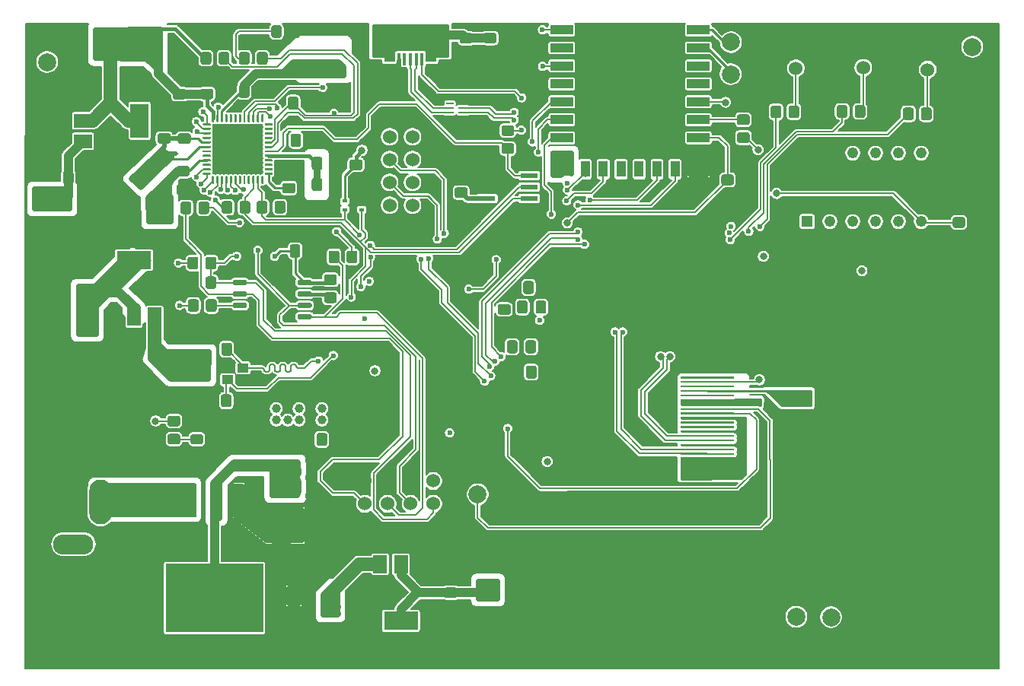
<source format=gbr>
%TF.GenerationSoftware,KiCad,Pcbnew,(5.1.9)-1*%
%TF.CreationDate,2021-04-19T10:41:21+09:00*%
%TF.ProjectId,Air_Pollution_Sensor,4169725f-506f-46c6-9c75-74696f6e5f53,rev?*%
%TF.SameCoordinates,Original*%
%TF.FileFunction,Copper,L1,Top*%
%TF.FilePolarity,Positive*%
%FSLAX46Y46*%
G04 Gerber Fmt 4.6, Leading zero omitted, Abs format (unit mm)*
G04 Created by KiCad (PCBNEW (5.1.9)-1) date 2021-04-19 10:41:21*
%MOMM*%
%LPD*%
G01*
G04 APERTURE LIST*
%TA.AperFunction,ComponentPad*%
%ADD10C,2.000000*%
%TD*%
%TA.AperFunction,ComponentPad*%
%ADD11C,1.000000*%
%TD*%
%TA.AperFunction,SMDPad,CuDef*%
%ADD12R,0.812800X0.254000*%
%TD*%
%TA.AperFunction,SMDPad,CuDef*%
%ADD13R,1.500000X2.000000*%
%TD*%
%TA.AperFunction,SMDPad,CuDef*%
%ADD14R,3.800000X2.000000*%
%TD*%
%TA.AperFunction,ComponentPad*%
%ADD15C,1.530000*%
%TD*%
%TA.AperFunction,SMDPad,CuDef*%
%ADD16R,1.981200X0.558800*%
%TD*%
%TA.AperFunction,SMDPad,CuDef*%
%ADD17R,2.000000X1.500000*%
%TD*%
%TA.AperFunction,SMDPad,CuDef*%
%ADD18R,2.000000X3.800000*%
%TD*%
%TA.AperFunction,SMDPad,CuDef*%
%ADD19R,1.200000X1.000000*%
%TD*%
%TA.AperFunction,ComponentPad*%
%ADD20C,1.524000*%
%TD*%
%TA.AperFunction,ComponentPad*%
%ADD21C,1.220000*%
%TD*%
%TA.AperFunction,ComponentPad*%
%ADD22R,1.220000X1.220000*%
%TD*%
%TA.AperFunction,SMDPad,CuDef*%
%ADD23R,5.600000X5.600000*%
%TD*%
%TA.AperFunction,SMDPad,CuDef*%
%ADD24R,10.840000X7.620000*%
%TD*%
%TA.AperFunction,SMDPad,CuDef*%
%ADD25R,0.990000X3.790000*%
%TD*%
%TA.AperFunction,SMDPad,CuDef*%
%ADD26R,2.500000X1.000000*%
%TD*%
%TA.AperFunction,SMDPad,CuDef*%
%ADD27R,1.000000X1.800000*%
%TD*%
%TA.AperFunction,SMDPad,CuDef*%
%ADD28R,0.600000X0.400000*%
%TD*%
%TA.AperFunction,SMDPad,CuDef*%
%ADD29R,0.700000X1.600000*%
%TD*%
%TA.AperFunction,ComponentPad*%
%ADD30O,2.500000X5.000000*%
%TD*%
%TA.AperFunction,ComponentPad*%
%ADD31O,2.250000X4.500000*%
%TD*%
%TA.AperFunction,ComponentPad*%
%ADD32O,4.500000X2.250000*%
%TD*%
%TA.AperFunction,ComponentPad*%
%ADD33O,1.050000X2.100000*%
%TD*%
%TA.AperFunction,SMDPad,CuDef*%
%ADD34R,1.150000X1.450000*%
%TD*%
%TA.AperFunction,SMDPad,CuDef*%
%ADD35R,1.750000X1.900000*%
%TD*%
%TA.AperFunction,SMDPad,CuDef*%
%ADD36R,0.400000X1.400000*%
%TD*%
%TA.AperFunction,ViaPad*%
%ADD37C,0.800000*%
%TD*%
%TA.AperFunction,ViaPad*%
%ADD38C,0.600000*%
%TD*%
%TA.AperFunction,Conductor*%
%ADD39C,1.000000*%
%TD*%
%TA.AperFunction,Conductor*%
%ADD40C,0.400000*%
%TD*%
%TA.AperFunction,Conductor*%
%ADD41C,0.250000*%
%TD*%
%TA.AperFunction,Conductor*%
%ADD42C,0.152400*%
%TD*%
%TA.AperFunction,Conductor*%
%ADD43C,1.500000*%
%TD*%
%TA.AperFunction,Conductor*%
%ADD44C,0.500000*%
%TD*%
%TA.AperFunction,Conductor*%
%ADD45C,0.200000*%
%TD*%
%TA.AperFunction,Conductor*%
%ADD46C,0.402500*%
%TD*%
%TA.AperFunction,Conductor*%
%ADD47C,0.508000*%
%TD*%
%TA.AperFunction,Conductor*%
%ADD48C,0.100000*%
%TD*%
%TA.AperFunction,Conductor*%
%ADD49C,0.254000*%
%TD*%
G04 APERTURE END LIST*
%TO.P,R25,2*%
%TO.N,Net-(D6-Pad2)*%
%TA.AperFunction,SMDPad,CuDef*%
G36*
G01*
X115373999Y-116986000D02*
X116274001Y-116986000D01*
G75*
G02*
X116524000Y-117235999I0J-249999D01*
G01*
X116524000Y-117936001D01*
G75*
G02*
X116274001Y-118186000I-249999J0D01*
G01*
X115373999Y-118186000D01*
G75*
G02*
X115124000Y-117936001I0J249999D01*
G01*
X115124000Y-117235999D01*
G75*
G02*
X115373999Y-116986000I249999J0D01*
G01*
G37*
%TD.AperFunction*%
%TO.P,R25,1*%
%TO.N,+3V3*%
%TA.AperFunction,SMDPad,CuDef*%
G36*
G01*
X115373999Y-114986000D02*
X116274001Y-114986000D01*
G75*
G02*
X116524000Y-115235999I0J-249999D01*
G01*
X116524000Y-115936001D01*
G75*
G02*
X116274001Y-116186000I-249999J0D01*
G01*
X115373999Y-116186000D01*
G75*
G02*
X115124000Y-115936001I0J249999D01*
G01*
X115124000Y-115235999D01*
G75*
G02*
X115373999Y-114986000I249999J0D01*
G01*
G37*
%TD.AperFunction*%
%TD*%
%TO.P,D6,2*%
%TO.N,Net-(D6-Pad2)*%
%TA.AperFunction,SMDPad,CuDef*%
G36*
G01*
X117913999Y-117036000D02*
X118814001Y-117036000D01*
G75*
G02*
X119064000Y-117285999I0J-249999D01*
G01*
X119064000Y-117936001D01*
G75*
G02*
X118814001Y-118186000I-249999J0D01*
G01*
X117913999Y-118186000D01*
G75*
G02*
X117664000Y-117936001I0J249999D01*
G01*
X117664000Y-117285999D01*
G75*
G02*
X117913999Y-117036000I249999J0D01*
G01*
G37*
%TD.AperFunction*%
%TO.P,D6,1*%
%TO.N,GND*%
%TA.AperFunction,SMDPad,CuDef*%
G36*
G01*
X117913999Y-114986000D02*
X118814001Y-114986000D01*
G75*
G02*
X119064000Y-115235999I0J-249999D01*
G01*
X119064000Y-115886001D01*
G75*
G02*
X118814001Y-116136000I-249999J0D01*
G01*
X117913999Y-116136000D01*
G75*
G02*
X117664000Y-115886001I0J249999D01*
G01*
X117664000Y-115235999D01*
G75*
G02*
X117913999Y-114986000I249999J0D01*
G01*
G37*
%TD.AperFunction*%
%TD*%
D10*
%TO.P,TP8,1*%
%TO.N,/STM32F469VET/DSI_D1P*%
X188899800Y-137414000D03*
%TD*%
%TO.P,TP7,1*%
%TO.N,/STM32F469VET/DSI_D1N*%
X185039000Y-137363200D03*
%TD*%
%TO.P,C34,2*%
%TO.N,GND*%
%TA.AperFunction,SMDPad,CuDef*%
G36*
G01*
X156736200Y-101186000D02*
X156736200Y-100236000D01*
G75*
G02*
X156986200Y-99986000I250000J0D01*
G01*
X157661200Y-99986000D01*
G75*
G02*
X157911200Y-100236000I0J-250000D01*
G01*
X157911200Y-101186000D01*
G75*
G02*
X157661200Y-101436000I-250000J0D01*
G01*
X156986200Y-101436000D01*
G75*
G02*
X156736200Y-101186000I0J250000D01*
G01*
G37*
%TD.AperFunction*%
%TO.P,C34,1*%
%TO.N,+3V3*%
%TA.AperFunction,SMDPad,CuDef*%
G36*
G01*
X154661200Y-101186000D02*
X154661200Y-100236000D01*
G75*
G02*
X154911200Y-99986000I250000J0D01*
G01*
X155586200Y-99986000D01*
G75*
G02*
X155836200Y-100236000I0J-250000D01*
G01*
X155836200Y-101186000D01*
G75*
G02*
X155586200Y-101436000I-250000J0D01*
G01*
X154911200Y-101436000D01*
G75*
G02*
X154661200Y-101186000I0J250000D01*
G01*
G37*
%TD.AperFunction*%
%TD*%
D11*
%TO.P,U10,4*%
%TO.N,GND*%
X131013200Y-114198400D03*
%TO.P,U10,1*%
%TO.N,+5V*%
X132283200Y-115468400D03*
%TO.P,U10,2*%
X132283200Y-114198400D03*
%TO.P,U10,6*%
%TO.N,Net-(U10-Pad6)*%
X129743200Y-114198400D03*
%TO.P,U10,7*%
%TO.N,/SDA*%
X128473200Y-115468400D03*
%TO.P,U10,5*%
%TO.N,Net-(U10-Pad5)*%
X129743200Y-115468400D03*
%TO.P,U10,8*%
%TO.N,GND*%
X128473200Y-114198400D03*
%TO.P,U10,9*%
%TO.N,/SCL*%
X127203200Y-115468400D03*
%TO.P,U10,3*%
%TO.N,GND*%
X131013200Y-115468400D03*
%TO.P,U10,10*%
%TO.N,Net-(U10-Pad10)*%
X127203200Y-114198400D03*
%TD*%
%TO.P,C21,2*%
%TO.N,GND*%
%TA.AperFunction,SMDPad,CuDef*%
G36*
G01*
X133770700Y-118102400D02*
X133770700Y-117152400D01*
G75*
G02*
X134020700Y-116902400I250000J0D01*
G01*
X134695700Y-116902400D01*
G75*
G02*
X134945700Y-117152400I0J-250000D01*
G01*
X134945700Y-118102400D01*
G75*
G02*
X134695700Y-118352400I-250000J0D01*
G01*
X134020700Y-118352400D01*
G75*
G02*
X133770700Y-118102400I0J250000D01*
G01*
G37*
%TD.AperFunction*%
%TO.P,C21,1*%
%TO.N,+5V*%
%TA.AperFunction,SMDPad,CuDef*%
G36*
G01*
X131695700Y-118102400D02*
X131695700Y-117152400D01*
G75*
G02*
X131945700Y-116902400I250000J0D01*
G01*
X132620700Y-116902400D01*
G75*
G02*
X132870700Y-117152400I0J-250000D01*
G01*
X132870700Y-118102400D01*
G75*
G02*
X132620700Y-118352400I-250000J0D01*
G01*
X131945700Y-118352400D01*
G75*
G02*
X131695700Y-118102400I0J250000D01*
G01*
G37*
%TD.AperFunction*%
%TD*%
D12*
%TO.P,U9,1*%
%TO.N,/STM32F469VET/USB_OTG_FS_DP*%
X147878800Y-81233899D03*
%TO.P,U9,2*%
%TO.N,/STM32F469VET/USB_OTG_FS_DN*%
X147878800Y-80733900D03*
%TO.P,U9,3*%
%TO.N,GND*%
X147878800Y-80233901D03*
%TO.P,U9,4*%
%TO.N,Net-(U9-Pad4)*%
X146532600Y-80233901D03*
%TO.P,U9,5*%
%TO.N,/STM32F469VET/USB_DN*%
X146532600Y-80733900D03*
%TO.P,U9,6*%
%TO.N,/STM32F469VET/USB_DP*%
X146532600Y-81233899D03*
%TD*%
%TO.P,C32,2*%
%TO.N,GND*%
%TA.AperFunction,SMDPad,CuDef*%
G36*
G01*
X133224600Y-89725520D02*
X133224600Y-88775520D01*
G75*
G02*
X133474600Y-88525520I250000J0D01*
G01*
X134149600Y-88525520D01*
G75*
G02*
X134399600Y-88775520I0J-250000D01*
G01*
X134399600Y-89725520D01*
G75*
G02*
X134149600Y-89975520I-250000J0D01*
G01*
X133474600Y-89975520D01*
G75*
G02*
X133224600Y-89725520I0J250000D01*
G01*
G37*
%TD.AperFunction*%
%TO.P,C32,1*%
%TO.N,+1V2*%
%TA.AperFunction,SMDPad,CuDef*%
G36*
G01*
X131149600Y-89725520D02*
X131149600Y-88775520D01*
G75*
G02*
X131399600Y-88525520I250000J0D01*
G01*
X132074600Y-88525520D01*
G75*
G02*
X132324600Y-88775520I0J-250000D01*
G01*
X132324600Y-89725520D01*
G75*
G02*
X132074600Y-89975520I-250000J0D01*
G01*
X131399600Y-89975520D01*
G75*
G02*
X131149600Y-89725520I0J250000D01*
G01*
G37*
%TD.AperFunction*%
%TD*%
%TO.P,C31,2*%
%TO.N,GND*%
%TA.AperFunction,SMDPad,CuDef*%
G36*
G01*
X133226799Y-87370941D02*
X133226799Y-86420941D01*
G75*
G02*
X133476799Y-86170941I250000J0D01*
G01*
X134151799Y-86170941D01*
G75*
G02*
X134401799Y-86420941I0J-250000D01*
G01*
X134401799Y-87370941D01*
G75*
G02*
X134151799Y-87620941I-250000J0D01*
G01*
X133476799Y-87620941D01*
G75*
G02*
X133226799Y-87370941I0J250000D01*
G01*
G37*
%TD.AperFunction*%
%TO.P,C31,1*%
%TO.N,+1V2*%
%TA.AperFunction,SMDPad,CuDef*%
G36*
G01*
X131151799Y-87370941D02*
X131151799Y-86420941D01*
G75*
G02*
X131401799Y-86170941I250000J0D01*
G01*
X132076799Y-86170941D01*
G75*
G02*
X132326799Y-86420941I0J-250000D01*
G01*
X132326799Y-87370941D01*
G75*
G02*
X132076799Y-87620941I-250000J0D01*
G01*
X131401799Y-87620941D01*
G75*
G02*
X131151799Y-87370941I0J250000D01*
G01*
G37*
%TD.AperFunction*%
%TD*%
D10*
%TO.P,TP6,1*%
%TO.N,GND*%
X204607160Y-78724760D03*
%TD*%
%TO.P,TP5,1*%
%TO.N,/WIFI/UART_RXD*%
X177744120Y-76969620D03*
%TD*%
%TO.P,TP4,1*%
%TO.N,/WIFI/UART_TXD*%
X177764440Y-73400920D03*
%TD*%
%TO.P,TP3,1*%
%TO.N,+3V3*%
X204607160Y-73929240D03*
%TD*%
%TO.P,TP2,1*%
%TO.N,/ICE40UP/ICE_CLK*%
X101727000Y-75615800D03*
%TD*%
%TO.P,TP1,1*%
%TO.N,Net-(TP1-Pad1)*%
X149608540Y-123738640D03*
%TD*%
%TO.P,D4,2*%
%TO.N,/ICE40UP/CDONE*%
%TA.AperFunction,SMDPad,CuDef*%
G36*
G01*
X127807300Y-71764739D02*
X127807300Y-72664741D01*
G75*
G02*
X127557301Y-72914740I-249999J0D01*
G01*
X126907299Y-72914740D01*
G75*
G02*
X126657300Y-72664741I0J249999D01*
G01*
X126657300Y-71764739D01*
G75*
G02*
X126907299Y-71514740I249999J0D01*
G01*
X127557301Y-71514740D01*
G75*
G02*
X127807300Y-71764739I0J-249999D01*
G01*
G37*
%TD.AperFunction*%
%TO.P,D4,1*%
%TO.N,GND*%
%TA.AperFunction,SMDPad,CuDef*%
G36*
G01*
X129857300Y-71764739D02*
X129857300Y-72664741D01*
G75*
G02*
X129607301Y-72914740I-249999J0D01*
G01*
X128957299Y-72914740D01*
G75*
G02*
X128707300Y-72664741I0J249999D01*
G01*
X128707300Y-71764739D01*
G75*
G02*
X128957299Y-71514740I249999J0D01*
G01*
X129607301Y-71514740D01*
G75*
G02*
X129857300Y-71764739I0J-249999D01*
G01*
G37*
%TD.AperFunction*%
%TD*%
D13*
%TO.P,U8,1*%
%TO.N,GND*%
X109084080Y-103952440D03*
%TO.P,U8,3*%
%TO.N,+3V3*%
X113684080Y-103952440D03*
%TO.P,U8,2*%
%TO.N,+1V2*%
X111384080Y-103952440D03*
D14*
X111384080Y-97652440D03*
%TD*%
D15*
%TO.P,J4,10*%
%TO.N,GND*%
X134503160Y-124795280D03*
%TO.P,J4,9*%
X134503160Y-122255280D03*
%TO.P,J4,8*%
%TO.N,/ICE40UP/SF_SPI_DO*%
X137043160Y-124795280D03*
%TO.P,J4,7*%
%TO.N,GND*%
X137043160Y-122255280D03*
%TO.P,J4,6*%
%TO.N,/ICE40UP/SF_SPI_DI*%
X139583160Y-124795280D03*
%TO.P,J4,5*%
%TO.N,GND*%
X139583160Y-122255280D03*
%TO.P,J4,3*%
X142123160Y-122255280D03*
%TO.P,J4,1*%
%TO.N,+3V3*%
X144663160Y-122255280D03*
%TO.P,J4,4*%
%TO.N,/ICE40UP/SF_SPI_SCK*%
X142123160Y-124795280D03*
%TO.P,J4,2*%
%TO.N,/ICE40UP/SF_SPI_SS*%
X144663160Y-124795280D03*
%TD*%
%TO.P,J3,10*%
%TO.N,GND*%
X142354300Y-94094300D03*
%TO.P,J3,9*%
X139814300Y-94094300D03*
%TO.P,J3,8*%
%TO.N,/ice_tms*%
X142354300Y-91554300D03*
%TO.P,J3,7*%
%TO.N,/ice_crst_b*%
X139814300Y-91554300D03*
%TO.P,J3,6*%
%TO.N,/ice_tdi*%
X142354300Y-89014300D03*
%TO.P,J3,5*%
%TO.N,/swclk*%
X139814300Y-89014300D03*
%TO.P,J3,3*%
%TO.N,/swdio*%
X139814300Y-86474300D03*
%TO.P,J3,1*%
%TO.N,Net-(J3-Pad1)*%
X139814300Y-83934300D03*
%TO.P,J3,4*%
%TO.N,/ice_tdo*%
X142354300Y-86474300D03*
%TO.P,J3,2*%
%TO.N,/ice_tck*%
X142354300Y-83934300D03*
%TD*%
D16*
%TO.P,U3,8*%
%TO.N,+3V3*%
X150609300Y-90810080D03*
%TO.P,U3,7*%
%TO.N,GND*%
X150609300Y-89540080D03*
%TO.P,U3,6*%
X150609300Y-88270080D03*
%TO.P,U3,5*%
X150609300Y-87000080D03*
%TO.P,U3,4*%
X155333700Y-87000080D03*
%TO.P,U3,3*%
%TO.N,/temp_alert*%
X155333700Y-88270080D03*
%TO.P,U3,2*%
%TO.N,/SCL*%
X155333700Y-89540080D03*
%TO.P,U3,1*%
%TO.N,/SDA*%
X155333700Y-90810080D03*
%TD*%
%TO.P,C20,2*%
%TO.N,GND*%
%TA.AperFunction,SMDPad,CuDef*%
G36*
G01*
X135592800Y-88541100D02*
X136542800Y-88541100D01*
G75*
G02*
X136792800Y-88791100I0J-250000D01*
G01*
X136792800Y-89466100D01*
G75*
G02*
X136542800Y-89716100I-250000J0D01*
G01*
X135592800Y-89716100D01*
G75*
G02*
X135342800Y-89466100I0J250000D01*
G01*
X135342800Y-88791100D01*
G75*
G02*
X135592800Y-88541100I250000J0D01*
G01*
G37*
%TD.AperFunction*%
%TO.P,C20,1*%
%TO.N,+3V3*%
%TA.AperFunction,SMDPad,CuDef*%
G36*
G01*
X135592800Y-86466100D02*
X136542800Y-86466100D01*
G75*
G02*
X136792800Y-86716100I0J-250000D01*
G01*
X136792800Y-87391100D01*
G75*
G02*
X136542800Y-87641100I-250000J0D01*
G01*
X135592800Y-87641100D01*
G75*
G02*
X135342800Y-87391100I0J250000D01*
G01*
X135342800Y-86716100D01*
G75*
G02*
X135592800Y-86466100I250000J0D01*
G01*
G37*
%TD.AperFunction*%
%TD*%
D17*
%TO.P,U12,1*%
%TO.N,GND*%
X105706780Y-79841060D03*
%TO.P,U12,3*%
%TO.N,+5V*%
X105706780Y-84441060D03*
%TO.P,U12,2*%
%TO.N,+2V5*%
X105706780Y-82141060D03*
D18*
X112006780Y-82141060D03*
%TD*%
%TO.P,U7,8*%
%TO.N,+3V3*%
%TA.AperFunction,SMDPad,CuDef*%
G36*
G01*
X129553620Y-100317440D02*
X129553620Y-100017440D01*
G75*
G02*
X129703620Y-99867440I150000J0D01*
G01*
X131003620Y-99867440D01*
G75*
G02*
X131153620Y-100017440I0J-150000D01*
G01*
X131153620Y-100317440D01*
G75*
G02*
X131003620Y-100467440I-150000J0D01*
G01*
X129703620Y-100467440D01*
G75*
G02*
X129553620Y-100317440I0J150000D01*
G01*
G37*
%TD.AperFunction*%
%TO.P,U7,7*%
%TO.N,/ICE40UP/SST_HOLD*%
%TA.AperFunction,SMDPad,CuDef*%
G36*
G01*
X129553620Y-101587440D02*
X129553620Y-101287440D01*
G75*
G02*
X129703620Y-101137440I150000J0D01*
G01*
X131003620Y-101137440D01*
G75*
G02*
X131153620Y-101287440I0J-150000D01*
G01*
X131153620Y-101587440D01*
G75*
G02*
X131003620Y-101737440I-150000J0D01*
G01*
X129703620Y-101737440D01*
G75*
G02*
X129553620Y-101587440I0J150000D01*
G01*
G37*
%TD.AperFunction*%
%TO.P,U7,6*%
%TO.N,/ICE40UP/SF_SPI_SCK*%
%TA.AperFunction,SMDPad,CuDef*%
G36*
G01*
X129553620Y-102857440D02*
X129553620Y-102557440D01*
G75*
G02*
X129703620Y-102407440I150000J0D01*
G01*
X131003620Y-102407440D01*
G75*
G02*
X131153620Y-102557440I0J-150000D01*
G01*
X131153620Y-102857440D01*
G75*
G02*
X131003620Y-103007440I-150000J0D01*
G01*
X129703620Y-103007440D01*
G75*
G02*
X129553620Y-102857440I0J150000D01*
G01*
G37*
%TD.AperFunction*%
%TO.P,U7,5*%
%TO.N,/ICE40UP/SF_SPI_DI*%
%TA.AperFunction,SMDPad,CuDef*%
G36*
G01*
X129553620Y-104127440D02*
X129553620Y-103827440D01*
G75*
G02*
X129703620Y-103677440I150000J0D01*
G01*
X131003620Y-103677440D01*
G75*
G02*
X131153620Y-103827440I0J-150000D01*
G01*
X131153620Y-104127440D01*
G75*
G02*
X131003620Y-104277440I-150000J0D01*
G01*
X129703620Y-104277440D01*
G75*
G02*
X129553620Y-104127440I0J150000D01*
G01*
G37*
%TD.AperFunction*%
%TO.P,U7,4*%
%TO.N,GND*%
%TA.AperFunction,SMDPad,CuDef*%
G36*
G01*
X122353620Y-104127440D02*
X122353620Y-103827440D01*
G75*
G02*
X122503620Y-103677440I150000J0D01*
G01*
X123803620Y-103677440D01*
G75*
G02*
X123953620Y-103827440I0J-150000D01*
G01*
X123953620Y-104127440D01*
G75*
G02*
X123803620Y-104277440I-150000J0D01*
G01*
X122503620Y-104277440D01*
G75*
G02*
X122353620Y-104127440I0J150000D01*
G01*
G37*
%TD.AperFunction*%
%TO.P,U7,3*%
%TO.N,/ICE40UP/SST_WP*%
%TA.AperFunction,SMDPad,CuDef*%
G36*
G01*
X122353620Y-102857440D02*
X122353620Y-102557440D01*
G75*
G02*
X122503620Y-102407440I150000J0D01*
G01*
X123803620Y-102407440D01*
G75*
G02*
X123953620Y-102557440I0J-150000D01*
G01*
X123953620Y-102857440D01*
G75*
G02*
X123803620Y-103007440I-150000J0D01*
G01*
X122503620Y-103007440D01*
G75*
G02*
X122353620Y-102857440I0J150000D01*
G01*
G37*
%TD.AperFunction*%
%TO.P,U7,2*%
%TO.N,/ICE40UP/SF_SPI_DO*%
%TA.AperFunction,SMDPad,CuDef*%
G36*
G01*
X122353620Y-101587440D02*
X122353620Y-101287440D01*
G75*
G02*
X122503620Y-101137440I150000J0D01*
G01*
X123803620Y-101137440D01*
G75*
G02*
X123953620Y-101287440I0J-150000D01*
G01*
X123953620Y-101587440D01*
G75*
G02*
X123803620Y-101737440I-150000J0D01*
G01*
X122503620Y-101737440D01*
G75*
G02*
X122353620Y-101587440I0J150000D01*
G01*
G37*
%TD.AperFunction*%
%TO.P,U7,1*%
%TO.N,/ICE40UP/SF_SPI_SS*%
%TA.AperFunction,SMDPad,CuDef*%
G36*
G01*
X122353620Y-100317440D02*
X122353620Y-100017440D01*
G75*
G02*
X122503620Y-99867440I150000J0D01*
G01*
X123803620Y-99867440D01*
G75*
G02*
X123953620Y-100017440I0J-150000D01*
G01*
X123953620Y-100317440D01*
G75*
G02*
X123803620Y-100467440I-150000J0D01*
G01*
X122503620Y-100467440D01*
G75*
G02*
X122353620Y-100317440I0J150000D01*
G01*
G37*
%TD.AperFunction*%
%TD*%
%TO.P,R16,2*%
%TO.N,/ICE40UP/SST_HOLD*%
%TA.AperFunction,SMDPad,CuDef*%
G36*
G01*
X132783159Y-101246380D02*
X133683161Y-101246380D01*
G75*
G02*
X133933160Y-101496379I0J-249999D01*
G01*
X133933160Y-102196381D01*
G75*
G02*
X133683161Y-102446380I-249999J0D01*
G01*
X132783159Y-102446380D01*
G75*
G02*
X132533160Y-102196381I0J249999D01*
G01*
X132533160Y-101496379D01*
G75*
G02*
X132783159Y-101246380I249999J0D01*
G01*
G37*
%TD.AperFunction*%
%TO.P,R16,1*%
%TO.N,+3V3*%
%TA.AperFunction,SMDPad,CuDef*%
G36*
G01*
X132783159Y-99246380D02*
X133683161Y-99246380D01*
G75*
G02*
X133933160Y-99496379I0J-249999D01*
G01*
X133933160Y-100196381D01*
G75*
G02*
X133683161Y-100446380I-249999J0D01*
G01*
X132783159Y-100446380D01*
G75*
G02*
X132533160Y-100196381I0J249999D01*
G01*
X132533160Y-99496379D01*
G75*
G02*
X132783159Y-99246380I249999J0D01*
G01*
G37*
%TD.AperFunction*%
%TD*%
%TO.P,R15,2*%
%TO.N,Net-(R15-Pad2)*%
%TA.AperFunction,SMDPad,CuDef*%
G36*
G01*
X125047200Y-75644161D02*
X125047200Y-74744159D01*
G75*
G02*
X125297199Y-74494160I249999J0D01*
G01*
X125997201Y-74494160D01*
G75*
G02*
X126247200Y-74744159I0J-249999D01*
G01*
X126247200Y-75644161D01*
G75*
G02*
X125997201Y-75894160I-249999J0D01*
G01*
X125297199Y-75894160D01*
G75*
G02*
X125047200Y-75644161I0J249999D01*
G01*
G37*
%TD.AperFunction*%
%TO.P,R15,1*%
%TO.N,/ICE40UP/CDONE*%
%TA.AperFunction,SMDPad,CuDef*%
G36*
G01*
X123047200Y-75644161D02*
X123047200Y-74744159D01*
G75*
G02*
X123297199Y-74494160I249999J0D01*
G01*
X123997201Y-74494160D01*
G75*
G02*
X124247200Y-74744159I0J-249999D01*
G01*
X124247200Y-75644161D01*
G75*
G02*
X123997201Y-75894160I-249999J0D01*
G01*
X123297199Y-75894160D01*
G75*
G02*
X123047200Y-75644161I0J249999D01*
G01*
G37*
%TD.AperFunction*%
%TD*%
%TO.P,R14,2*%
%TO.N,/ICE40UP/SST_WP*%
%TA.AperFunction,SMDPad,CuDef*%
G36*
G01*
X119380460Y-103165061D02*
X119380460Y-102265059D01*
G75*
G02*
X119630459Y-102015060I249999J0D01*
G01*
X120330461Y-102015060D01*
G75*
G02*
X120580460Y-102265059I0J-249999D01*
G01*
X120580460Y-103165061D01*
G75*
G02*
X120330461Y-103415060I-249999J0D01*
G01*
X119630459Y-103415060D01*
G75*
G02*
X119380460Y-103165061I0J249999D01*
G01*
G37*
%TD.AperFunction*%
%TO.P,R14,1*%
%TO.N,+3V3*%
%TA.AperFunction,SMDPad,CuDef*%
G36*
G01*
X117380460Y-103165061D02*
X117380460Y-102265059D01*
G75*
G02*
X117630459Y-102015060I249999J0D01*
G01*
X118330461Y-102015060D01*
G75*
G02*
X118580460Y-102265059I0J-249999D01*
G01*
X118580460Y-103165061D01*
G75*
G02*
X118330461Y-103415060I-249999J0D01*
G01*
X117630459Y-103415060D01*
G75*
G02*
X117380460Y-103165061I0J249999D01*
G01*
G37*
%TD.AperFunction*%
%TD*%
%TO.P,R13,2*%
%TO.N,/ICE40UP/SF_SPI_DI*%
%TA.AperFunction,SMDPad,CuDef*%
G36*
G01*
X134229400Y-96857399D02*
X134229400Y-97757401D01*
G75*
G02*
X133979401Y-98007400I-249999J0D01*
G01*
X133279399Y-98007400D01*
G75*
G02*
X133029400Y-97757401I0J249999D01*
G01*
X133029400Y-96857399D01*
G75*
G02*
X133279399Y-96607400I249999J0D01*
G01*
X133979401Y-96607400D01*
G75*
G02*
X134229400Y-96857399I0J-249999D01*
G01*
G37*
%TD.AperFunction*%
%TO.P,R13,1*%
%TO.N,Net-(R13-Pad1)*%
%TA.AperFunction,SMDPad,CuDef*%
G36*
G01*
X136229400Y-96857399D02*
X136229400Y-97757401D01*
G75*
G02*
X135979401Y-98007400I-249999J0D01*
G01*
X135279399Y-98007400D01*
G75*
G02*
X135029400Y-97757401I0J249999D01*
G01*
X135029400Y-96857399D01*
G75*
G02*
X135279399Y-96607400I249999J0D01*
G01*
X135979401Y-96607400D01*
G75*
G02*
X136229400Y-96857399I0J-249999D01*
G01*
G37*
%TD.AperFunction*%
%TD*%
%TO.P,R12,2*%
%TO.N,/ICE40UP/SF_SPI_DO*%
%TA.AperFunction,SMDPad,CuDef*%
G36*
G01*
X117748100Y-91401479D02*
X117748100Y-92301481D01*
G75*
G02*
X117498101Y-92551480I-249999J0D01*
G01*
X116798099Y-92551480D01*
G75*
G02*
X116548100Y-92301481I0J249999D01*
G01*
X116548100Y-91401479D01*
G75*
G02*
X116798099Y-91151480I249999J0D01*
G01*
X117498101Y-91151480D01*
G75*
G02*
X117748100Y-91401479I0J-249999D01*
G01*
G37*
%TD.AperFunction*%
%TO.P,R12,1*%
%TO.N,Net-(R12-Pad1)*%
%TA.AperFunction,SMDPad,CuDef*%
G36*
G01*
X119748100Y-91401479D02*
X119748100Y-92301481D01*
G75*
G02*
X119498101Y-92551480I-249999J0D01*
G01*
X118798099Y-92551480D01*
G75*
G02*
X118548100Y-92301481I0J249999D01*
G01*
X118548100Y-91401479D01*
G75*
G02*
X118798099Y-91151480I249999J0D01*
G01*
X119498101Y-91151480D01*
G75*
G02*
X119748100Y-91401479I0J-249999D01*
G01*
G37*
%TD.AperFunction*%
%TD*%
%TO.P,R11,2*%
%TO.N,GND*%
%TA.AperFunction,SMDPad,CuDef*%
G36*
G01*
X118536260Y-99722519D02*
X118536260Y-100622521D01*
G75*
G02*
X118286261Y-100872520I-249999J0D01*
G01*
X117586259Y-100872520D01*
G75*
G02*
X117336260Y-100622521I0J249999D01*
G01*
X117336260Y-99722519D01*
G75*
G02*
X117586259Y-99472520I249999J0D01*
G01*
X118286261Y-99472520D01*
G75*
G02*
X118536260Y-99722519I0J-249999D01*
G01*
G37*
%TD.AperFunction*%
%TO.P,R11,1*%
%TO.N,/ICE40UP/SF_SPI_SS*%
%TA.AperFunction,SMDPad,CuDef*%
G36*
G01*
X120536260Y-99722519D02*
X120536260Y-100622521D01*
G75*
G02*
X120286261Y-100872520I-249999J0D01*
G01*
X119586259Y-100872520D01*
G75*
G02*
X119336260Y-100622521I0J249999D01*
G01*
X119336260Y-99722519D01*
G75*
G02*
X119586259Y-99472520I249999J0D01*
G01*
X120286261Y-99472520D01*
G75*
G02*
X120536260Y-99722519I0J-249999D01*
G01*
G37*
%TD.AperFunction*%
%TD*%
%TO.P,R10,2*%
%TO.N,/ICE40UP/SF_SPI_SS*%
%TA.AperFunction,SMDPad,CuDef*%
G36*
G01*
X119331180Y-98438121D02*
X119331180Y-97538119D01*
G75*
G02*
X119581179Y-97288120I249999J0D01*
G01*
X120281181Y-97288120D01*
G75*
G02*
X120531180Y-97538119I0J-249999D01*
G01*
X120531180Y-98438121D01*
G75*
G02*
X120281181Y-98688120I-249999J0D01*
G01*
X119581179Y-98688120D01*
G75*
G02*
X119331180Y-98438121I0J249999D01*
G01*
G37*
%TD.AperFunction*%
%TO.P,R10,1*%
%TO.N,+3V3*%
%TA.AperFunction,SMDPad,CuDef*%
G36*
G01*
X117331180Y-98438121D02*
X117331180Y-97538119D01*
G75*
G02*
X117581179Y-97288120I249999J0D01*
G01*
X118281181Y-97288120D01*
G75*
G02*
X118531180Y-97538119I0J-249999D01*
G01*
X118531180Y-98438121D01*
G75*
G02*
X118281181Y-98688120I-249999J0D01*
G01*
X117581179Y-98688120D01*
G75*
G02*
X117331180Y-98438121I0J249999D01*
G01*
G37*
%TD.AperFunction*%
%TD*%
%TO.P,R9,2*%
%TO.N,+2V5*%
%TA.AperFunction,SMDPad,CuDef*%
G36*
G01*
X119986600Y-74744159D02*
X119986600Y-75644161D01*
G75*
G02*
X119736601Y-75894160I-249999J0D01*
G01*
X119036599Y-75894160D01*
G75*
G02*
X118786600Y-75644161I0J249999D01*
G01*
X118786600Y-74744159D01*
G75*
G02*
X119036599Y-74494160I249999J0D01*
G01*
X119736601Y-74494160D01*
G75*
G02*
X119986600Y-74744159I0J-249999D01*
G01*
G37*
%TD.AperFunction*%
%TO.P,R9,1*%
%TO.N,/ice_crst_b*%
%TA.AperFunction,SMDPad,CuDef*%
G36*
G01*
X121986600Y-74744159D02*
X121986600Y-75644161D01*
G75*
G02*
X121736601Y-75894160I-249999J0D01*
G01*
X121036599Y-75894160D01*
G75*
G02*
X120786600Y-75644161I0J249999D01*
G01*
X120786600Y-74744159D01*
G75*
G02*
X121036599Y-74494160I249999J0D01*
G01*
X121736601Y-74494160D01*
G75*
G02*
X121986600Y-74744159I0J-249999D01*
G01*
G37*
%TD.AperFunction*%
%TD*%
%TO.P,R8,2*%
%TO.N,/ICE40UP/LED_BLUE*%
%TA.AperFunction,SMDPad,CuDef*%
G36*
G01*
X198098460Y-80931599D02*
X198098460Y-81831601D01*
G75*
G02*
X197848461Y-82081600I-249999J0D01*
G01*
X197148459Y-82081600D01*
G75*
G02*
X196898460Y-81831601I0J249999D01*
G01*
X196898460Y-80931599D01*
G75*
G02*
X197148459Y-80681600I249999J0D01*
G01*
X197848461Y-80681600D01*
G75*
G02*
X198098460Y-80931599I0J-249999D01*
G01*
G37*
%TD.AperFunction*%
%TO.P,R8,1*%
%TO.N,Net-(D3-Pad2)*%
%TA.AperFunction,SMDPad,CuDef*%
G36*
G01*
X200098460Y-80931599D02*
X200098460Y-81831601D01*
G75*
G02*
X199848461Y-82081600I-249999J0D01*
G01*
X199148459Y-82081600D01*
G75*
G02*
X198898460Y-81831601I0J249999D01*
G01*
X198898460Y-80931599D01*
G75*
G02*
X199148459Y-80681600I249999J0D01*
G01*
X199848461Y-80681600D01*
G75*
G02*
X200098460Y-80931599I0J-249999D01*
G01*
G37*
%TD.AperFunction*%
%TD*%
%TO.P,R7,2*%
%TO.N,/ICE40UP/LED_GREEN*%
%TA.AperFunction,SMDPad,CuDef*%
G36*
G01*
X190726620Y-80662359D02*
X190726620Y-81562361D01*
G75*
G02*
X190476621Y-81812360I-249999J0D01*
G01*
X189776619Y-81812360D01*
G75*
G02*
X189526620Y-81562361I0J249999D01*
G01*
X189526620Y-80662359D01*
G75*
G02*
X189776619Y-80412360I249999J0D01*
G01*
X190476621Y-80412360D01*
G75*
G02*
X190726620Y-80662359I0J-249999D01*
G01*
G37*
%TD.AperFunction*%
%TO.P,R7,1*%
%TO.N,Net-(D2-Pad2)*%
%TA.AperFunction,SMDPad,CuDef*%
G36*
G01*
X192726620Y-80662359D02*
X192726620Y-81562361D01*
G75*
G02*
X192476621Y-81812360I-249999J0D01*
G01*
X191776619Y-81812360D01*
G75*
G02*
X191526620Y-81562361I0J249999D01*
G01*
X191526620Y-80662359D01*
G75*
G02*
X191776619Y-80412360I249999J0D01*
G01*
X192476621Y-80412360D01*
G75*
G02*
X192726620Y-80662359I0J-249999D01*
G01*
G37*
%TD.AperFunction*%
%TD*%
%TO.P,R6,2*%
%TO.N,/ICE40UP/LED_RED*%
%TA.AperFunction,SMDPad,CuDef*%
G36*
G01*
X183374080Y-80715699D02*
X183374080Y-81615701D01*
G75*
G02*
X183124081Y-81865700I-249999J0D01*
G01*
X182424079Y-81865700D01*
G75*
G02*
X182174080Y-81615701I0J249999D01*
G01*
X182174080Y-80715699D01*
G75*
G02*
X182424079Y-80465700I249999J0D01*
G01*
X183124081Y-80465700D01*
G75*
G02*
X183374080Y-80715699I0J-249999D01*
G01*
G37*
%TD.AperFunction*%
%TO.P,R6,1*%
%TO.N,Net-(D1-Pad2)*%
%TA.AperFunction,SMDPad,CuDef*%
G36*
G01*
X185374080Y-80715699D02*
X185374080Y-81615701D01*
G75*
G02*
X185124081Y-81865700I-249999J0D01*
G01*
X184424079Y-81865700D01*
G75*
G02*
X184174080Y-81615701I0J249999D01*
G01*
X184174080Y-80715699D01*
G75*
G02*
X184424079Y-80465700I249999J0D01*
G01*
X185124081Y-80465700D01*
G75*
G02*
X185374080Y-80715699I0J-249999D01*
G01*
G37*
%TD.AperFunction*%
%TD*%
%TO.P,C33,2*%
%TO.N,GND*%
%TA.AperFunction,SMDPad,CuDef*%
G36*
G01*
X116908600Y-77701900D02*
X115958600Y-77701900D01*
G75*
G02*
X115708600Y-77451900I0J250000D01*
G01*
X115708600Y-76776900D01*
G75*
G02*
X115958600Y-76526900I250000J0D01*
G01*
X116908600Y-76526900D01*
G75*
G02*
X117158600Y-76776900I0J-250000D01*
G01*
X117158600Y-77451900D01*
G75*
G02*
X116908600Y-77701900I-250000J0D01*
G01*
G37*
%TD.AperFunction*%
%TO.P,C33,1*%
%TO.N,+2V5*%
%TA.AperFunction,SMDPad,CuDef*%
G36*
G01*
X116908600Y-79776900D02*
X115958600Y-79776900D01*
G75*
G02*
X115708600Y-79526900I0J250000D01*
G01*
X115708600Y-78851900D01*
G75*
G02*
X115958600Y-78601900I250000J0D01*
G01*
X116908600Y-78601900D01*
G75*
G02*
X117158600Y-78851900I0J-250000D01*
G01*
X117158600Y-79526900D01*
G75*
G02*
X116908600Y-79776900I-250000J0D01*
G01*
G37*
%TD.AperFunction*%
%TD*%
%TO.P,C28,2*%
%TO.N,GND*%
%TA.AperFunction,SMDPad,CuDef*%
G36*
G01*
X119956600Y-77680400D02*
X119006600Y-77680400D01*
G75*
G02*
X118756600Y-77430400I0J250000D01*
G01*
X118756600Y-76755400D01*
G75*
G02*
X119006600Y-76505400I250000J0D01*
G01*
X119956600Y-76505400D01*
G75*
G02*
X120206600Y-76755400I0J-250000D01*
G01*
X120206600Y-77430400D01*
G75*
G02*
X119956600Y-77680400I-250000J0D01*
G01*
G37*
%TD.AperFunction*%
%TO.P,C28,1*%
%TO.N,+2V5*%
%TA.AperFunction,SMDPad,CuDef*%
G36*
G01*
X119956600Y-79755400D02*
X119006600Y-79755400D01*
G75*
G02*
X118756600Y-79505400I0J250000D01*
G01*
X118756600Y-78830400D01*
G75*
G02*
X119006600Y-78580400I250000J0D01*
G01*
X119956600Y-78580400D01*
G75*
G02*
X120206600Y-78830400I0J-250000D01*
G01*
X120206600Y-79505400D01*
G75*
G02*
X119956600Y-79755400I-250000J0D01*
G01*
G37*
%TD.AperFunction*%
%TD*%
%TO.P,C27,2*%
%TO.N,GND*%
%TA.AperFunction,SMDPad,CuDef*%
G36*
G01*
X125117100Y-79352160D02*
X125117100Y-78402160D01*
G75*
G02*
X125367100Y-78152160I250000J0D01*
G01*
X126042100Y-78152160D01*
G75*
G02*
X126292100Y-78402160I0J-250000D01*
G01*
X126292100Y-79352160D01*
G75*
G02*
X126042100Y-79602160I-250000J0D01*
G01*
X125367100Y-79602160D01*
G75*
G02*
X125117100Y-79352160I0J250000D01*
G01*
G37*
%TD.AperFunction*%
%TO.P,C27,1*%
%TO.N,+3V3*%
%TA.AperFunction,SMDPad,CuDef*%
G36*
G01*
X123042100Y-79352160D02*
X123042100Y-78402160D01*
G75*
G02*
X123292100Y-78152160I250000J0D01*
G01*
X123967100Y-78152160D01*
G75*
G02*
X124217100Y-78402160I0J-250000D01*
G01*
X124217100Y-79352160D01*
G75*
G02*
X123967100Y-79602160I-250000J0D01*
G01*
X123292100Y-79602160D01*
G75*
G02*
X123042100Y-79352160I0J250000D01*
G01*
G37*
%TD.AperFunction*%
%TD*%
%TO.P,C26,2*%
%TO.N,GND*%
%TA.AperFunction,SMDPad,CuDef*%
G36*
G01*
X116365000Y-89248400D02*
X117315000Y-89248400D01*
G75*
G02*
X117565000Y-89498400I0J-250000D01*
G01*
X117565000Y-90173400D01*
G75*
G02*
X117315000Y-90423400I-250000J0D01*
G01*
X116365000Y-90423400D01*
G75*
G02*
X116115000Y-90173400I0J250000D01*
G01*
X116115000Y-89498400D01*
G75*
G02*
X116365000Y-89248400I250000J0D01*
G01*
G37*
%TD.AperFunction*%
%TO.P,C26,1*%
%TO.N,+3V3*%
%TA.AperFunction,SMDPad,CuDef*%
G36*
G01*
X116365000Y-87173400D02*
X117315000Y-87173400D01*
G75*
G02*
X117565000Y-87423400I0J-250000D01*
G01*
X117565000Y-88098400D01*
G75*
G02*
X117315000Y-88348400I-250000J0D01*
G01*
X116365000Y-88348400D01*
G75*
G02*
X116115000Y-88098400I0J250000D01*
G01*
X116115000Y-87423400D01*
G75*
G02*
X116365000Y-87173400I250000J0D01*
G01*
G37*
%TD.AperFunction*%
%TD*%
%TO.P,C25,2*%
%TO.N,GND*%
%TA.AperFunction,SMDPad,CuDef*%
G36*
G01*
X130570300Y-80662800D02*
X130570300Y-79712800D01*
G75*
G02*
X130820300Y-79462800I250000J0D01*
G01*
X131495300Y-79462800D01*
G75*
G02*
X131745300Y-79712800I0J-250000D01*
G01*
X131745300Y-80662800D01*
G75*
G02*
X131495300Y-80912800I-250000J0D01*
G01*
X130820300Y-80912800D01*
G75*
G02*
X130570300Y-80662800I0J250000D01*
G01*
G37*
%TD.AperFunction*%
%TO.P,C25,1*%
%TO.N,/ice_crst_b*%
%TA.AperFunction,SMDPad,CuDef*%
G36*
G01*
X128495300Y-80662800D02*
X128495300Y-79712800D01*
G75*
G02*
X128745300Y-79462800I250000J0D01*
G01*
X129420300Y-79462800D01*
G75*
G02*
X129670300Y-79712800I0J-250000D01*
G01*
X129670300Y-80662800D01*
G75*
G02*
X129420300Y-80912800I-250000J0D01*
G01*
X128745300Y-80912800D01*
G75*
G02*
X128495300Y-80662800I0J250000D01*
G01*
G37*
%TD.AperFunction*%
%TD*%
%TO.P,C24,2*%
%TO.N,GND*%
%TA.AperFunction,SMDPad,CuDef*%
G36*
G01*
X110269440Y-77490340D02*
X110269440Y-76540340D01*
G75*
G02*
X110519440Y-76290340I250000J0D01*
G01*
X111194440Y-76290340D01*
G75*
G02*
X111444440Y-76540340I0J-250000D01*
G01*
X111444440Y-77490340D01*
G75*
G02*
X111194440Y-77740340I-250000J0D01*
G01*
X110519440Y-77740340D01*
G75*
G02*
X110269440Y-77490340I0J250000D01*
G01*
G37*
%TD.AperFunction*%
%TO.P,C24,1*%
%TO.N,+2V5*%
%TA.AperFunction,SMDPad,CuDef*%
G36*
G01*
X108194440Y-77490340D02*
X108194440Y-76540340D01*
G75*
G02*
X108444440Y-76290340I250000J0D01*
G01*
X109119440Y-76290340D01*
G75*
G02*
X109369440Y-76540340I0J-250000D01*
G01*
X109369440Y-77490340D01*
G75*
G02*
X109119440Y-77740340I-250000J0D01*
G01*
X108444440Y-77740340D01*
G75*
G02*
X108194440Y-77490340I0J250000D01*
G01*
G37*
%TD.AperFunction*%
%TD*%
%TO.P,C23,2*%
%TO.N,GND*%
%TA.AperFunction,SMDPad,CuDef*%
G36*
G01*
X105564180Y-88968600D02*
X105564180Y-88018600D01*
G75*
G02*
X105814180Y-87768600I250000J0D01*
G01*
X106489180Y-87768600D01*
G75*
G02*
X106739180Y-88018600I0J-250000D01*
G01*
X106739180Y-88968600D01*
G75*
G02*
X106489180Y-89218600I-250000J0D01*
G01*
X105814180Y-89218600D01*
G75*
G02*
X105564180Y-88968600I0J250000D01*
G01*
G37*
%TD.AperFunction*%
%TO.P,C23,1*%
%TO.N,+5V*%
%TA.AperFunction,SMDPad,CuDef*%
G36*
G01*
X103489180Y-88968600D02*
X103489180Y-88018600D01*
G75*
G02*
X103739180Y-87768600I250000J0D01*
G01*
X104414180Y-87768600D01*
G75*
G02*
X104664180Y-88018600I0J-250000D01*
G01*
X104664180Y-88968600D01*
G75*
G02*
X104414180Y-89218600I-250000J0D01*
G01*
X103739180Y-89218600D01*
G75*
G02*
X103489180Y-88968600I0J250000D01*
G01*
G37*
%TD.AperFunction*%
%TD*%
%TO.P,C22,2*%
%TO.N,GND*%
%TA.AperFunction,SMDPad,CuDef*%
G36*
G01*
X130781300Y-97122000D02*
X130781300Y-96172000D01*
G75*
G02*
X131031300Y-95922000I250000J0D01*
G01*
X131706300Y-95922000D01*
G75*
G02*
X131956300Y-96172000I0J-250000D01*
G01*
X131956300Y-97122000D01*
G75*
G02*
X131706300Y-97372000I-250000J0D01*
G01*
X131031300Y-97372000D01*
G75*
G02*
X130781300Y-97122000I0J250000D01*
G01*
G37*
%TD.AperFunction*%
%TO.P,C22,1*%
%TO.N,+3V3*%
%TA.AperFunction,SMDPad,CuDef*%
G36*
G01*
X128706300Y-97122000D02*
X128706300Y-96172000D01*
G75*
G02*
X128956300Y-95922000I250000J0D01*
G01*
X129631300Y-95922000D01*
G75*
G02*
X129881300Y-96172000I0J-250000D01*
G01*
X129881300Y-97122000D01*
G75*
G02*
X129631300Y-97372000I-250000J0D01*
G01*
X128956300Y-97372000D01*
G75*
G02*
X128706300Y-97122000I0J250000D01*
G01*
G37*
%TD.AperFunction*%
%TD*%
%TO.P,U11,1*%
%TO.N,Net-(U11-Pad1)*%
%TA.AperFunction,SMDPad,CuDef*%
G36*
G01*
X172131140Y-110781960D02*
X172131140Y-110681960D01*
G75*
G02*
X172181140Y-110631960I50000J0D01*
G01*
X178081140Y-110631960D01*
G75*
G02*
X178131140Y-110681960I0J-50000D01*
G01*
X178131140Y-110781960D01*
G75*
G02*
X178081140Y-110831960I-50000J0D01*
G01*
X172181140Y-110831960D01*
G75*
G02*
X172131140Y-110781960I0J50000D01*
G01*
G37*
%TD.AperFunction*%
%TO.P,U11,2*%
%TO.N,Net-(R4-Pad1)*%
%TA.AperFunction,SMDPad,CuDef*%
G36*
G01*
X172131140Y-111281960D02*
X172131140Y-111181960D01*
G75*
G02*
X172181140Y-111131960I50000J0D01*
G01*
X178081140Y-111131960D01*
G75*
G02*
X178131140Y-111181960I0J-50000D01*
G01*
X178131140Y-111281960D01*
G75*
G02*
X178081140Y-111331960I-50000J0D01*
G01*
X172181140Y-111331960D01*
G75*
G02*
X172131140Y-111281960I0J50000D01*
G01*
G37*
%TD.AperFunction*%
%TO.P,U11,3*%
%TO.N,Net-(U11-Pad3)*%
%TA.AperFunction,SMDPad,CuDef*%
G36*
G01*
X172131140Y-111781960D02*
X172131140Y-111681960D01*
G75*
G02*
X172181140Y-111631960I50000J0D01*
G01*
X178081140Y-111631960D01*
G75*
G02*
X178131140Y-111681960I0J-50000D01*
G01*
X178131140Y-111781960D01*
G75*
G02*
X178081140Y-111831960I-50000J0D01*
G01*
X172181140Y-111831960D01*
G75*
G02*
X172131140Y-111781960I0J50000D01*
G01*
G37*
%TD.AperFunction*%
%TO.P,U11,4*%
%TO.N,+12V*%
%TA.AperFunction,SMDPad,CuDef*%
G36*
G01*
X172131140Y-112281960D02*
X172131140Y-112181960D01*
G75*
G02*
X172181140Y-112131960I50000J0D01*
G01*
X178081140Y-112131960D01*
G75*
G02*
X178131140Y-112181960I0J-50000D01*
G01*
X178131140Y-112281960D01*
G75*
G02*
X178081140Y-112331960I-50000J0D01*
G01*
X172181140Y-112331960D01*
G75*
G02*
X172131140Y-112281960I0J50000D01*
G01*
G37*
%TD.AperFunction*%
%TO.P,U11,5*%
%TO.N,Net-(U11-Pad5)*%
%TA.AperFunction,SMDPad,CuDef*%
G36*
G01*
X172131140Y-112781960D02*
X172131140Y-112681960D01*
G75*
G02*
X172181140Y-112631960I50000J0D01*
G01*
X178081140Y-112631960D01*
G75*
G02*
X178131140Y-112681960I0J-50000D01*
G01*
X178131140Y-112781960D01*
G75*
G02*
X178081140Y-112831960I-50000J0D01*
G01*
X172181140Y-112831960D01*
G75*
G02*
X172131140Y-112781960I0J50000D01*
G01*
G37*
%TD.AperFunction*%
%TO.P,U11,6*%
%TO.N,+3V3*%
%TA.AperFunction,SMDPad,CuDef*%
G36*
G01*
X172131140Y-113281960D02*
X172131140Y-113181960D01*
G75*
G02*
X172181140Y-113131960I50000J0D01*
G01*
X178081140Y-113131960D01*
G75*
G02*
X178131140Y-113181960I0J-50000D01*
G01*
X178131140Y-113281960D01*
G75*
G02*
X178081140Y-113331960I-50000J0D01*
G01*
X172181140Y-113331960D01*
G75*
G02*
X172131140Y-113281960I0J50000D01*
G01*
G37*
%TD.AperFunction*%
%TO.P,U11,7*%
%TA.AperFunction,SMDPad,CuDef*%
G36*
G01*
X172131140Y-113781960D02*
X172131140Y-113681960D01*
G75*
G02*
X172181140Y-113631960I50000J0D01*
G01*
X178081140Y-113631960D01*
G75*
G02*
X178131140Y-113681960I0J-50000D01*
G01*
X178131140Y-113781960D01*
G75*
G02*
X178081140Y-113831960I-50000J0D01*
G01*
X172181140Y-113831960D01*
G75*
G02*
X172131140Y-113781960I0J50000D01*
G01*
G37*
%TD.AperFunction*%
%TO.P,U11,8*%
%TO.N,Net-(TP1-Pad1)*%
%TA.AperFunction,SMDPad,CuDef*%
G36*
G01*
X172131140Y-114281960D02*
X172131140Y-114181960D01*
G75*
G02*
X172181140Y-114131960I50000J0D01*
G01*
X178081140Y-114131960D01*
G75*
G02*
X178131140Y-114181960I0J-50000D01*
G01*
X178131140Y-114281960D01*
G75*
G02*
X178081140Y-114331960I-50000J0D01*
G01*
X172181140Y-114331960D01*
G75*
G02*
X172131140Y-114281960I0J50000D01*
G01*
G37*
%TD.AperFunction*%
%TO.P,U11,9*%
%TO.N,/lcd_reset*%
%TA.AperFunction,SMDPad,CuDef*%
G36*
G01*
X172131140Y-114781960D02*
X172131140Y-114681960D01*
G75*
G02*
X172181140Y-114631960I50000J0D01*
G01*
X178081140Y-114631960D01*
G75*
G02*
X178131140Y-114681960I0J-50000D01*
G01*
X178131140Y-114781960D01*
G75*
G02*
X178081140Y-114831960I-50000J0D01*
G01*
X172181140Y-114831960D01*
G75*
G02*
X172131140Y-114781960I0J50000D01*
G01*
G37*
%TD.AperFunction*%
%TO.P,U11,10*%
%TO.N,GND2*%
%TA.AperFunction,SMDPad,CuDef*%
G36*
G01*
X172131140Y-115281960D02*
X172131140Y-115181960D01*
G75*
G02*
X172181140Y-115131960I50000J0D01*
G01*
X178081140Y-115131960D01*
G75*
G02*
X178131140Y-115181960I0J-50000D01*
G01*
X178131140Y-115281960D01*
G75*
G02*
X178081140Y-115331960I-50000J0D01*
G01*
X172181140Y-115331960D01*
G75*
G02*
X172131140Y-115281960I0J50000D01*
G01*
G37*
%TD.AperFunction*%
%TO.P,U11,11*%
%TO.N,Net-(U11-Pad11)*%
%TA.AperFunction,SMDPad,CuDef*%
G36*
G01*
X172131140Y-115781960D02*
X172131140Y-115681960D01*
G75*
G02*
X172181140Y-115631960I50000J0D01*
G01*
X178081140Y-115631960D01*
G75*
G02*
X178131140Y-115681960I0J-50000D01*
G01*
X178131140Y-115781960D01*
G75*
G02*
X178081140Y-115831960I-50000J0D01*
G01*
X172181140Y-115831960D01*
G75*
G02*
X172131140Y-115781960I0J50000D01*
G01*
G37*
%TD.AperFunction*%
%TO.P,U11,12*%
%TO.N,Net-(U11-Pad12)*%
%TA.AperFunction,SMDPad,CuDef*%
G36*
G01*
X172131140Y-116281960D02*
X172131140Y-116181960D01*
G75*
G02*
X172181140Y-116131960I50000J0D01*
G01*
X178081140Y-116131960D01*
G75*
G02*
X178131140Y-116181960I0J-50000D01*
G01*
X178131140Y-116281960D01*
G75*
G02*
X178081140Y-116331960I-50000J0D01*
G01*
X172181140Y-116331960D01*
G75*
G02*
X172131140Y-116281960I0J50000D01*
G01*
G37*
%TD.AperFunction*%
%TO.P,U11,13*%
%TO.N,GND2*%
%TA.AperFunction,SMDPad,CuDef*%
G36*
G01*
X172131140Y-116781960D02*
X172131140Y-116681960D01*
G75*
G02*
X172181140Y-116631960I50000J0D01*
G01*
X178081140Y-116631960D01*
G75*
G02*
X178131140Y-116681960I0J-50000D01*
G01*
X178131140Y-116781960D01*
G75*
G02*
X178081140Y-116831960I-50000J0D01*
G01*
X172181140Y-116831960D01*
G75*
G02*
X172131140Y-116781960I0J50000D01*
G01*
G37*
%TD.AperFunction*%
%TO.P,U11,14*%
%TO.N,/DSI_CLP*%
%TA.AperFunction,SMDPad,CuDef*%
G36*
G01*
X172131140Y-117281960D02*
X172131140Y-117181960D01*
G75*
G02*
X172181140Y-117131960I50000J0D01*
G01*
X178081140Y-117131960D01*
G75*
G02*
X178131140Y-117181960I0J-50000D01*
G01*
X178131140Y-117281960D01*
G75*
G02*
X178081140Y-117331960I-50000J0D01*
G01*
X172181140Y-117331960D01*
G75*
G02*
X172131140Y-117281960I0J50000D01*
G01*
G37*
%TD.AperFunction*%
%TO.P,U11,15*%
%TO.N,/DSI_CLN*%
%TA.AperFunction,SMDPad,CuDef*%
G36*
G01*
X172131140Y-117781960D02*
X172131140Y-117681960D01*
G75*
G02*
X172181140Y-117631960I50000J0D01*
G01*
X178081140Y-117631960D01*
G75*
G02*
X178131140Y-117681960I0J-50000D01*
G01*
X178131140Y-117781960D01*
G75*
G02*
X178081140Y-117831960I-50000J0D01*
G01*
X172181140Y-117831960D01*
G75*
G02*
X172131140Y-117781960I0J50000D01*
G01*
G37*
%TD.AperFunction*%
%TO.P,U11,16*%
%TO.N,GND2*%
%TA.AperFunction,SMDPad,CuDef*%
G36*
G01*
X172131140Y-118281960D02*
X172131140Y-118181960D01*
G75*
G02*
X172181140Y-118131960I50000J0D01*
G01*
X178081140Y-118131960D01*
G75*
G02*
X178131140Y-118181960I0J-50000D01*
G01*
X178131140Y-118281960D01*
G75*
G02*
X178081140Y-118331960I-50000J0D01*
G01*
X172181140Y-118331960D01*
G75*
G02*
X172131140Y-118281960I0J50000D01*
G01*
G37*
%TD.AperFunction*%
%TO.P,U11,17*%
%TO.N,/DSI_D0P*%
%TA.AperFunction,SMDPad,CuDef*%
G36*
G01*
X172131140Y-118781960D02*
X172131140Y-118681960D01*
G75*
G02*
X172181140Y-118631960I50000J0D01*
G01*
X178081140Y-118631960D01*
G75*
G02*
X178131140Y-118681960I0J-50000D01*
G01*
X178131140Y-118781960D01*
G75*
G02*
X178081140Y-118831960I-50000J0D01*
G01*
X172181140Y-118831960D01*
G75*
G02*
X172131140Y-118781960I0J50000D01*
G01*
G37*
%TD.AperFunction*%
%TO.P,U11,18*%
%TO.N,/DSI_D0N*%
%TA.AperFunction,SMDPad,CuDef*%
G36*
G01*
X172131140Y-119281960D02*
X172131140Y-119181960D01*
G75*
G02*
X172181140Y-119131960I50000J0D01*
G01*
X178081140Y-119131960D01*
G75*
G02*
X178131140Y-119181960I0J-50000D01*
G01*
X178131140Y-119281960D01*
G75*
G02*
X178081140Y-119331960I-50000J0D01*
G01*
X172181140Y-119331960D01*
G75*
G02*
X172131140Y-119281960I0J50000D01*
G01*
G37*
%TD.AperFunction*%
%TO.P,U11,19*%
%TO.N,GND2*%
%TA.AperFunction,SMDPad,CuDef*%
G36*
G01*
X172131140Y-119781960D02*
X172131140Y-119681960D01*
G75*
G02*
X172181140Y-119631960I50000J0D01*
G01*
X178081140Y-119631960D01*
G75*
G02*
X178131140Y-119681960I0J-50000D01*
G01*
X178131140Y-119781960D01*
G75*
G02*
X178081140Y-119831960I-50000J0D01*
G01*
X172181140Y-119831960D01*
G75*
G02*
X172131140Y-119781960I0J50000D01*
G01*
G37*
%TD.AperFunction*%
%TO.P,U11,20*%
%TA.AperFunction,SMDPad,CuDef*%
G36*
G01*
X172131140Y-120281960D02*
X172131140Y-120181960D01*
G75*
G02*
X172181140Y-120131960I50000J0D01*
G01*
X178081140Y-120131960D01*
G75*
G02*
X178131140Y-120181960I0J-50000D01*
G01*
X178131140Y-120281960D01*
G75*
G02*
X178081140Y-120331960I-50000J0D01*
G01*
X172181140Y-120331960D01*
G75*
G02*
X172131140Y-120281960I0J50000D01*
G01*
G37*
%TD.AperFunction*%
%TD*%
%TO.P,C39,2*%
%TO.N,GND*%
%TA.AperFunction,SMDPad,CuDef*%
G36*
G01*
X115211880Y-82633400D02*
X114261880Y-82633400D01*
G75*
G02*
X114011880Y-82383400I0J250000D01*
G01*
X114011880Y-81708400D01*
G75*
G02*
X114261880Y-81458400I250000J0D01*
G01*
X115211880Y-81458400D01*
G75*
G02*
X115461880Y-81708400I0J-250000D01*
G01*
X115461880Y-82383400D01*
G75*
G02*
X115211880Y-82633400I-250000J0D01*
G01*
G37*
%TD.AperFunction*%
%TO.P,C39,1*%
%TO.N,+1V2*%
%TA.AperFunction,SMDPad,CuDef*%
G36*
G01*
X115211880Y-84708400D02*
X114261880Y-84708400D01*
G75*
G02*
X114011880Y-84458400I0J250000D01*
G01*
X114011880Y-83783400D01*
G75*
G02*
X114261880Y-83533400I250000J0D01*
G01*
X115211880Y-83533400D01*
G75*
G02*
X115461880Y-83783400I0J-250000D01*
G01*
X115461880Y-84458400D01*
G75*
G02*
X115211880Y-84708400I-250000J0D01*
G01*
G37*
%TD.AperFunction*%
%TD*%
D19*
%TO.P,Y1,4*%
%TO.N,GND*%
X123501520Y-110969820D03*
%TO.P,Y1,3*%
%TO.N,/RCC_OSC_OUT*%
X121801520Y-110969820D03*
%TO.P,Y1,2*%
%TO.N,GND*%
X121801520Y-109669820D03*
%TO.P,Y1,1*%
%TO.N,/RCC_OSC_IN*%
X123501520Y-109669820D03*
%TD*%
%TO.P,C30,2*%
%TO.N,GND*%
%TA.AperFunction,SMDPad,CuDef*%
G36*
G01*
X123123020Y-113792020D02*
X123123020Y-112842020D01*
G75*
G02*
X123373020Y-112592020I250000J0D01*
G01*
X124048020Y-112592020D01*
G75*
G02*
X124298020Y-112842020I0J-250000D01*
G01*
X124298020Y-113792020D01*
G75*
G02*
X124048020Y-114042020I-250000J0D01*
G01*
X123373020Y-114042020D01*
G75*
G02*
X123123020Y-113792020I0J250000D01*
G01*
G37*
%TD.AperFunction*%
%TO.P,C30,1*%
%TO.N,/RCC_OSC_OUT*%
%TA.AperFunction,SMDPad,CuDef*%
G36*
G01*
X121048020Y-113792020D02*
X121048020Y-112842020D01*
G75*
G02*
X121298020Y-112592020I250000J0D01*
G01*
X121973020Y-112592020D01*
G75*
G02*
X122223020Y-112842020I0J-250000D01*
G01*
X122223020Y-113792020D01*
G75*
G02*
X121973020Y-114042020I-250000J0D01*
G01*
X121298020Y-114042020D01*
G75*
G02*
X121048020Y-113792020I0J250000D01*
G01*
G37*
%TD.AperFunction*%
%TD*%
%TO.P,C29,2*%
%TO.N,GND*%
%TA.AperFunction,SMDPad,CuDef*%
G36*
G01*
X123186520Y-108064320D02*
X123186520Y-107114320D01*
G75*
G02*
X123436520Y-106864320I250000J0D01*
G01*
X124111520Y-106864320D01*
G75*
G02*
X124361520Y-107114320I0J-250000D01*
G01*
X124361520Y-108064320D01*
G75*
G02*
X124111520Y-108314320I-250000J0D01*
G01*
X123436520Y-108314320D01*
G75*
G02*
X123186520Y-108064320I0J250000D01*
G01*
G37*
%TD.AperFunction*%
%TO.P,C29,1*%
%TO.N,/RCC_OSC_IN*%
%TA.AperFunction,SMDPad,CuDef*%
G36*
G01*
X121111520Y-108064320D02*
X121111520Y-107114320D01*
G75*
G02*
X121361520Y-106864320I250000J0D01*
G01*
X122036520Y-106864320D01*
G75*
G02*
X122286520Y-107114320I0J-250000D01*
G01*
X122286520Y-108064320D01*
G75*
G02*
X122036520Y-108314320I-250000J0D01*
G01*
X121361520Y-108314320D01*
G75*
G02*
X121111520Y-108064320I0J250000D01*
G01*
G37*
%TD.AperFunction*%
%TD*%
D13*
%TO.P,U13,1*%
%TO.N,GND*%
X143358900Y-131523340D03*
%TO.P,U13,3*%
%TO.N,+12V*%
X138758900Y-131523340D03*
%TO.P,U13,2*%
%TO.N,+5V*%
X141058900Y-131523340D03*
D14*
X141058900Y-137823340D03*
%TD*%
%TO.P,FB1,2*%
%TO.N,GND*%
%TA.AperFunction,SMDPad,CuDef*%
G36*
G01*
X152077400Y-104644700D02*
X153027400Y-104644700D01*
G75*
G02*
X153277400Y-104894700I0J-250000D01*
G01*
X153277400Y-105569700D01*
G75*
G02*
X153027400Y-105819700I-250000J0D01*
G01*
X152077400Y-105819700D01*
G75*
G02*
X151827400Y-105569700I0J250000D01*
G01*
X151827400Y-104894700D01*
G75*
G02*
X152077400Y-104644700I250000J0D01*
G01*
G37*
%TD.AperFunction*%
%TO.P,FB1,1*%
%TO.N,GND1*%
%TA.AperFunction,SMDPad,CuDef*%
G36*
G01*
X152077400Y-102569700D02*
X153027400Y-102569700D01*
G75*
G02*
X153277400Y-102819700I0J-250000D01*
G01*
X153277400Y-103494700D01*
G75*
G02*
X153027400Y-103744700I-250000J0D01*
G01*
X152077400Y-103744700D01*
G75*
G02*
X151827400Y-103494700I0J250000D01*
G01*
X151827400Y-102819700D01*
G75*
G02*
X152077400Y-102569700I250000J0D01*
G01*
G37*
%TD.AperFunction*%
%TD*%
%TO.P,C15,2*%
%TO.N,GND*%
%TA.AperFunction,SMDPad,CuDef*%
G36*
G01*
X147058400Y-133203620D02*
X146108400Y-133203620D01*
G75*
G02*
X145858400Y-132953620I0J250000D01*
G01*
X145858400Y-132278620D01*
G75*
G02*
X146108400Y-132028620I250000J0D01*
G01*
X147058400Y-132028620D01*
G75*
G02*
X147308400Y-132278620I0J-250000D01*
G01*
X147308400Y-132953620D01*
G75*
G02*
X147058400Y-133203620I-250000J0D01*
G01*
G37*
%TD.AperFunction*%
%TO.P,C15,1*%
%TO.N,+5V*%
%TA.AperFunction,SMDPad,CuDef*%
G36*
G01*
X147058400Y-135278620D02*
X146108400Y-135278620D01*
G75*
G02*
X145858400Y-135028620I0J250000D01*
G01*
X145858400Y-134353620D01*
G75*
G02*
X146108400Y-134103620I250000J0D01*
G01*
X147058400Y-134103620D01*
G75*
G02*
X147308400Y-134353620I0J-250000D01*
G01*
X147308400Y-135028620D01*
G75*
G02*
X147058400Y-135278620I-250000J0D01*
G01*
G37*
%TD.AperFunction*%
%TD*%
%TO.P,C14,2*%
%TO.N,GND*%
%TA.AperFunction,SMDPad,CuDef*%
G36*
G01*
X132473598Y-133394427D02*
X131801847Y-134066178D01*
G75*
G02*
X131448293Y-134066178I-176777J176777D01*
G01*
X130970996Y-133588881D01*
G75*
G02*
X130970996Y-133235327I176777J176777D01*
G01*
X131642747Y-132563576D01*
G75*
G02*
X131996301Y-132563576I176777J-176777D01*
G01*
X132473598Y-133040873D01*
G75*
G02*
X132473598Y-133394427I-176777J-176777D01*
G01*
G37*
%TD.AperFunction*%
%TO.P,C14,1*%
%TO.N,+12V*%
%TA.AperFunction,SMDPad,CuDef*%
G36*
G01*
X133940844Y-134861673D02*
X133269093Y-135533424D01*
G75*
G02*
X132915539Y-135533424I-176777J176777D01*
G01*
X132438242Y-135056127D01*
G75*
G02*
X132438242Y-134702573I176777J176777D01*
G01*
X133109993Y-134030822D01*
G75*
G02*
X133463547Y-134030822I176777J-176777D01*
G01*
X133940844Y-134508119D01*
G75*
G02*
X133940844Y-134861673I-176777J-176777D01*
G01*
G37*
%TD.AperFunction*%
%TD*%
%TO.P,R23,2*%
%TO.N,Net-(R23-Pad2)*%
%TA.AperFunction,SMDPad,CuDef*%
G36*
G01*
X179596201Y-82630060D02*
X178696199Y-82630060D01*
G75*
G02*
X178446200Y-82380061I0J249999D01*
G01*
X178446200Y-81680059D01*
G75*
G02*
X178696199Y-81430060I249999J0D01*
G01*
X179596201Y-81430060D01*
G75*
G02*
X179846200Y-81680059I0J-249999D01*
G01*
X179846200Y-82380061D01*
G75*
G02*
X179596201Y-82630060I-249999J0D01*
G01*
G37*
%TD.AperFunction*%
%TO.P,R23,1*%
%TO.N,+3V3*%
%TA.AperFunction,SMDPad,CuDef*%
G36*
G01*
X179596201Y-84630060D02*
X178696199Y-84630060D01*
G75*
G02*
X178446200Y-84380061I0J249999D01*
G01*
X178446200Y-83680059D01*
G75*
G02*
X178696199Y-83430060I249999J0D01*
G01*
X179596201Y-83430060D01*
G75*
G02*
X179846200Y-83680059I0J-249999D01*
G01*
X179846200Y-84380061D01*
G75*
G02*
X179596201Y-84630060I-249999J0D01*
G01*
G37*
%TD.AperFunction*%
%TD*%
%TO.P,R22,2*%
%TO.N,GND*%
%TA.AperFunction,SMDPad,CuDef*%
G36*
G01*
X176938519Y-90132360D02*
X177838521Y-90132360D01*
G75*
G02*
X178088520Y-90382359I0J-249999D01*
G01*
X178088520Y-91082361D01*
G75*
G02*
X177838521Y-91332360I-249999J0D01*
G01*
X176938519Y-91332360D01*
G75*
G02*
X176688520Y-91082361I0J249999D01*
G01*
X176688520Y-90382359D01*
G75*
G02*
X176938519Y-90132360I249999J0D01*
G01*
G37*
%TD.AperFunction*%
%TO.P,R22,1*%
%TO.N,/WIFI/HSPI_CS*%
%TA.AperFunction,SMDPad,CuDef*%
G36*
G01*
X176938519Y-88132360D02*
X177838521Y-88132360D01*
G75*
G02*
X178088520Y-88382359I0J-249999D01*
G01*
X178088520Y-89082361D01*
G75*
G02*
X177838521Y-89332360I-249999J0D01*
G01*
X176938519Y-89332360D01*
G75*
G02*
X176688520Y-89082361I0J249999D01*
G01*
X176688520Y-88382359D01*
G75*
G02*
X176938519Y-88132360I249999J0D01*
G01*
G37*
%TD.AperFunction*%
%TD*%
%TO.P,R20,2*%
%TO.N,GND*%
%TA.AperFunction,SMDPad,CuDef*%
G36*
G01*
X203566181Y-92073780D02*
X202666179Y-92073780D01*
G75*
G02*
X202416180Y-91823781I0J249999D01*
G01*
X202416180Y-91123779D01*
G75*
G02*
X202666179Y-90873780I249999J0D01*
G01*
X203566181Y-90873780D01*
G75*
G02*
X203816180Y-91123779I0J-249999D01*
G01*
X203816180Y-91823781D01*
G75*
G02*
X203566181Y-92073780I-249999J0D01*
G01*
G37*
%TD.AperFunction*%
%TO.P,R20,1*%
%TO.N,/WIFI/EN*%
%TA.AperFunction,SMDPad,CuDef*%
G36*
G01*
X203566181Y-94073780D02*
X202666179Y-94073780D01*
G75*
G02*
X202416180Y-93823781I0J249999D01*
G01*
X202416180Y-93123779D01*
G75*
G02*
X202666179Y-92873780I249999J0D01*
G01*
X203566181Y-92873780D01*
G75*
G02*
X203816180Y-93123779I0J-249999D01*
G01*
X203816180Y-93823781D01*
G75*
G02*
X203566181Y-94073780I-249999J0D01*
G01*
G37*
%TD.AperFunction*%
%TD*%
D20*
%TO.P,D3,2*%
%TO.N,Net-(D3-Pad2)*%
X199644000Y-76454000D03*
%TO.P,D3,1*%
%TO.N,GND*%
X197104000Y-76454000D03*
%TD*%
%TO.P,D2,2*%
%TO.N,Net-(D2-Pad2)*%
X192481200Y-76250800D03*
%TO.P,D2,1*%
%TO.N,GND*%
X189941200Y-76250800D03*
%TD*%
%TO.P,D1,2*%
%TO.N,Net-(D1-Pad2)*%
X184993280Y-76301600D03*
%TO.P,D1,1*%
%TO.N,GND*%
X182453280Y-76301600D03*
%TD*%
%TO.P,C43,2*%
%TO.N,GND*%
%TA.AperFunction,SMDPad,CuDef*%
G36*
G01*
X106972120Y-99393680D02*
X106022120Y-99393680D01*
G75*
G02*
X105772120Y-99143680I0J250000D01*
G01*
X105772120Y-98468680D01*
G75*
G02*
X106022120Y-98218680I250000J0D01*
G01*
X106972120Y-98218680D01*
G75*
G02*
X107222120Y-98468680I0J-250000D01*
G01*
X107222120Y-99143680D01*
G75*
G02*
X106972120Y-99393680I-250000J0D01*
G01*
G37*
%TD.AperFunction*%
%TO.P,C43,1*%
%TO.N,+1V2*%
%TA.AperFunction,SMDPad,CuDef*%
G36*
G01*
X106972120Y-101468680D02*
X106022120Y-101468680D01*
G75*
G02*
X105772120Y-101218680I0J250000D01*
G01*
X105772120Y-100543680D01*
G75*
G02*
X106022120Y-100293680I250000J0D01*
G01*
X106972120Y-100293680D01*
G75*
G02*
X107222120Y-100543680I0J-250000D01*
G01*
X107222120Y-101218680D01*
G75*
G02*
X106972120Y-101468680I-250000J0D01*
G01*
G37*
%TD.AperFunction*%
%TD*%
%TO.P,C42,2*%
%TO.N,GND*%
%TA.AperFunction,SMDPad,CuDef*%
G36*
G01*
X112202900Y-107911880D02*
X112202900Y-108861880D01*
G75*
G02*
X111952900Y-109111880I-250000J0D01*
G01*
X111277900Y-109111880D01*
G75*
G02*
X111027900Y-108861880I0J250000D01*
G01*
X111027900Y-107911880D01*
G75*
G02*
X111277900Y-107661880I250000J0D01*
G01*
X111952900Y-107661880D01*
G75*
G02*
X112202900Y-107911880I0J-250000D01*
G01*
G37*
%TD.AperFunction*%
%TO.P,C42,1*%
%TO.N,+3V3*%
%TA.AperFunction,SMDPad,CuDef*%
G36*
G01*
X114277900Y-107911880D02*
X114277900Y-108861880D01*
G75*
G02*
X114027900Y-109111880I-250000J0D01*
G01*
X113352900Y-109111880D01*
G75*
G02*
X113102900Y-108861880I0J250000D01*
G01*
X113102900Y-107911880D01*
G75*
G02*
X113352900Y-107661880I250000J0D01*
G01*
X114027900Y-107661880D01*
G75*
G02*
X114277900Y-107911880I0J-250000D01*
G01*
G37*
%TD.AperFunction*%
%TD*%
%TO.P,C41,2*%
%TO.N,GND*%
%TA.AperFunction,SMDPad,CuDef*%
G36*
G01*
X117447080Y-82651180D02*
X116497080Y-82651180D01*
G75*
G02*
X116247080Y-82401180I0J250000D01*
G01*
X116247080Y-81726180D01*
G75*
G02*
X116497080Y-81476180I250000J0D01*
G01*
X117447080Y-81476180D01*
G75*
G02*
X117697080Y-81726180I0J-250000D01*
G01*
X117697080Y-82401180D01*
G75*
G02*
X117447080Y-82651180I-250000J0D01*
G01*
G37*
%TD.AperFunction*%
%TO.P,C41,1*%
%TO.N,+1V2*%
%TA.AperFunction,SMDPad,CuDef*%
G36*
G01*
X117447080Y-84726180D02*
X116497080Y-84726180D01*
G75*
G02*
X116247080Y-84476180I0J250000D01*
G01*
X116247080Y-83801180D01*
G75*
G02*
X116497080Y-83551180I250000J0D01*
G01*
X117447080Y-83551180D01*
G75*
G02*
X117697080Y-83801180I0J-250000D01*
G01*
X117697080Y-84476180D01*
G75*
G02*
X117447080Y-84726180I-250000J0D01*
G01*
G37*
%TD.AperFunction*%
%TD*%
%TO.P,C19,2*%
%TO.N,GND*%
%TA.AperFunction,SMDPad,CuDef*%
G36*
G01*
X129075200Y-88170600D02*
X128125200Y-88170600D01*
G75*
G02*
X127875200Y-87920600I0J250000D01*
G01*
X127875200Y-87245600D01*
G75*
G02*
X128125200Y-86995600I250000J0D01*
G01*
X129075200Y-86995600D01*
G75*
G02*
X129325200Y-87245600I0J-250000D01*
G01*
X129325200Y-87920600D01*
G75*
G02*
X129075200Y-88170600I-250000J0D01*
G01*
G37*
%TD.AperFunction*%
%TO.P,C19,1*%
%TO.N,+3V3*%
%TA.AperFunction,SMDPad,CuDef*%
G36*
G01*
X129075200Y-90245600D02*
X128125200Y-90245600D01*
G75*
G02*
X127875200Y-89995600I0J250000D01*
G01*
X127875200Y-89320600D01*
G75*
G02*
X128125200Y-89070600I250000J0D01*
G01*
X129075200Y-89070600D01*
G75*
G02*
X129325200Y-89320600I0J-250000D01*
G01*
X129325200Y-89995600D01*
G75*
G02*
X129075200Y-90245600I-250000J0D01*
G01*
G37*
%TD.AperFunction*%
%TD*%
%TO.P,C18,2*%
%TO.N,GND*%
%TA.AperFunction,SMDPad,CuDef*%
G36*
G01*
X148239500Y-88660820D02*
X147289500Y-88660820D01*
G75*
G02*
X147039500Y-88410820I0J250000D01*
G01*
X147039500Y-87735820D01*
G75*
G02*
X147289500Y-87485820I250000J0D01*
G01*
X148239500Y-87485820D01*
G75*
G02*
X148489500Y-87735820I0J-250000D01*
G01*
X148489500Y-88410820D01*
G75*
G02*
X148239500Y-88660820I-250000J0D01*
G01*
G37*
%TD.AperFunction*%
%TO.P,C18,1*%
%TO.N,+3V3*%
%TA.AperFunction,SMDPad,CuDef*%
G36*
G01*
X148239500Y-90735820D02*
X147289500Y-90735820D01*
G75*
G02*
X147039500Y-90485820I0J250000D01*
G01*
X147039500Y-89810820D01*
G75*
G02*
X147289500Y-89560820I250000J0D01*
G01*
X148239500Y-89560820D01*
G75*
G02*
X148489500Y-89810820I0J-250000D01*
G01*
X148489500Y-90485820D01*
G75*
G02*
X148239500Y-90735820I-250000J0D01*
G01*
G37*
%TD.AperFunction*%
%TD*%
%TO.P,C17,2*%
%TO.N,GND*%
%TA.AperFunction,SMDPad,CuDef*%
G36*
G01*
X130865120Y-84797920D02*
X130865120Y-83847920D01*
G75*
G02*
X131115120Y-83597920I250000J0D01*
G01*
X131790120Y-83597920D01*
G75*
G02*
X132040120Y-83847920I0J-250000D01*
G01*
X132040120Y-84797920D01*
G75*
G02*
X131790120Y-85047920I-250000J0D01*
G01*
X131115120Y-85047920D01*
G75*
G02*
X130865120Y-84797920I0J250000D01*
G01*
G37*
%TD.AperFunction*%
%TO.P,C17,1*%
%TO.N,+3V3*%
%TA.AperFunction,SMDPad,CuDef*%
G36*
G01*
X128790120Y-84797920D02*
X128790120Y-83847920D01*
G75*
G02*
X129040120Y-83597920I250000J0D01*
G01*
X129715120Y-83597920D01*
G75*
G02*
X129965120Y-83847920I0J-250000D01*
G01*
X129965120Y-84797920D01*
G75*
G02*
X129715120Y-85047920I-250000J0D01*
G01*
X129040120Y-85047920D01*
G75*
G02*
X128790120Y-84797920I0J250000D01*
G01*
G37*
%TD.AperFunction*%
%TD*%
D21*
%TO.P,S1,12*%
%TO.N,GND*%
X186235340Y-85745320D03*
%TO.P,S1,11*%
X188775340Y-85745320D03*
%TO.P,S1,10*%
%TO.N,Net-(S1-Pad10)*%
X191315340Y-85745320D03*
%TO.P,S1,9*%
%TO.N,Net-(S1-Pad9)*%
X193855340Y-85745320D03*
%TO.P,S1,8*%
%TO.N,Net-(S1-Pad8)*%
X196395340Y-85745320D03*
%TO.P,S1,7*%
%TO.N,+3V3*%
X198935340Y-85745320D03*
%TO.P,S1,6*%
%TO.N,/WIFI/EN*%
X198935340Y-93365320D03*
%TO.P,S1,5*%
%TO.N,Net-(S1-Pad5)*%
X196395340Y-93365320D03*
%TO.P,S1,4*%
%TO.N,Net-(S1-Pad4)*%
X193855340Y-93365320D03*
%TO.P,S1,3*%
%TO.N,Net-(S1-Pad3)*%
X191315340Y-93365320D03*
%TO.P,S1,2*%
%TO.N,/WIFI/PROG_N*%
X188775340Y-93365320D03*
D22*
%TO.P,S1,1*%
%TO.N,/WIFI/RST_N*%
X186235340Y-93365320D03*
%TD*%
%TO.P,R24,2*%
%TO.N,+3V3*%
%TA.AperFunction,SMDPad,CuDef*%
G36*
G01*
X153408801Y-83842400D02*
X152508799Y-83842400D01*
G75*
G02*
X152258800Y-83592401I0J249999D01*
G01*
X152258800Y-82892399D01*
G75*
G02*
X152508799Y-82642400I249999J0D01*
G01*
X153408801Y-82642400D01*
G75*
G02*
X153658800Y-82892399I0J-249999D01*
G01*
X153658800Y-83592401D01*
G75*
G02*
X153408801Y-83842400I-249999J0D01*
G01*
G37*
%TD.AperFunction*%
%TO.P,R24,1*%
%TO.N,/temp_alert*%
%TA.AperFunction,SMDPad,CuDef*%
G36*
G01*
X153408801Y-85842400D02*
X152508799Y-85842400D01*
G75*
G02*
X152258800Y-85592401I0J249999D01*
G01*
X152258800Y-84892399D01*
G75*
G02*
X152508799Y-84642400I249999J0D01*
G01*
X153408801Y-84642400D01*
G75*
G02*
X153658800Y-84892399I0J-249999D01*
G01*
X153658800Y-85592401D01*
G75*
G02*
X153408801Y-85842400I-249999J0D01*
G01*
G37*
%TD.AperFunction*%
%TD*%
D23*
%TO.P,U2,49*%
%TO.N,GND*%
X122910600Y-85303360D03*
%TO.P,U2,48*%
%TO.N,Net-(U2-Pad48)*%
%TA.AperFunction,SMDPad,CuDef*%
G36*
G01*
X125785600Y-88365860D02*
X125785600Y-89115860D01*
G75*
G02*
X125723100Y-89178360I-62500J0D01*
G01*
X125598100Y-89178360D01*
G75*
G02*
X125535600Y-89115860I0J62500D01*
G01*
X125535600Y-88365860D01*
G75*
G02*
X125598100Y-88303360I62500J0D01*
G01*
X125723100Y-88303360D01*
G75*
G02*
X125785600Y-88365860I0J-62500D01*
G01*
G37*
%TD.AperFunction*%
%TO.P,U2,47*%
%TO.N,/SCL*%
%TA.AperFunction,SMDPad,CuDef*%
G36*
G01*
X125285600Y-88365860D02*
X125285600Y-89115860D01*
G75*
G02*
X125223100Y-89178360I-62500J0D01*
G01*
X125098100Y-89178360D01*
G75*
G02*
X125035600Y-89115860I0J62500D01*
G01*
X125035600Y-88365860D01*
G75*
G02*
X125098100Y-88303360I62500J0D01*
G01*
X125223100Y-88303360D01*
G75*
G02*
X125285600Y-88365860I0J-62500D01*
G01*
G37*
%TD.AperFunction*%
%TO.P,U2,46*%
%TO.N,/SDA*%
%TA.AperFunction,SMDPad,CuDef*%
G36*
G01*
X124785600Y-88365860D02*
X124785600Y-89115860D01*
G75*
G02*
X124723100Y-89178360I-62500J0D01*
G01*
X124598100Y-89178360D01*
G75*
G02*
X124535600Y-89115860I0J62500D01*
G01*
X124535600Y-88365860D01*
G75*
G02*
X124598100Y-88303360I62500J0D01*
G01*
X124723100Y-88303360D01*
G75*
G02*
X124785600Y-88365860I0J-62500D01*
G01*
G37*
%TD.AperFunction*%
%TO.P,U2,45*%
%TO.N,Net-(U2-Pad45)*%
%TA.AperFunction,SMDPad,CuDef*%
G36*
G01*
X124285600Y-88365860D02*
X124285600Y-89115860D01*
G75*
G02*
X124223100Y-89178360I-62500J0D01*
G01*
X124098100Y-89178360D01*
G75*
G02*
X124035600Y-89115860I0J62500D01*
G01*
X124035600Y-88365860D01*
G75*
G02*
X124098100Y-88303360I62500J0D01*
G01*
X124223100Y-88303360D01*
G75*
G02*
X124285600Y-88365860I0J-62500D01*
G01*
G37*
%TD.AperFunction*%
%TO.P,U2,44*%
%TO.N,Net-(U2-Pad44)*%
%TA.AperFunction,SMDPad,CuDef*%
G36*
G01*
X123785600Y-88365860D02*
X123785600Y-89115860D01*
G75*
G02*
X123723100Y-89178360I-62500J0D01*
G01*
X123598100Y-89178360D01*
G75*
G02*
X123535600Y-89115860I0J62500D01*
G01*
X123535600Y-88365860D01*
G75*
G02*
X123598100Y-88303360I62500J0D01*
G01*
X123723100Y-88303360D01*
G75*
G02*
X123785600Y-88365860I0J-62500D01*
G01*
G37*
%TD.AperFunction*%
%TO.P,U2,43*%
%TO.N,Net-(U2-Pad43)*%
%TA.AperFunction,SMDPad,CuDef*%
G36*
G01*
X123285600Y-88365860D02*
X123285600Y-89115860D01*
G75*
G02*
X123223100Y-89178360I-62500J0D01*
G01*
X123098100Y-89178360D01*
G75*
G02*
X123035600Y-89115860I0J62500D01*
G01*
X123035600Y-88365860D01*
G75*
G02*
X123098100Y-88303360I62500J0D01*
G01*
X123223100Y-88303360D01*
G75*
G02*
X123285600Y-88365860I0J-62500D01*
G01*
G37*
%TD.AperFunction*%
%TO.P,U2,42*%
%TO.N,/ice_tms*%
%TA.AperFunction,SMDPad,CuDef*%
G36*
G01*
X122785600Y-88365860D02*
X122785600Y-89115860D01*
G75*
G02*
X122723100Y-89178360I-62500J0D01*
G01*
X122598100Y-89178360D01*
G75*
G02*
X122535600Y-89115860I0J62500D01*
G01*
X122535600Y-88365860D01*
G75*
G02*
X122598100Y-88303360I62500J0D01*
G01*
X122723100Y-88303360D01*
G75*
G02*
X122785600Y-88365860I0J-62500D01*
G01*
G37*
%TD.AperFunction*%
%TO.P,U2,41*%
%TO.N,/ICE40UP/LED_BLUE*%
%TA.AperFunction,SMDPad,CuDef*%
G36*
G01*
X122285600Y-88365860D02*
X122285600Y-89115860D01*
G75*
G02*
X122223100Y-89178360I-62500J0D01*
G01*
X122098100Y-89178360D01*
G75*
G02*
X122035600Y-89115860I0J62500D01*
G01*
X122035600Y-88365860D01*
G75*
G02*
X122098100Y-88303360I62500J0D01*
G01*
X122223100Y-88303360D01*
G75*
G02*
X122285600Y-88365860I0J-62500D01*
G01*
G37*
%TD.AperFunction*%
%TO.P,U2,40*%
%TO.N,/ICE40UP/LED_GREEN*%
%TA.AperFunction,SMDPad,CuDef*%
G36*
G01*
X121785600Y-88365860D02*
X121785600Y-89115860D01*
G75*
G02*
X121723100Y-89178360I-62500J0D01*
G01*
X121598100Y-89178360D01*
G75*
G02*
X121535600Y-89115860I0J62500D01*
G01*
X121535600Y-88365860D01*
G75*
G02*
X121598100Y-88303360I62500J0D01*
G01*
X121723100Y-88303360D01*
G75*
G02*
X121785600Y-88365860I0J-62500D01*
G01*
G37*
%TD.AperFunction*%
%TO.P,U2,39*%
%TO.N,/ICE40UP/LED_RED*%
%TA.AperFunction,SMDPad,CuDef*%
G36*
G01*
X121285600Y-88365860D02*
X121285600Y-89115860D01*
G75*
G02*
X121223100Y-89178360I-62500J0D01*
G01*
X121098100Y-89178360D01*
G75*
G02*
X121035600Y-89115860I0J62500D01*
G01*
X121035600Y-88365860D01*
G75*
G02*
X121098100Y-88303360I62500J0D01*
G01*
X121223100Y-88303360D01*
G75*
G02*
X121285600Y-88365860I0J-62500D01*
G01*
G37*
%TD.AperFunction*%
%TO.P,U2,38*%
%TO.N,/ice_tdi*%
%TA.AperFunction,SMDPad,CuDef*%
G36*
G01*
X120785600Y-88365860D02*
X120785600Y-89115860D01*
G75*
G02*
X120723100Y-89178360I-62500J0D01*
G01*
X120598100Y-89178360D01*
G75*
G02*
X120535600Y-89115860I0J62500D01*
G01*
X120535600Y-88365860D01*
G75*
G02*
X120598100Y-88303360I62500J0D01*
G01*
X120723100Y-88303360D01*
G75*
G02*
X120785600Y-88365860I0J-62500D01*
G01*
G37*
%TD.AperFunction*%
%TO.P,U2,37*%
%TO.N,/ice_tck*%
%TA.AperFunction,SMDPad,CuDef*%
G36*
G01*
X120285600Y-88365860D02*
X120285600Y-89115860D01*
G75*
G02*
X120223100Y-89178360I-62500J0D01*
G01*
X120098100Y-89178360D01*
G75*
G02*
X120035600Y-89115860I0J62500D01*
G01*
X120035600Y-88365860D01*
G75*
G02*
X120098100Y-88303360I62500J0D01*
G01*
X120223100Y-88303360D01*
G75*
G02*
X120285600Y-88365860I0J-62500D01*
G01*
G37*
%TD.AperFunction*%
%TO.P,U2,36*%
%TO.N,/ice_tdo*%
%TA.AperFunction,SMDPad,CuDef*%
G36*
G01*
X119910600Y-87990860D02*
X119910600Y-88115860D01*
G75*
G02*
X119848100Y-88178360I-62500J0D01*
G01*
X119098100Y-88178360D01*
G75*
G02*
X119035600Y-88115860I0J62500D01*
G01*
X119035600Y-87990860D01*
G75*
G02*
X119098100Y-87928360I62500J0D01*
G01*
X119848100Y-87928360D01*
G75*
G02*
X119910600Y-87990860I0J-62500D01*
G01*
G37*
%TD.AperFunction*%
%TO.P,U2,35*%
%TO.N,/ICE40UP/ICE_CLK*%
%TA.AperFunction,SMDPad,CuDef*%
G36*
G01*
X119910600Y-87490860D02*
X119910600Y-87615860D01*
G75*
G02*
X119848100Y-87678360I-62500J0D01*
G01*
X119098100Y-87678360D01*
G75*
G02*
X119035600Y-87615860I0J62500D01*
G01*
X119035600Y-87490860D01*
G75*
G02*
X119098100Y-87428360I62500J0D01*
G01*
X119848100Y-87428360D01*
G75*
G02*
X119910600Y-87490860I0J-62500D01*
G01*
G37*
%TD.AperFunction*%
%TO.P,U2,34*%
%TO.N,Net-(U2-Pad34)*%
%TA.AperFunction,SMDPad,CuDef*%
G36*
G01*
X119910600Y-86990860D02*
X119910600Y-87115860D01*
G75*
G02*
X119848100Y-87178360I-62500J0D01*
G01*
X119098100Y-87178360D01*
G75*
G02*
X119035600Y-87115860I0J62500D01*
G01*
X119035600Y-86990860D01*
G75*
G02*
X119098100Y-86928360I62500J0D01*
G01*
X119848100Y-86928360D01*
G75*
G02*
X119910600Y-86990860I0J-62500D01*
G01*
G37*
%TD.AperFunction*%
%TO.P,U2,33*%
%TO.N,+3V3*%
%TA.AperFunction,SMDPad,CuDef*%
G36*
G01*
X119910600Y-86490860D02*
X119910600Y-86615860D01*
G75*
G02*
X119848100Y-86678360I-62500J0D01*
G01*
X119098100Y-86678360D01*
G75*
G02*
X119035600Y-86615860I0J62500D01*
G01*
X119035600Y-86490860D01*
G75*
G02*
X119098100Y-86428360I62500J0D01*
G01*
X119848100Y-86428360D01*
G75*
G02*
X119910600Y-86490860I0J-62500D01*
G01*
G37*
%TD.AperFunction*%
%TO.P,U2,32*%
%TO.N,Net-(U2-Pad32)*%
%TA.AperFunction,SMDPad,CuDef*%
G36*
G01*
X119910600Y-85990860D02*
X119910600Y-86115860D01*
G75*
G02*
X119848100Y-86178360I-62500J0D01*
G01*
X119098100Y-86178360D01*
G75*
G02*
X119035600Y-86115860I0J62500D01*
G01*
X119035600Y-85990860D01*
G75*
G02*
X119098100Y-85928360I62500J0D01*
G01*
X119848100Y-85928360D01*
G75*
G02*
X119910600Y-85990860I0J-62500D01*
G01*
G37*
%TD.AperFunction*%
%TO.P,U2,31*%
%TO.N,Net-(U2-Pad31)*%
%TA.AperFunction,SMDPad,CuDef*%
G36*
G01*
X119910600Y-85490860D02*
X119910600Y-85615860D01*
G75*
G02*
X119848100Y-85678360I-62500J0D01*
G01*
X119098100Y-85678360D01*
G75*
G02*
X119035600Y-85615860I0J62500D01*
G01*
X119035600Y-85490860D01*
G75*
G02*
X119098100Y-85428360I62500J0D01*
G01*
X119848100Y-85428360D01*
G75*
G02*
X119910600Y-85490860I0J-62500D01*
G01*
G37*
%TD.AperFunction*%
%TO.P,U2,30*%
%TO.N,+1V2*%
%TA.AperFunction,SMDPad,CuDef*%
G36*
G01*
X119910600Y-84990860D02*
X119910600Y-85115860D01*
G75*
G02*
X119848100Y-85178360I-62500J0D01*
G01*
X119098100Y-85178360D01*
G75*
G02*
X119035600Y-85115860I0J62500D01*
G01*
X119035600Y-84990860D01*
G75*
G02*
X119098100Y-84928360I62500J0D01*
G01*
X119848100Y-84928360D01*
G75*
G02*
X119910600Y-84990860I0J-62500D01*
G01*
G37*
%TD.AperFunction*%
%TO.P,U2,29*%
%TA.AperFunction,SMDPad,CuDef*%
G36*
G01*
X119910600Y-84490860D02*
X119910600Y-84615860D01*
G75*
G02*
X119848100Y-84678360I-62500J0D01*
G01*
X119098100Y-84678360D01*
G75*
G02*
X119035600Y-84615860I0J62500D01*
G01*
X119035600Y-84490860D01*
G75*
G02*
X119098100Y-84428360I62500J0D01*
G01*
X119848100Y-84428360D01*
G75*
G02*
X119910600Y-84490860I0J-62500D01*
G01*
G37*
%TD.AperFunction*%
%TO.P,U2,28*%
%TO.N,Net-(U2-Pad28)*%
%TA.AperFunction,SMDPad,CuDef*%
G36*
G01*
X119910600Y-83990860D02*
X119910600Y-84115860D01*
G75*
G02*
X119848100Y-84178360I-62500J0D01*
G01*
X119098100Y-84178360D01*
G75*
G02*
X119035600Y-84115860I0J62500D01*
G01*
X119035600Y-83990860D01*
G75*
G02*
X119098100Y-83928360I62500J0D01*
G01*
X119848100Y-83928360D01*
G75*
G02*
X119910600Y-83990860I0J-62500D01*
G01*
G37*
%TD.AperFunction*%
%TO.P,U2,27*%
%TO.N,/ICE40UP/spi_miso*%
%TA.AperFunction,SMDPad,CuDef*%
G36*
G01*
X119910600Y-83490860D02*
X119910600Y-83615860D01*
G75*
G02*
X119848100Y-83678360I-62500J0D01*
G01*
X119098100Y-83678360D01*
G75*
G02*
X119035600Y-83615860I0J62500D01*
G01*
X119035600Y-83490860D01*
G75*
G02*
X119098100Y-83428360I62500J0D01*
G01*
X119848100Y-83428360D01*
G75*
G02*
X119910600Y-83490860I0J-62500D01*
G01*
G37*
%TD.AperFunction*%
%TO.P,U2,26*%
%TO.N,/ICE40UP/spi_sck*%
%TA.AperFunction,SMDPad,CuDef*%
G36*
G01*
X119910600Y-82990860D02*
X119910600Y-83115860D01*
G75*
G02*
X119848100Y-83178360I-62500J0D01*
G01*
X119098100Y-83178360D01*
G75*
G02*
X119035600Y-83115860I0J62500D01*
G01*
X119035600Y-82990860D01*
G75*
G02*
X119098100Y-82928360I62500J0D01*
G01*
X119848100Y-82928360D01*
G75*
G02*
X119910600Y-82990860I0J-62500D01*
G01*
G37*
%TD.AperFunction*%
%TO.P,U2,25*%
%TO.N,/ICE40UP/spi_cs*%
%TA.AperFunction,SMDPad,CuDef*%
G36*
G01*
X119910600Y-82490860D02*
X119910600Y-82615860D01*
G75*
G02*
X119848100Y-82678360I-62500J0D01*
G01*
X119098100Y-82678360D01*
G75*
G02*
X119035600Y-82615860I0J62500D01*
G01*
X119035600Y-82490860D01*
G75*
G02*
X119098100Y-82428360I62500J0D01*
G01*
X119848100Y-82428360D01*
G75*
G02*
X119910600Y-82490860I0J-62500D01*
G01*
G37*
%TD.AperFunction*%
%TO.P,U2,24*%
%TO.N,+2V5*%
%TA.AperFunction,SMDPad,CuDef*%
G36*
G01*
X120285600Y-81490860D02*
X120285600Y-82240860D01*
G75*
G02*
X120223100Y-82303360I-62500J0D01*
G01*
X120098100Y-82303360D01*
G75*
G02*
X120035600Y-82240860I0J62500D01*
G01*
X120035600Y-81490860D01*
G75*
G02*
X120098100Y-81428360I62500J0D01*
G01*
X120223100Y-81428360D01*
G75*
G02*
X120285600Y-81490860I0J-62500D01*
G01*
G37*
%TD.AperFunction*%
%TO.P,U2,23*%
%TO.N,/ICE40UP/spi_mosi*%
%TA.AperFunction,SMDPad,CuDef*%
G36*
G01*
X120785600Y-81490860D02*
X120785600Y-82240860D01*
G75*
G02*
X120723100Y-82303360I-62500J0D01*
G01*
X120598100Y-82303360D01*
G75*
G02*
X120535600Y-82240860I0J62500D01*
G01*
X120535600Y-81490860D01*
G75*
G02*
X120598100Y-81428360I62500J0D01*
G01*
X120723100Y-81428360D01*
G75*
G02*
X120785600Y-81490860I0J-62500D01*
G01*
G37*
%TD.AperFunction*%
%TO.P,U2,22*%
%TO.N,+3V3*%
%TA.AperFunction,SMDPad,CuDef*%
G36*
G01*
X121285600Y-81490860D02*
X121285600Y-82240860D01*
G75*
G02*
X121223100Y-82303360I-62500J0D01*
G01*
X121098100Y-82303360D01*
G75*
G02*
X121035600Y-82240860I0J62500D01*
G01*
X121035600Y-81490860D01*
G75*
G02*
X121098100Y-81428360I62500J0D01*
G01*
X121223100Y-81428360D01*
G75*
G02*
X121285600Y-81490860I0J-62500D01*
G01*
G37*
%TD.AperFunction*%
%TO.P,U2,21*%
%TO.N,Net-(U2-Pad21)*%
%TA.AperFunction,SMDPad,CuDef*%
G36*
G01*
X121785600Y-81490860D02*
X121785600Y-82240860D01*
G75*
G02*
X121723100Y-82303360I-62500J0D01*
G01*
X121598100Y-82303360D01*
G75*
G02*
X121535600Y-82240860I0J62500D01*
G01*
X121535600Y-81490860D01*
G75*
G02*
X121598100Y-81428360I62500J0D01*
G01*
X121723100Y-81428360D01*
G75*
G02*
X121785600Y-81490860I0J-62500D01*
G01*
G37*
%TD.AperFunction*%
%TO.P,U2,20*%
%TO.N,Net-(U2-Pad20)*%
%TA.AperFunction,SMDPad,CuDef*%
G36*
G01*
X122285600Y-81490860D02*
X122285600Y-82240860D01*
G75*
G02*
X122223100Y-82303360I-62500J0D01*
G01*
X122098100Y-82303360D01*
G75*
G02*
X122035600Y-82240860I0J62500D01*
G01*
X122035600Y-81490860D01*
G75*
G02*
X122098100Y-81428360I62500J0D01*
G01*
X122223100Y-81428360D01*
G75*
G02*
X122285600Y-81490860I0J-62500D01*
G01*
G37*
%TD.AperFunction*%
%TO.P,U2,19*%
%TO.N,Net-(U2-Pad19)*%
%TA.AperFunction,SMDPad,CuDef*%
G36*
G01*
X122785600Y-81490860D02*
X122785600Y-82240860D01*
G75*
G02*
X122723100Y-82303360I-62500J0D01*
G01*
X122598100Y-82303360D01*
G75*
G02*
X122535600Y-82240860I0J62500D01*
G01*
X122535600Y-81490860D01*
G75*
G02*
X122598100Y-81428360I62500J0D01*
G01*
X122723100Y-81428360D01*
G75*
G02*
X122785600Y-81490860I0J-62500D01*
G01*
G37*
%TD.AperFunction*%
%TO.P,U2,18*%
%TO.N,Net-(U2-Pad18)*%
%TA.AperFunction,SMDPad,CuDef*%
G36*
G01*
X123285600Y-81490860D02*
X123285600Y-82240860D01*
G75*
G02*
X123223100Y-82303360I-62500J0D01*
G01*
X123098100Y-82303360D01*
G75*
G02*
X123035600Y-82240860I0J62500D01*
G01*
X123035600Y-81490860D01*
G75*
G02*
X123098100Y-81428360I62500J0D01*
G01*
X123223100Y-81428360D01*
G75*
G02*
X123285600Y-81490860I0J-62500D01*
G01*
G37*
%TD.AperFunction*%
%TO.P,U2,17*%
%TO.N,Net-(R13-Pad1)*%
%TA.AperFunction,SMDPad,CuDef*%
G36*
G01*
X123785600Y-81490860D02*
X123785600Y-82240860D01*
G75*
G02*
X123723100Y-82303360I-62500J0D01*
G01*
X123598100Y-82303360D01*
G75*
G02*
X123535600Y-82240860I0J62500D01*
G01*
X123535600Y-81490860D01*
G75*
G02*
X123598100Y-81428360I62500J0D01*
G01*
X123723100Y-81428360D01*
G75*
G02*
X123785600Y-81490860I0J-62500D01*
G01*
G37*
%TD.AperFunction*%
%TO.P,U2,16*%
%TO.N,/ICE40UP/SF_SPI_SS*%
%TA.AperFunction,SMDPad,CuDef*%
G36*
G01*
X124285600Y-81490860D02*
X124285600Y-82240860D01*
G75*
G02*
X124223100Y-82303360I-62500J0D01*
G01*
X124098100Y-82303360D01*
G75*
G02*
X124035600Y-82240860I0J62500D01*
G01*
X124035600Y-81490860D01*
G75*
G02*
X124098100Y-81428360I62500J0D01*
G01*
X124223100Y-81428360D01*
G75*
G02*
X124285600Y-81490860I0J-62500D01*
G01*
G37*
%TD.AperFunction*%
%TO.P,U2,15*%
%TO.N,/ICE40UP/SF_SPI_SCK*%
%TA.AperFunction,SMDPad,CuDef*%
G36*
G01*
X124785600Y-81490860D02*
X124785600Y-82240860D01*
G75*
G02*
X124723100Y-82303360I-62500J0D01*
G01*
X124598100Y-82303360D01*
G75*
G02*
X124535600Y-82240860I0J62500D01*
G01*
X124535600Y-81490860D01*
G75*
G02*
X124598100Y-81428360I62500J0D01*
G01*
X124723100Y-81428360D01*
G75*
G02*
X124785600Y-81490860I0J-62500D01*
G01*
G37*
%TD.AperFunction*%
%TO.P,U2,14*%
%TO.N,Net-(R12-Pad1)*%
%TA.AperFunction,SMDPad,CuDef*%
G36*
G01*
X125285600Y-81490860D02*
X125285600Y-82240860D01*
G75*
G02*
X125223100Y-82303360I-62500J0D01*
G01*
X125098100Y-82303360D01*
G75*
G02*
X125035600Y-82240860I0J62500D01*
G01*
X125035600Y-81490860D01*
G75*
G02*
X125098100Y-81428360I62500J0D01*
G01*
X125223100Y-81428360D01*
G75*
G02*
X125285600Y-81490860I0J-62500D01*
G01*
G37*
%TD.AperFunction*%
%TO.P,U2,13*%
%TO.N,Net-(U2-Pad13)*%
%TA.AperFunction,SMDPad,CuDef*%
G36*
G01*
X125785600Y-81490860D02*
X125785600Y-82240860D01*
G75*
G02*
X125723100Y-82303360I-62500J0D01*
G01*
X125598100Y-82303360D01*
G75*
G02*
X125535600Y-82240860I0J62500D01*
G01*
X125535600Y-81490860D01*
G75*
G02*
X125598100Y-81428360I62500J0D01*
G01*
X125723100Y-81428360D01*
G75*
G02*
X125785600Y-81490860I0J-62500D01*
G01*
G37*
%TD.AperFunction*%
%TO.P,U2,12*%
%TO.N,Net-(U2-Pad12)*%
%TA.AperFunction,SMDPad,CuDef*%
G36*
G01*
X126785600Y-82490860D02*
X126785600Y-82615860D01*
G75*
G02*
X126723100Y-82678360I-62500J0D01*
G01*
X125973100Y-82678360D01*
G75*
G02*
X125910600Y-82615860I0J62500D01*
G01*
X125910600Y-82490860D01*
G75*
G02*
X125973100Y-82428360I62500J0D01*
G01*
X126723100Y-82428360D01*
G75*
G02*
X126785600Y-82490860I0J-62500D01*
G01*
G37*
%TD.AperFunction*%
%TO.P,U2,11*%
%TO.N,Net-(U2-Pad11)*%
%TA.AperFunction,SMDPad,CuDef*%
G36*
G01*
X126785600Y-82990860D02*
X126785600Y-83115860D01*
G75*
G02*
X126723100Y-83178360I-62500J0D01*
G01*
X125973100Y-83178360D01*
G75*
G02*
X125910600Y-83115860I0J62500D01*
G01*
X125910600Y-82990860D01*
G75*
G02*
X125973100Y-82928360I62500J0D01*
G01*
X126723100Y-82928360D01*
G75*
G02*
X126785600Y-82990860I0J-62500D01*
G01*
G37*
%TD.AperFunction*%
%TO.P,U2,10*%
%TO.N,Net-(U2-Pad10)*%
%TA.AperFunction,SMDPad,CuDef*%
G36*
G01*
X126785600Y-83490860D02*
X126785600Y-83615860D01*
G75*
G02*
X126723100Y-83678360I-62500J0D01*
G01*
X125973100Y-83678360D01*
G75*
G02*
X125910600Y-83615860I0J62500D01*
G01*
X125910600Y-83490860D01*
G75*
G02*
X125973100Y-83428360I62500J0D01*
G01*
X126723100Y-83428360D01*
G75*
G02*
X126785600Y-83490860I0J-62500D01*
G01*
G37*
%TD.AperFunction*%
%TO.P,U2,9*%
%TO.N,Net-(U2-Pad9)*%
%TA.AperFunction,SMDPad,CuDef*%
G36*
G01*
X126785600Y-83990860D02*
X126785600Y-84115860D01*
G75*
G02*
X126723100Y-84178360I-62500J0D01*
G01*
X125973100Y-84178360D01*
G75*
G02*
X125910600Y-84115860I0J62500D01*
G01*
X125910600Y-83990860D01*
G75*
G02*
X125973100Y-83928360I62500J0D01*
G01*
X126723100Y-83928360D01*
G75*
G02*
X126785600Y-83990860I0J-62500D01*
G01*
G37*
%TD.AperFunction*%
%TO.P,U2,8*%
%TO.N,/ice_crst_b*%
%TA.AperFunction,SMDPad,CuDef*%
G36*
G01*
X126785600Y-84490860D02*
X126785600Y-84615860D01*
G75*
G02*
X126723100Y-84678360I-62500J0D01*
G01*
X125973100Y-84678360D01*
G75*
G02*
X125910600Y-84615860I0J62500D01*
G01*
X125910600Y-84490860D01*
G75*
G02*
X125973100Y-84428360I62500J0D01*
G01*
X126723100Y-84428360D01*
G75*
G02*
X126785600Y-84490860I0J-62500D01*
G01*
G37*
%TD.AperFunction*%
%TO.P,U2,7*%
%TO.N,Net-(R15-Pad2)*%
%TA.AperFunction,SMDPad,CuDef*%
G36*
G01*
X126785600Y-84990860D02*
X126785600Y-85115860D01*
G75*
G02*
X126723100Y-85178360I-62500J0D01*
G01*
X125973100Y-85178360D01*
G75*
G02*
X125910600Y-85115860I0J62500D01*
G01*
X125910600Y-84990860D01*
G75*
G02*
X125973100Y-84928360I62500J0D01*
G01*
X126723100Y-84928360D01*
G75*
G02*
X126785600Y-84990860I0J-62500D01*
G01*
G37*
%TD.AperFunction*%
%TO.P,U2,6*%
%TO.N,/temp_alert*%
%TA.AperFunction,SMDPad,CuDef*%
G36*
G01*
X126785600Y-85490860D02*
X126785600Y-85615860D01*
G75*
G02*
X126723100Y-85678360I-62500J0D01*
G01*
X125973100Y-85678360D01*
G75*
G02*
X125910600Y-85615860I0J62500D01*
G01*
X125910600Y-85490860D01*
G75*
G02*
X125973100Y-85428360I62500J0D01*
G01*
X126723100Y-85428360D01*
G75*
G02*
X126785600Y-85490860I0J-62500D01*
G01*
G37*
%TD.AperFunction*%
%TO.P,U2,5*%
%TO.N,+1V2*%
%TA.AperFunction,SMDPad,CuDef*%
G36*
G01*
X126785600Y-85990860D02*
X126785600Y-86115860D01*
G75*
G02*
X126723100Y-86178360I-62500J0D01*
G01*
X125973100Y-86178360D01*
G75*
G02*
X125910600Y-86115860I0J62500D01*
G01*
X125910600Y-85990860D01*
G75*
G02*
X125973100Y-85928360I62500J0D01*
G01*
X126723100Y-85928360D01*
G75*
G02*
X126785600Y-85990860I0J-62500D01*
G01*
G37*
%TD.AperFunction*%
%TO.P,U2,4*%
%TO.N,Net-(U2-Pad4)*%
%TA.AperFunction,SMDPad,CuDef*%
G36*
G01*
X126785600Y-86490860D02*
X126785600Y-86615860D01*
G75*
G02*
X126723100Y-86678360I-62500J0D01*
G01*
X125973100Y-86678360D01*
G75*
G02*
X125910600Y-86615860I0J62500D01*
G01*
X125910600Y-86490860D01*
G75*
G02*
X125973100Y-86428360I62500J0D01*
G01*
X126723100Y-86428360D01*
G75*
G02*
X126785600Y-86490860I0J-62500D01*
G01*
G37*
%TD.AperFunction*%
%TO.P,U2,3*%
%TO.N,Net-(U2-Pad3)*%
%TA.AperFunction,SMDPad,CuDef*%
G36*
G01*
X126785600Y-86990860D02*
X126785600Y-87115860D01*
G75*
G02*
X126723100Y-87178360I-62500J0D01*
G01*
X125973100Y-87178360D01*
G75*
G02*
X125910600Y-87115860I0J62500D01*
G01*
X125910600Y-86990860D01*
G75*
G02*
X125973100Y-86928360I62500J0D01*
G01*
X126723100Y-86928360D01*
G75*
G02*
X126785600Y-86990860I0J-62500D01*
G01*
G37*
%TD.AperFunction*%
%TO.P,U2,2*%
%TO.N,Net-(U2-Pad2)*%
%TA.AperFunction,SMDPad,CuDef*%
G36*
G01*
X126785600Y-87490860D02*
X126785600Y-87615860D01*
G75*
G02*
X126723100Y-87678360I-62500J0D01*
G01*
X125973100Y-87678360D01*
G75*
G02*
X125910600Y-87615860I0J62500D01*
G01*
X125910600Y-87490860D01*
G75*
G02*
X125973100Y-87428360I62500J0D01*
G01*
X126723100Y-87428360D01*
G75*
G02*
X126785600Y-87490860I0J-62500D01*
G01*
G37*
%TD.AperFunction*%
%TO.P,U2,1*%
%TO.N,+3V3*%
%TA.AperFunction,SMDPad,CuDef*%
G36*
G01*
X126785600Y-87990860D02*
X126785600Y-88115860D01*
G75*
G02*
X126723100Y-88178360I-62500J0D01*
G01*
X125973100Y-88178360D01*
G75*
G02*
X125910600Y-88115860I0J62500D01*
G01*
X125910600Y-87990860D01*
G75*
G02*
X125973100Y-87928360I62500J0D01*
G01*
X126723100Y-87928360D01*
G75*
G02*
X126785600Y-87990860I0J-62500D01*
G01*
G37*
%TD.AperFunction*%
%TD*%
%TO.P,C2,2*%
%TO.N,GND*%
%TA.AperFunction,SMDPad,CuDef*%
G36*
G01*
X124119403Y-118030420D02*
X122819397Y-118030420D01*
G75*
G02*
X122569400Y-117780423I0J249997D01*
G01*
X122569400Y-116955417D01*
G75*
G02*
X122819397Y-116705420I249997J0D01*
G01*
X124119403Y-116705420D01*
G75*
G02*
X124369400Y-116955417I0J-249997D01*
G01*
X124369400Y-117780423D01*
G75*
G02*
X124119403Y-118030420I-249997J0D01*
G01*
G37*
%TD.AperFunction*%
%TO.P,C2,1*%
%TO.N,+3V3*%
%TA.AperFunction,SMDPad,CuDef*%
G36*
G01*
X124119403Y-121155420D02*
X122819397Y-121155420D01*
G75*
G02*
X122569400Y-120905423I0J249997D01*
G01*
X122569400Y-120080417D01*
G75*
G02*
X122819397Y-119830420I249997J0D01*
G01*
X124119403Y-119830420D01*
G75*
G02*
X124369400Y-120080417I0J-249997D01*
G01*
X124369400Y-120905423D01*
G75*
G02*
X124119403Y-121155420I-249997J0D01*
G01*
G37*
%TD.AperFunction*%
%TD*%
%TO.P,C1,2*%
%TO.N,GND*%
%TA.AperFunction,SMDPad,CuDef*%
G36*
G01*
X114289603Y-120829100D02*
X112989597Y-120829100D01*
G75*
G02*
X112739600Y-120579103I0J249997D01*
G01*
X112739600Y-119754097D01*
G75*
G02*
X112989597Y-119504100I249997J0D01*
G01*
X114289603Y-119504100D01*
G75*
G02*
X114539600Y-119754097I0J-249997D01*
G01*
X114539600Y-120579103D01*
G75*
G02*
X114289603Y-120829100I-249997J0D01*
G01*
G37*
%TD.AperFunction*%
%TO.P,C1,1*%
%TO.N,+12V*%
%TA.AperFunction,SMDPad,CuDef*%
G36*
G01*
X114289603Y-123954100D02*
X112989597Y-123954100D01*
G75*
G02*
X112739600Y-123704103I0J249997D01*
G01*
X112739600Y-122879097D01*
G75*
G02*
X112989597Y-122629100I249997J0D01*
G01*
X114289603Y-122629100D01*
G75*
G02*
X114539600Y-122879097I0J-249997D01*
G01*
X114539600Y-123704103D01*
G75*
G02*
X114289603Y-123954100I-249997J0D01*
G01*
G37*
%TD.AperFunction*%
%TD*%
D24*
%TO.P,U1,4*%
%TO.N,+3V3*%
X120345200Y-135290000D03*
D25*
%TO.P,U1,3*%
%TO.N,+12V*%
X117805200Y-124410000D03*
%TO.P,U1,2*%
%TO.N,+3V3*%
X120345200Y-124410000D03*
%TO.P,U1,1*%
%TO.N,GND*%
X122885200Y-124410000D03*
%TD*%
D26*
%TO.P,U5,22*%
%TO.N,/WIFI/UART_TXD*%
X174147800Y-72039600D03*
%TO.P,U5,21*%
%TO.N,/WIFI/UART_RXD*%
X174147800Y-74039600D03*
%TO.P,U5,20*%
%TO.N,Net-(U5-Pad20)*%
X174147800Y-76039600D03*
%TO.P,U5,19*%
%TO.N,Net-(U5-Pad19)*%
X174147800Y-78039600D03*
%TO.P,U5,18*%
%TO.N,/WIFI/PROG_N*%
X174147800Y-80039600D03*
%TO.P,U5,17*%
%TO.N,Net-(R23-Pad2)*%
X174147800Y-82039600D03*
%TO.P,U5,16*%
%TO.N,/WIFI/HSPI_CS*%
X174147800Y-84039600D03*
%TO.P,U5,15*%
%TO.N,GND*%
X174147800Y-86039600D03*
D27*
%TO.P,U5,14*%
%TO.N,/ICE40UP/spi_sck*%
X171547800Y-87539600D03*
%TO.P,U5,13*%
%TO.N,/ICE40UP/spi_mosi*%
X169547800Y-87539600D03*
%TO.P,U5,12*%
%TO.N,Net-(U5-Pad12)*%
X167547800Y-87539600D03*
%TO.P,U5,11*%
%TO.N,Net-(U5-Pad11)*%
X165547800Y-87539600D03*
%TO.P,U5,10*%
%TO.N,/ICE40UP/spi_miso*%
X163547800Y-87539600D03*
%TO.P,U5,9*%
%TO.N,/ICE40UP/spi_cs*%
X161547800Y-87539600D03*
D26*
%TO.P,U5,8*%
%TO.N,+3V3*%
X158947800Y-86039600D03*
%TO.P,U5,7*%
%TO.N,/WIFI/HSPI_MOSI*%
X158947800Y-84039600D03*
%TO.P,U5,6*%
%TO.N,/WIFI/HSPI_MISO*%
X158947800Y-82039600D03*
%TO.P,U5,5*%
%TO.N,/WIFI/HSPI_SCK*%
X158947800Y-80039600D03*
%TO.P,U5,4*%
%TO.N,Net-(U5-Pad4)*%
X158947800Y-78039600D03*
%TO.P,U5,3*%
%TO.N,/WIFI/EN*%
X158947800Y-76039600D03*
%TO.P,U5,2*%
%TO.N,Net-(U5-Pad2)*%
X158947800Y-74039600D03*
%TO.P,U5,1*%
%TO.N,/WIFI/RST_N*%
X158947800Y-72039600D03*
%TD*%
D28*
%TO.P,U4,3*%
%TO.N,/SDA*%
X136713000Y-92042000D03*
%TO.P,U4,1*%
%TO.N,+3V3*%
X134813000Y-91092000D03*
%TO.P,U4,2*%
%TO.N,/SCL*%
X134813000Y-92042000D03*
%TO.P,U4,4*%
%TO.N,GND*%
X136713000Y-91092000D03*
D29*
%TO.P,U4,5*%
X135763000Y-91567000D03*
%TD*%
D30*
%TO.P,J1,1*%
%TO.N,+12V*%
X107648000Y-124586000D03*
D31*
%TO.P,J1,2*%
%TO.N,GND*%
X101648000Y-124586000D03*
D32*
%TO.P,J1,3*%
%TO.N,Net-(J1-Pad3)*%
X104648000Y-129286000D03*
%TD*%
%TO.P,R3,2*%
%TO.N,GND*%
%TA.AperFunction,SMDPad,CuDef*%
G36*
G01*
X147852979Y-74368100D02*
X148752981Y-74368100D01*
G75*
G02*
X149002980Y-74618099I0J-249999D01*
G01*
X149002980Y-75318101D01*
G75*
G02*
X148752981Y-75568100I-249999J0D01*
G01*
X147852979Y-75568100D01*
G75*
G02*
X147602980Y-75318101I0J249999D01*
G01*
X147602980Y-74618099D01*
G75*
G02*
X147852979Y-74368100I249999J0D01*
G01*
G37*
%TD.AperFunction*%
%TO.P,R3,1*%
%TO.N,Net-(C16-Pad1)*%
%TA.AperFunction,SMDPad,CuDef*%
G36*
G01*
X147852979Y-72368100D02*
X148752981Y-72368100D01*
G75*
G02*
X149002980Y-72618099I0J-249999D01*
G01*
X149002980Y-73318101D01*
G75*
G02*
X148752981Y-73568100I-249999J0D01*
G01*
X147852979Y-73568100D01*
G75*
G02*
X147602980Y-73318101I0J249999D01*
G01*
X147602980Y-72618099D01*
G75*
G02*
X147852979Y-72368100I249999J0D01*
G01*
G37*
%TD.AperFunction*%
%TD*%
%TO.P,R2,2*%
%TO.N,+3V3*%
%TA.AperFunction,SMDPad,CuDef*%
G36*
G01*
X122320100Y-91335439D02*
X122320100Y-92235441D01*
G75*
G02*
X122070101Y-92485440I-249999J0D01*
G01*
X121370099Y-92485440D01*
G75*
G02*
X121120100Y-92235441I0J249999D01*
G01*
X121120100Y-91335439D01*
G75*
G02*
X121370099Y-91085440I249999J0D01*
G01*
X122070101Y-91085440D01*
G75*
G02*
X122320100Y-91335439I0J-249999D01*
G01*
G37*
%TD.AperFunction*%
%TO.P,R2,1*%
%TO.N,/SDA*%
%TA.AperFunction,SMDPad,CuDef*%
G36*
G01*
X124320100Y-91335439D02*
X124320100Y-92235441D01*
G75*
G02*
X124070101Y-92485440I-249999J0D01*
G01*
X123370099Y-92485440D01*
G75*
G02*
X123120100Y-92235441I0J249999D01*
G01*
X123120100Y-91335439D01*
G75*
G02*
X123370099Y-91085440I249999J0D01*
G01*
X124070101Y-91085440D01*
G75*
G02*
X124320100Y-91335439I0J-249999D01*
G01*
G37*
%TD.AperFunction*%
%TD*%
%TO.P,R1,2*%
%TO.N,/SCL*%
%TA.AperFunction,SMDPad,CuDef*%
G36*
G01*
X126218240Y-91322739D02*
X126218240Y-92222741D01*
G75*
G02*
X125968241Y-92472740I-249999J0D01*
G01*
X125268239Y-92472740D01*
G75*
G02*
X125018240Y-92222741I0J249999D01*
G01*
X125018240Y-91322739D01*
G75*
G02*
X125268239Y-91072740I249999J0D01*
G01*
X125968241Y-91072740D01*
G75*
G02*
X126218240Y-91322739I0J-249999D01*
G01*
G37*
%TD.AperFunction*%
%TO.P,R1,1*%
%TO.N,+3V3*%
%TA.AperFunction,SMDPad,CuDef*%
G36*
G01*
X128218240Y-91322739D02*
X128218240Y-92222741D01*
G75*
G02*
X127968241Y-92472740I-249999J0D01*
G01*
X127268239Y-92472740D01*
G75*
G02*
X127018240Y-92222741I0J249999D01*
G01*
X127018240Y-91322739D01*
G75*
G02*
X127268239Y-91072740I249999J0D01*
G01*
X127968241Y-91072740D01*
G75*
G02*
X128218240Y-91322739I0J-249999D01*
G01*
G37*
%TD.AperFunction*%
%TD*%
%TO.P,C16,2*%
%TO.N,GND*%
%TA.AperFunction,SMDPad,CuDef*%
G36*
G01*
X150494980Y-74431400D02*
X151444980Y-74431400D01*
G75*
G02*
X151694980Y-74681400I0J-250000D01*
G01*
X151694980Y-75356400D01*
G75*
G02*
X151444980Y-75606400I-250000J0D01*
G01*
X150494980Y-75606400D01*
G75*
G02*
X150244980Y-75356400I0J250000D01*
G01*
X150244980Y-74681400D01*
G75*
G02*
X150494980Y-74431400I250000J0D01*
G01*
G37*
%TD.AperFunction*%
%TO.P,C16,1*%
%TO.N,Net-(C16-Pad1)*%
%TA.AperFunction,SMDPad,CuDef*%
G36*
G01*
X150494980Y-72356400D02*
X151444980Y-72356400D01*
G75*
G02*
X151694980Y-72606400I0J-250000D01*
G01*
X151694980Y-73281400D01*
G75*
G02*
X151444980Y-73531400I-250000J0D01*
G01*
X150494980Y-73531400D01*
G75*
G02*
X150244980Y-73281400I0J250000D01*
G01*
X150244980Y-72606400D01*
G75*
G02*
X150494980Y-72356400I250000J0D01*
G01*
G37*
%TD.AperFunction*%
%TD*%
%TO.P,C13,2*%
%TO.N,GND1*%
%TA.AperFunction,SMDPad,CuDef*%
G36*
G01*
X154032800Y-106840000D02*
X154032800Y-107790000D01*
G75*
G02*
X153782800Y-108040000I-250000J0D01*
G01*
X153107800Y-108040000D01*
G75*
G02*
X152857800Y-107790000I0J250000D01*
G01*
X152857800Y-106840000D01*
G75*
G02*
X153107800Y-106590000I250000J0D01*
G01*
X153782800Y-106590000D01*
G75*
G02*
X154032800Y-106840000I0J-250000D01*
G01*
G37*
%TD.AperFunction*%
%TO.P,C13,1*%
%TO.N,/STM32F469VET/VCAPDSI*%
%TA.AperFunction,SMDPad,CuDef*%
G36*
G01*
X156107800Y-106840000D02*
X156107800Y-107790000D01*
G75*
G02*
X155857800Y-108040000I-250000J0D01*
G01*
X155182800Y-108040000D01*
G75*
G02*
X154932800Y-107790000I0J250000D01*
G01*
X154932800Y-106840000D01*
G75*
G02*
X155182800Y-106590000I250000J0D01*
G01*
X155857800Y-106590000D01*
G75*
G02*
X156107800Y-106840000I0J-250000D01*
G01*
G37*
%TD.AperFunction*%
%TD*%
%TO.P,C12,2*%
%TO.N,GND1*%
%TA.AperFunction,SMDPad,CuDef*%
G36*
G01*
X155150400Y-102420400D02*
X155150400Y-103370400D01*
G75*
G02*
X154900400Y-103620400I-250000J0D01*
G01*
X154225400Y-103620400D01*
G75*
G02*
X153975400Y-103370400I0J250000D01*
G01*
X153975400Y-102420400D01*
G75*
G02*
X154225400Y-102170400I250000J0D01*
G01*
X154900400Y-102170400D01*
G75*
G02*
X155150400Y-102420400I0J-250000D01*
G01*
G37*
%TD.AperFunction*%
%TO.P,C12,1*%
%TO.N,+3V3*%
%TA.AperFunction,SMDPad,CuDef*%
G36*
G01*
X157225400Y-102420400D02*
X157225400Y-103370400D01*
G75*
G02*
X156975400Y-103620400I-250000J0D01*
G01*
X156300400Y-103620400D01*
G75*
G02*
X156050400Y-103370400I0J250000D01*
G01*
X156050400Y-102420400D01*
G75*
G02*
X156300400Y-102170400I250000J0D01*
G01*
X156975400Y-102170400D01*
G75*
G02*
X157225400Y-102420400I0J-250000D01*
G01*
G37*
%TD.AperFunction*%
%TD*%
%TO.P,C4,2*%
%TO.N,GND*%
%TA.AperFunction,SMDPad,CuDef*%
G36*
G01*
X154079700Y-109659400D02*
X154079700Y-110609400D01*
G75*
G02*
X153829700Y-110859400I-250000J0D01*
G01*
X153154700Y-110859400D01*
G75*
G02*
X152904700Y-110609400I0J250000D01*
G01*
X152904700Y-109659400D01*
G75*
G02*
X153154700Y-109409400I250000J0D01*
G01*
X153829700Y-109409400D01*
G75*
G02*
X154079700Y-109659400I0J-250000D01*
G01*
G37*
%TD.AperFunction*%
%TO.P,C4,1*%
%TO.N,+3V3*%
%TA.AperFunction,SMDPad,CuDef*%
G36*
G01*
X156154700Y-109659400D02*
X156154700Y-110609400D01*
G75*
G02*
X155904700Y-110859400I-250000J0D01*
G01*
X155229700Y-110859400D01*
G75*
G02*
X154979700Y-110609400I0J250000D01*
G01*
X154979700Y-109659400D01*
G75*
G02*
X155229700Y-109409400I250000J0D01*
G01*
X155904700Y-109409400D01*
G75*
G02*
X156154700Y-109659400I0J-250000D01*
G01*
G37*
%TD.AperFunction*%
%TD*%
D33*
%TO.P,J2,S6*%
%TO.N,Net-(C16-Pad1)*%
X138536680Y-72628760D03*
%TO.P,J2,S5*%
X145686680Y-72628760D03*
D34*
%TO.P,J2,S2*%
X139791680Y-74858760D03*
%TO.P,J2,S1*%
X144431680Y-74858760D03*
D35*
%TO.P,J2,S4*%
X140986680Y-72628760D03*
%TO.P,J2,S3*%
X143236680Y-72628760D03*
D36*
%TO.P,J2,5*%
%TO.N,GND*%
X140811680Y-75278760D03*
%TO.P,J2,4*%
%TO.N,Net-(J2-Pad4)*%
X141461680Y-75278760D03*
%TO.P,J2,3*%
%TO.N,/STM32F469VET/USB_DP*%
X142111680Y-75278760D03*
%TO.P,J2,2*%
%TO.N,/STM32F469VET/USB_DN*%
X142761680Y-75278760D03*
%TO.P,J2,1*%
%TO.N,/STM32F469VET/USB_OTG_FS_VBUS*%
X143411680Y-75278760D03*
%TD*%
D37*
%TO.N,GND*%
X114747040Y-82031840D03*
D38*
X128574800Y-87655400D03*
X131419600Y-96774000D03*
X116865400Y-89865200D03*
D37*
X110810040Y-77086460D03*
X116192300Y-76817220D03*
X121389140Y-78887320D03*
X116977160Y-82087720D03*
D38*
X120840500Y-83197700D03*
X150959820Y-75041760D03*
X148277580Y-75001120D03*
D37*
X177370740Y-90771980D03*
X126977140Y-125882400D03*
X128247140Y-125882400D03*
X129517140Y-125882400D03*
X126977140Y-127152400D03*
X128247140Y-127152400D03*
X129517140Y-127152400D03*
X126977140Y-128422400D03*
X128247140Y-128422400D03*
X129517140Y-128422400D03*
X173471840Y-87099140D03*
X174713900Y-87134700D03*
X173507400Y-87985600D03*
X174713900Y-88016080D03*
D38*
X128719580Y-134360920D03*
X129519580Y-134360920D03*
X128719580Y-135160920D03*
X129519580Y-135160920D03*
X145511520Y-130213100D03*
X146613880Y-130202940D03*
X145501360Y-131168140D03*
X146613880Y-131140200D03*
X127027940Y-78267560D03*
X140139420Y-76923900D03*
X121840500Y-83197700D03*
X122840500Y-83197700D03*
X123840500Y-83197700D03*
X124840500Y-83197700D03*
X120840500Y-84197700D03*
X121840500Y-84197700D03*
X122840500Y-84197700D03*
X123840500Y-84197700D03*
X124840500Y-84197700D03*
X120840500Y-85197700D03*
X121840500Y-85197700D03*
X122840500Y-85197700D03*
X123840500Y-85197700D03*
X124840500Y-85197700D03*
X120840500Y-86197700D03*
X121840500Y-86197700D03*
X122840500Y-86197700D03*
X123840500Y-86197700D03*
X124840500Y-86197700D03*
X120840500Y-87197700D03*
X121840500Y-87197700D03*
X122840500Y-87197700D03*
X123840500Y-87197700D03*
X124840500Y-87197700D03*
X132491480Y-80871060D03*
X149004020Y-79900780D03*
X149961600Y-79898240D03*
X106197400Y-86334600D03*
X108777400Y-86334600D03*
X111357400Y-86334600D03*
X120523000Y-93446600D03*
X117856000Y-128600200D03*
X116179600Y-127076200D03*
X119354600Y-130200400D03*
X102489000Y-135407400D03*
X105069000Y-135407400D03*
X107649000Y-135407400D03*
X110229000Y-135407400D03*
X105221400Y-138023600D03*
X107801400Y-138023600D03*
X110381400Y-138023600D03*
X102489000Y-137987400D03*
X106299000Y-110744000D03*
X106299000Y-113324000D03*
X106299000Y-115904000D03*
X111760000Y-117348000D03*
X121691400Y-127685800D03*
X165125400Y-96697800D03*
X167665400Y-96697800D03*
X170205400Y-96697800D03*
X172745400Y-96697800D03*
X175285400Y-96697800D03*
X167665400Y-96697800D03*
X170205400Y-96697800D03*
X172745400Y-96697800D03*
X175285400Y-96697800D03*
X149199600Y-127254000D03*
X151003000Y-128727200D03*
X130657600Y-123926600D03*
X130657600Y-121843800D03*
X130657600Y-119888000D03*
X131318000Y-126720600D03*
X132867400Y-128244600D03*
X131343400Y-129870200D03*
X127736600Y-130048000D03*
X135432800Y-112852200D03*
X136220200Y-115392200D03*
X136220200Y-117627400D03*
X130073400Y-87147400D03*
X130073400Y-88569800D03*
X177234200Y-126187200D03*
X169592600Y-129032000D03*
X179814200Y-126187200D03*
X177332600Y-129032000D03*
X174654200Y-126187200D03*
X177234200Y-126187200D03*
X172074200Y-126187200D03*
X179912600Y-129032000D03*
X174654200Y-126187200D03*
X172074200Y-126187200D03*
X174752600Y-129032000D03*
X177234200Y-126187200D03*
X174654200Y-126187200D03*
X169494200Y-126187200D03*
X172074200Y-126187200D03*
X169592600Y-129032000D03*
X174752600Y-129032000D03*
X172172600Y-129032000D03*
X179814200Y-126187200D03*
X179814200Y-126187200D03*
X172172600Y-129032000D03*
X130073400Y-89941400D03*
X130073400Y-91338400D03*
X124780040Y-111041180D03*
D37*
X184150000Y-101346000D03*
X186690000Y-101346000D03*
X189230000Y-101346000D03*
X191770000Y-101346000D03*
X184150000Y-103886000D03*
X186690000Y-103886000D03*
X189230000Y-103886000D03*
X191770000Y-103886000D03*
X184150000Y-101346000D03*
X186690000Y-101346000D03*
X189230000Y-101346000D03*
X191770000Y-101346000D03*
X194310000Y-101346000D03*
X184150000Y-103886000D03*
X186690000Y-103886000D03*
X189230000Y-103886000D03*
X191770000Y-103886000D03*
X194310000Y-103886000D03*
X184150000Y-101346000D03*
X186690000Y-101346000D03*
X189230000Y-101346000D03*
X191770000Y-101346000D03*
X194310000Y-101346000D03*
X184150000Y-103886000D03*
X186690000Y-103886000D03*
X189230000Y-103886000D03*
X191770000Y-103886000D03*
X194310000Y-103886000D03*
D38*
X106273600Y-108178600D03*
X114909600Y-97967800D03*
X116255800Y-96672400D03*
X136042400Y-127254000D03*
X138582400Y-127254000D03*
X141122400Y-127254000D03*
X143662400Y-127254000D03*
X146202400Y-127254000D03*
X187223400Y-72466200D03*
X194894200Y-72364600D03*
X205536800Y-83337400D03*
X205536800Y-85877400D03*
X205536800Y-88417400D03*
X205536800Y-90957400D03*
X205536800Y-93497400D03*
%TO.N,+3V3*%
X155549600Y-110134400D03*
D37*
X129494280Y-122201940D03*
X129514600Y-123433840D03*
X128244600Y-123433840D03*
X126974600Y-123433840D03*
X128239520Y-122196860D03*
D38*
X127609600Y-91770200D03*
X159633920Y-87944960D03*
D37*
X126923800Y-120990360D03*
X128193800Y-120990360D03*
X129463800Y-120990360D03*
X126944120Y-122222260D03*
X129852420Y-75730100D03*
X131122420Y-75730100D03*
X132392420Y-75730100D03*
X133662420Y-75730100D03*
X131122420Y-77000100D03*
X132392420Y-77000100D03*
X133662420Y-77000100D03*
X116164360Y-108590080D03*
X117434360Y-108590080D03*
X118704360Y-108590080D03*
X116164360Y-109860080D03*
X117434360Y-109860080D03*
X118704360Y-109860080D03*
X113799620Y-90469720D03*
X115069620Y-90469720D03*
X113799620Y-91739720D03*
X115069620Y-91739720D03*
X113799620Y-93009720D03*
X115069620Y-93009720D03*
X129852420Y-77000100D03*
D38*
X116459000Y-102702360D03*
X137556240Y-100027740D03*
D37*
X147764500Y-90148320D03*
X192341500Y-98859340D03*
X181368700Y-97246440D03*
X180776880Y-85377020D03*
D38*
X158219140Y-87175340D03*
X159598360Y-87193120D03*
X158234380Y-88077040D03*
X154459940Y-83197700D03*
X116321840Y-97988120D03*
X120449340Y-90998040D03*
X127015819Y-97240781D03*
X128600200Y-89658100D03*
X178866800Y-113512600D03*
X179730400Y-113538000D03*
D37*
X136728200Y-85445600D03*
D38*
X146481800Y-116890800D03*
X156637900Y-102895400D03*
X137033000Y-104190800D03*
X155317100Y-100711000D03*
D37*
X157327600Y-120091200D03*
D38*
X129307680Y-84392860D03*
D37*
X113792000Y-115570000D03*
X138176000Y-109982000D03*
D38*
%TO.N,/SCL*%
X137670540Y-96019620D03*
X136483090Y-94832170D03*
X137683132Y-97327979D03*
X136603740Y-100629720D03*
%TO.N,/SDA*%
X135539480Y-101782880D03*
%TO.N,/STM32F469VET/VCAPDSI*%
X156489400Y-104368600D03*
X155549600Y-107315000D03*
%TO.N,/STM32F469VET/USB_OTG_FS_DP*%
X150910759Y-109543381D03*
X160746440Y-94527820D03*
X153657300Y-82068220D03*
%TO.N,/STM32F469VET/USB_OTG_FS_VBUS*%
X152214580Y-108391960D03*
X161498280Y-95902780D03*
X154477720Y-79598520D03*
D37*
%TO.N,+1V2*%
X131699000Y-86868000D03*
X131762500Y-89281000D03*
X106946700Y-102392480D03*
X105755440Y-102407720D03*
X105783380Y-103741220D03*
X106967020Y-103802180D03*
X105783380Y-105110280D03*
X106987340Y-105171240D03*
X112102900Y-88668860D03*
X113319560Y-87467440D03*
X114447320Y-86395560D03*
D38*
%TO.N,/STM32F469VET/USB_OTG_FS_DN*%
X151511801Y-108942339D03*
X160746440Y-95377820D03*
X153657300Y-81218220D03*
%TO.N,/ICE40UP/LED_RED*%
X121013220Y-89783920D03*
X177687616Y-95401049D03*
%TO.N,/ICE40UP/LED_GREEN*%
X121793000Y-89849960D03*
X179748180Y-94475300D03*
X177588241Y-94647572D03*
%TO.N,/ICE40UP/LED_BLUE*%
X122642232Y-89896726D03*
X180995320Y-93911420D03*
X177777140Y-93911420D03*
%TO.N,/ICE40UP/SF_SPI_SS*%
X127294640Y-80718910D03*
X122806460Y-97238820D03*
%TO.N,/ICE40UP/SF_SPI_SCK*%
X126492000Y-80817720D03*
X125161040Y-96586040D03*
D37*
%TO.N,/WIFI/EN*%
X182841900Y-90248740D03*
D38*
X156819600Y-76098400D03*
D37*
%TO.N,/WIFI/PROG_N*%
X177172620Y-80096360D03*
D38*
%TO.N,/WIFI/RST_N*%
X156794200Y-72034400D03*
%TO.N,/WIFI/HSPI_CS*%
X148620480Y-100891340D03*
X151660860Y-97614740D03*
D37*
X159570420Y-93530420D03*
D38*
%TO.N,/WIFI/HSPI_MOSI*%
X157781500Y-92567760D03*
%TO.N,/WIFI/HSPI_MISO*%
X156347160Y-85646260D03*
%TO.N,/WIFI/HSPI_SCK*%
X155684220Y-84490560D03*
%TO.N,/ICE40UP/spi_miso*%
X159506920Y-91074240D03*
X118432580Y-83319620D03*
%TO.N,/ICE40UP/spi_sck*%
X160764220Y-91528900D03*
X118313200Y-82245200D03*
%TO.N,/ICE40UP/spi_cs*%
X159570999Y-89862081D03*
X119049800Y-81153000D03*
%TO.N,/ICE40UP/spi_mosi*%
X120752022Y-80627642D03*
X159547560Y-89072720D03*
X162087560Y-90998040D03*
%TO.N,/ice_tck*%
X119163448Y-89850115D03*
%TO.N,/ice_tdo*%
X118837444Y-89163585D03*
%TO.N,/ice_crst_b*%
X133622040Y-81325020D03*
%TO.N,/swclk*%
X150368000Y-111127540D03*
X143301720Y-97548700D03*
X145107660Y-95321120D03*
%TO.N,/DSI_D0P*%
X165733280Y-105669080D03*
%TO.N,/DSI_D0N*%
X164883280Y-105669080D03*
%TO.N,/ice_tdi*%
X119865140Y-90142060D03*
D37*
%TO.N,+5V*%
X132283200Y-117627400D03*
D38*
X149839680Y-133510020D03*
X150639680Y-133510020D03*
X151439680Y-133510020D03*
X149839680Y-134310020D03*
X150639680Y-134310020D03*
X151439680Y-134310020D03*
X149839680Y-135110020D03*
X150639680Y-135110020D03*
X151439680Y-135110020D03*
D37*
X101907340Y-90149680D03*
X103177340Y-90149680D03*
X100637340Y-91419680D03*
X101907340Y-91419680D03*
X103177340Y-91419680D03*
X100637340Y-90149680D03*
X105706780Y-84441060D03*
%TO.N,+2V5*%
X108727240Y-72229980D03*
X109997240Y-72229980D03*
X111267240Y-72229980D03*
X108727240Y-73499980D03*
X109997240Y-73499980D03*
X111267240Y-73499980D03*
X108727240Y-74769980D03*
X109997240Y-74769980D03*
X111267240Y-74769980D03*
D38*
%TO.N,Net-(R13-Pad1)*%
X133924040Y-94500700D03*
X132369560Y-78445360D03*
%TO.N,Net-(R12-Pad1)*%
X126512320Y-81640680D03*
X123113800Y-93507560D03*
%TO.N,+12V*%
X132590540Y-136235440D03*
X133390540Y-136235440D03*
X134190540Y-136235440D03*
X132590540Y-137035440D03*
X133390540Y-137035440D03*
X134190540Y-137035440D03*
X184480200Y-112598200D03*
X185280200Y-112598200D03*
X184480200Y-113398200D03*
X185280200Y-113398200D03*
%TO.N,GND1*%
X153441400Y-107289600D03*
X154635200Y-102920800D03*
D37*
X152628600Y-103111300D03*
%TO.N,Net-(R4-Pad1)*%
X180931820Y-110975140D03*
D38*
%TO.N,/lcd_reset*%
X152943560Y-116415820D03*
D37*
%TO.N,GND2*%
X176123600Y-121615200D03*
X174023020Y-121599960D03*
X172847000Y-121612660D03*
X175122840Y-121617740D03*
D38*
%TO.N,/RCC_OSC_IN*%
X131902200Y-108894880D03*
D37*
%TO.N,/DSI_CLN*%
X169934400Y-108407200D03*
%TO.N,/DSI_CLP*%
X170984400Y-108407200D03*
D38*
%TO.N,/RCC_OSC_OUT*%
X133543040Y-108287820D03*
%TO.N,/ICE40UP/ICE_CLK*%
X118338600Y-88392000D03*
%TO.N,/ice_tms*%
X123571000Y-89791540D03*
%TO.N,/swdio*%
X151053800Y-110548420D03*
X145882360Y-94691200D03*
X144162780Y-97480120D03*
%TD*%
D39*
%TO.N,GND*%
X131722297Y-133314877D02*
X130643234Y-134393940D01*
X130643234Y-134393940D02*
X129870200Y-134393940D01*
D40*
X140811680Y-76251640D02*
X140139420Y-76923900D01*
X140811680Y-75278760D02*
X140811680Y-76251640D01*
D41*
X131808220Y-80187800D02*
X132491480Y-80871060D01*
X131157800Y-80187800D02*
X131808220Y-80187800D01*
D42*
X148670899Y-80233901D02*
X149004020Y-79900780D01*
X147878800Y-80233901D02*
X148670899Y-80233901D01*
D41*
%TO.N,+3V3*%
X123629600Y-78877160D02*
X123629600Y-78877160D01*
X118704220Y-86553360D02*
X119473100Y-86553360D01*
X117548660Y-87708920D02*
X117548660Y-87708920D01*
D40*
X132912100Y-100167440D02*
X133233160Y-99846380D01*
X130353620Y-100167440D02*
X132912100Y-100167440D01*
D41*
X117548660Y-87708920D02*
X118704220Y-86553360D01*
X121160600Y-81865860D02*
X121160600Y-81046380D01*
X123329820Y-78877160D02*
X123629600Y-78877160D01*
X121160600Y-81046380D02*
X123329820Y-78877160D01*
D40*
X147609560Y-89990840D02*
X147609560Y-89990840D01*
D39*
X123629600Y-78152160D02*
X124893420Y-76888340D01*
X123629600Y-78877160D02*
X123629600Y-78152160D01*
X124893420Y-76888340D02*
X127558800Y-76888340D01*
X128369060Y-76888340D02*
X130129280Y-76888340D01*
X127558800Y-76888340D02*
X128369060Y-76888340D01*
D43*
X113690400Y-103958760D02*
X113684080Y-103952440D01*
X113690400Y-108386880D02*
X113690400Y-103958760D01*
D44*
X148426260Y-90810080D02*
X150609300Y-90810080D01*
X147764500Y-90148320D02*
X147764500Y-90148320D01*
D42*
X116471700Y-102715060D02*
X116459000Y-102702360D01*
X117980460Y-102715060D02*
X116471700Y-102715060D01*
X116321840Y-97988120D02*
X116321840Y-97988120D01*
X117931180Y-97988120D02*
X116321840Y-97988120D01*
D44*
X147764500Y-90148320D02*
X148426260Y-90810080D01*
D42*
X179429920Y-84030060D02*
X180776880Y-85377020D01*
X179146200Y-84030060D02*
X179429920Y-84030060D01*
X152933400Y-83269580D02*
X154388060Y-83269580D01*
D39*
X120345200Y-124410000D02*
X120345200Y-135290000D01*
D42*
X116321840Y-97988120D02*
X116306600Y-97972880D01*
D41*
X121236740Y-91785440D02*
X120449340Y-90998040D01*
X121720100Y-91785440D02*
X121236740Y-91785440D01*
X127609600Y-96647000D02*
X127015819Y-97240781D01*
X129293800Y-96647000D02*
X127609600Y-96647000D01*
X129293800Y-99107620D02*
X130353620Y-100167440D01*
X129293800Y-96647000D02*
X129293800Y-99107620D01*
X126348100Y-88053360D02*
X126348100Y-88959300D01*
X128600200Y-89658100D02*
X128600200Y-89658100D01*
X127046900Y-89658100D02*
X126348100Y-88959300D01*
X128600200Y-89658100D02*
X127046900Y-89658100D01*
D39*
X116840000Y-87760900D02*
X116277300Y-87760900D01*
X115069620Y-88968580D02*
X115069620Y-90469720D01*
X116277300Y-87760900D02*
X115069620Y-88968580D01*
D42*
X129377620Y-84322920D02*
X129307680Y-84392860D01*
D40*
X136067800Y-87053600D02*
X136067800Y-86334600D01*
X136067800Y-86106000D02*
X136728200Y-85445600D01*
X136067800Y-86334600D02*
X136067800Y-86106000D01*
D41*
X136067800Y-87053600D02*
X136034600Y-87053600D01*
X134813000Y-88275200D02*
X134813000Y-91092000D01*
X136034600Y-87053600D02*
X134813000Y-88275200D01*
D42*
X120345200Y-124410000D02*
X120345200Y-122885200D01*
X113808000Y-115586000D02*
X113792000Y-115570000D01*
X115570000Y-115586000D02*
X113808000Y-115586000D01*
X116078000Y-115570000D02*
X115062000Y-115570000D01*
%TO.N,/SCL*%
X125160600Y-88740860D02*
X125160600Y-89666640D01*
X125618240Y-90124280D02*
X125618240Y-91772740D01*
X125160600Y-89666640D02*
X125618240Y-90124280D01*
X125618240Y-91772740D02*
X125618240Y-92786200D01*
X125618240Y-92786200D02*
X126001780Y-93169740D01*
X126001780Y-93169740D02*
X134820660Y-93169740D01*
X138130290Y-96479370D02*
X147251410Y-96479370D01*
X147251410Y-96479370D02*
X154190700Y-89540080D01*
X154190700Y-89540080D02*
X155333700Y-89540080D01*
X138130290Y-96479370D02*
X138092190Y-96479370D01*
X134820660Y-93169740D02*
X136483090Y-94832170D01*
X138130290Y-96479370D02*
X137670540Y-96019620D01*
X137683132Y-97327979D02*
X137683132Y-98379388D01*
X136603740Y-99458780D02*
X137683132Y-98379388D01*
X136603740Y-100629720D02*
X136603740Y-99458780D01*
X134813000Y-93162080D02*
X134820660Y-93169740D01*
X134813000Y-92042000D02*
X134813000Y-93162080D01*
%TO.N,/SDA*%
X124660600Y-88740860D02*
X124660600Y-89743340D01*
X123720100Y-90683840D02*
X123720100Y-91785440D01*
X124660600Y-89743340D02*
X123720100Y-90683840D01*
X147566380Y-96791780D02*
X147561300Y-96791780D01*
X147566380Y-96791780D02*
X153548080Y-90810080D01*
X153548080Y-90810080D02*
X155333700Y-90810080D01*
X137684398Y-96791780D02*
X137117399Y-96224781D01*
X137117399Y-96224781D02*
X136648769Y-95756151D01*
X137117399Y-98373621D02*
X135554720Y-99936300D01*
X147561300Y-96791780D02*
X137684398Y-96791780D01*
X137117399Y-96224781D02*
X137117399Y-98373621D01*
X135554720Y-101767640D02*
X135539480Y-101782880D01*
X135554720Y-99936300D02*
X135554720Y-101767640D01*
X137124440Y-95082360D02*
X136549709Y-95657091D01*
X137124440Y-94984398D02*
X137124440Y-95082360D01*
X136549709Y-95657091D02*
X136648769Y-95756151D01*
X134374768Y-93482150D02*
X136549709Y-95657091D01*
X123720100Y-91785440D02*
X123720100Y-92541600D01*
X124660650Y-93482150D02*
X134374768Y-93482150D01*
X123720100Y-92541600D02*
X124660650Y-93482150D01*
X137124440Y-94679942D02*
X137124440Y-95082360D01*
X136713000Y-94268502D02*
X137124440Y-94679942D01*
X136713000Y-92042000D02*
X136713000Y-94268502D01*
D41*
%TO.N,/STM32F469VET/VCAPDSI*%
X155520300Y-107315000D02*
X155549600Y-107315000D01*
D39*
%TO.N,Net-(C16-Pad1)*%
X147963640Y-72628760D02*
X148302980Y-72968100D01*
X145686680Y-72628760D02*
X147963640Y-72628760D01*
X150945780Y-72968100D02*
X150969980Y-72943900D01*
X148302980Y-72968100D02*
X150945780Y-72968100D01*
D45*
%TO.N,/STM32F469VET/USB_OTG_FS_DP*%
X150910759Y-109260538D02*
X150089660Y-108439439D01*
X150910759Y-109543381D02*
X150910759Y-109260538D01*
X150089660Y-108439439D02*
X150089660Y-102261180D01*
X160546440Y-94727820D02*
X160746440Y-94527820D01*
X157623020Y-94727820D02*
X160546440Y-94727820D01*
X150089660Y-102261180D02*
X157623020Y-94727820D01*
X148488401Y-81233899D02*
X148513401Y-81208899D01*
X147878800Y-81233899D02*
X148488401Y-81233899D01*
X148513401Y-81208899D02*
X150745779Y-81208899D01*
X153457300Y-81868220D02*
X153657300Y-82068220D01*
X151405100Y-81868220D02*
X153457300Y-81868220D01*
X150745779Y-81208899D02*
X151405100Y-81868220D01*
D42*
%TO.N,/STM32F469VET/USB_OTG_FS_VBUS*%
X152214580Y-108391960D02*
X151163020Y-107340400D01*
X151163020Y-107340400D02*
X151163020Y-102400100D01*
X151163020Y-102400100D02*
X157649099Y-95914021D01*
X161487039Y-95914021D02*
X161498280Y-95902780D01*
X157649099Y-95914021D02*
X161487039Y-95914021D01*
X154477720Y-79598520D02*
X153748740Y-78869540D01*
X153748740Y-78869540D02*
X145247360Y-78869540D01*
X143411680Y-77033860D02*
X143411680Y-75278760D01*
X145247360Y-78869540D02*
X143411680Y-77033860D01*
D39*
%TO.N,+1V2*%
X111384080Y-98793300D02*
X111384080Y-97652440D01*
X109291120Y-100886260D02*
X111384080Y-98793300D01*
X111384080Y-102979220D02*
X111384080Y-103952440D01*
X109291120Y-100886260D02*
X111384080Y-102979220D01*
D44*
X106497120Y-100881180D02*
X106497120Y-100881180D01*
D39*
X109286040Y-100881180D02*
X109291120Y-100886260D01*
X106497120Y-100881180D02*
X109286040Y-100881180D01*
D41*
X116972080Y-84138680D02*
X116972080Y-84138680D01*
D44*
X114485600Y-85310878D02*
X113982319Y-85814159D01*
D41*
X118899240Y-84553360D02*
X119473100Y-84553360D01*
X118484560Y-84138680D02*
X118899240Y-84553360D01*
D42*
X111384080Y-97652440D02*
X113203120Y-97652440D01*
D41*
X118096120Y-84138680D02*
X118484560Y-84138680D01*
X116972080Y-84138680D02*
X118096120Y-84138680D01*
D44*
X114754660Y-84138680D02*
X114736880Y-84120900D01*
X116972080Y-84138680D02*
X114754660Y-84138680D01*
X114736880Y-85059598D02*
X114485600Y-85310878D01*
X114736880Y-84120900D02*
X114736880Y-85059598D01*
D41*
X119473100Y-85053360D02*
X118667340Y-85053360D01*
X117325140Y-86395560D02*
X114447320Y-86395560D01*
X118667340Y-85053360D02*
X117325140Y-86395560D01*
D46*
X130896718Y-86053360D02*
X131739299Y-86895941D01*
X129030160Y-86053360D02*
X130896718Y-86053360D01*
X126348100Y-86053360D02*
X129030160Y-86053360D01*
D42*
%TO.N,Net-(D1-Pad2)*%
X184985660Y-80954120D02*
X184774080Y-81165700D01*
X184993280Y-80946500D02*
X184774080Y-81165700D01*
X184993280Y-76301600D02*
X184993280Y-80946500D01*
%TO.N,Net-(D2-Pad2)*%
X192450720Y-80788260D02*
X192126620Y-81112360D01*
X192450720Y-77089000D02*
X192450720Y-80788260D01*
X192481200Y-77058520D02*
X192450720Y-77089000D01*
X192481200Y-76250800D02*
X192481200Y-77058520D01*
%TO.N,Net-(D3-Pad2)*%
X199602600Y-77126340D02*
X199577960Y-77101700D01*
X199577960Y-81302100D02*
X199498460Y-81381600D01*
X199577960Y-77101700D02*
X199577960Y-81302100D01*
X199644000Y-77035660D02*
X199577960Y-77101700D01*
X199644000Y-76454000D02*
X199644000Y-77035660D01*
D45*
%TO.N,/STM32F469VET/USB_OTG_FS_DN*%
X151228958Y-108942339D02*
X150539660Y-108253041D01*
X151511801Y-108942339D02*
X151228958Y-108942339D01*
X150539660Y-108253041D02*
X150539660Y-102447580D01*
X160546440Y-95177820D02*
X160746440Y-95377820D01*
X157809420Y-95177820D02*
X160546440Y-95177820D01*
X150539660Y-102447580D02*
X157809420Y-95177820D01*
X151591500Y-81418220D02*
X153457300Y-81418220D01*
X150932180Y-80758900D02*
X151591500Y-81418220D01*
X148513401Y-80758900D02*
X150932180Y-80758900D01*
X148488401Y-80733900D02*
X148513401Y-80758900D01*
X153457300Y-81418220D02*
X153657300Y-81218220D01*
X147878800Y-80733900D02*
X148488401Y-80733900D01*
D42*
%TO.N,/ICE40UP/LED_RED*%
X121160600Y-89636540D02*
X121013220Y-89783920D01*
X121160600Y-88740860D02*
X121160600Y-89636540D01*
X182774080Y-85173352D02*
X181089311Y-86858121D01*
X182774080Y-81165700D02*
X182774080Y-85173352D01*
X181089311Y-86858121D02*
X181089311Y-92003869D01*
X181089311Y-92003869D02*
X179130960Y-93962220D01*
X179126445Y-93962220D02*
X177687616Y-95401049D01*
X179130960Y-93962220D02*
X179126445Y-93962220D01*
%TO.N,/ICE40UP/LED_GREEN*%
X121660600Y-89717560D02*
X121793000Y-89849960D01*
X121660600Y-88740860D02*
X121660600Y-89717560D01*
X190126620Y-81112360D02*
X190126620Y-82362040D01*
X189125850Y-83362810D02*
X185026435Y-83362811D01*
X190126620Y-82362040D02*
X189125850Y-83362810D01*
X185026435Y-83362811D02*
X181401720Y-86987526D01*
X181401720Y-86987526D02*
X181401720Y-92392500D01*
X179748180Y-94046040D02*
X179748180Y-94475300D01*
X181401720Y-92392500D02*
X179748180Y-94046040D01*
%TO.N,/ICE40UP/LED_BLUE*%
X122160600Y-89415094D02*
X122642232Y-89896726D01*
X122160600Y-88740860D02*
X122160600Y-89415094D01*
X197498460Y-81381600D02*
X195204840Y-83675220D01*
X195204840Y-83675220D02*
X185155840Y-83675220D01*
X185155840Y-83675220D02*
X181815740Y-87015320D01*
X181815740Y-87015320D02*
X181815740Y-92837000D01*
X181815740Y-93091000D02*
X180995320Y-93911420D01*
X181815740Y-92837000D02*
X181815740Y-93091000D01*
%TO.N,/ICE40UP/SF_SPI_DI*%
X132589706Y-103977440D02*
X134592060Y-101975086D01*
X130353620Y-103977440D02*
X132589706Y-103977440D01*
X134592060Y-98270060D02*
X133629400Y-97307400D01*
X134592060Y-101975086D02*
X134592060Y-98270060D01*
X133880698Y-103977440D02*
X132589706Y-103977440D01*
X138389279Y-103522699D02*
X134335439Y-103522699D01*
X143484600Y-108618020D02*
X138389279Y-103522699D01*
X143484600Y-125300740D02*
X143484600Y-108618020D01*
X142735300Y-126050040D02*
X143484600Y-125300740D01*
X140837920Y-126050040D02*
X142735300Y-126050040D01*
X134335439Y-103522699D02*
X133880698Y-103977440D01*
X139583160Y-124795280D02*
X140837920Y-126050040D01*
D40*
%TO.N,/ICE40UP/SF_SPI_SS*%
X119926100Y-97993200D02*
X119931180Y-97988120D01*
D42*
X123148540Y-100172520D02*
X123153620Y-100167440D01*
X119936260Y-100172520D02*
X123148540Y-100172520D01*
X119941340Y-100167440D02*
X119936260Y-100172520D01*
X124160600Y-81211246D02*
X124978306Y-80393540D01*
X124160600Y-81865860D02*
X124160600Y-81211246D01*
X124978306Y-80393540D02*
X125090327Y-80281519D01*
X125090327Y-80281519D02*
X127103879Y-80281519D01*
X127103879Y-80281519D02*
X127294640Y-80472280D01*
X127294640Y-80472280D02*
X127294640Y-80718910D01*
X122189240Y-97238820D02*
X122806460Y-97238820D01*
X121439940Y-97988120D02*
X122189240Y-97238820D01*
X119931180Y-97988120D02*
X121439940Y-97988120D01*
X119936260Y-97993200D02*
X119931180Y-97988120D01*
X119936260Y-100172520D02*
X119936260Y-97993200D01*
X138044361Y-125451041D02*
X139085320Y-126492000D01*
X142095220Y-108209226D02*
X142095220Y-117320060D01*
X142095220Y-117320060D02*
X138044361Y-121370919D01*
X139417914Y-105531920D02*
X142095220Y-108209226D01*
X127005080Y-105531920D02*
X139417914Y-105531920D01*
X125816360Y-104343200D02*
X127005080Y-105531920D01*
X144663160Y-125798580D02*
X144663160Y-124795280D01*
X143969740Y-126492000D02*
X144663160Y-125798580D01*
X138044361Y-121370919D02*
X138044361Y-125451041D01*
X125816360Y-101074220D02*
X125816360Y-104343200D01*
X139085320Y-126492000D02*
X143969740Y-126492000D01*
X124909580Y-100167440D02*
X125816360Y-101074220D01*
X123153620Y-100167440D02*
X124909580Y-100167440D01*
%TO.N,/ICE40UP/SF_SPI_SCK*%
X128658620Y-102707440D02*
X130353620Y-102707440D01*
X124660600Y-81865860D02*
X124660600Y-81153060D01*
X124660600Y-81153060D02*
X124995940Y-80817720D01*
X124995940Y-80817720D02*
X126492000Y-80817720D01*
X125161040Y-96586040D02*
X125161040Y-98183700D01*
X127967740Y-104919780D02*
X127571500Y-104523540D01*
X127571500Y-104523540D02*
X127571500Y-103794560D01*
X139247588Y-104919780D02*
X127967740Y-104919780D01*
X142722600Y-108394792D02*
X139247588Y-104919780D01*
X142722600Y-118750080D02*
X142722600Y-108394792D01*
X140893800Y-120578880D02*
X142722600Y-118750080D01*
X127571500Y-103794560D02*
X128143000Y-103223060D01*
X140893800Y-123565920D02*
X140893800Y-120578880D01*
X128143000Y-103223060D02*
X128658620Y-102707440D01*
X142123160Y-124795280D02*
X140893800Y-123565920D01*
X128658620Y-102707440D02*
X128651000Y-102707440D01*
X125161040Y-99217480D02*
X125161040Y-98854260D01*
X128651000Y-102707440D02*
X125161040Y-99217480D01*
X125161040Y-98183700D02*
X125161040Y-98854260D01*
%TO.N,/ICE40UP/SF_SPI_DO*%
X123153620Y-101437440D02*
X123953620Y-101437440D01*
X124604780Y-101437440D02*
X123153620Y-101437440D01*
X126794260Y-106377740D02*
X125285500Y-104868980D01*
X135849360Y-123601480D02*
X133484620Y-123601480D01*
X132087620Y-121231660D02*
X133469380Y-119849900D01*
X132087620Y-122204480D02*
X132087620Y-121231660D01*
X139821920Y-106377740D02*
X126794260Y-106377740D01*
X138666220Y-119849900D02*
X141244320Y-117271800D01*
X141244320Y-117271800D02*
X141244320Y-107800140D01*
X125285500Y-102118160D02*
X124604780Y-101437440D01*
X137043160Y-124795280D02*
X135849360Y-123601480D01*
X133469380Y-119849900D02*
X138666220Y-119849900D01*
X141244320Y-107800140D02*
X139821920Y-106377740D01*
X133484620Y-123601480D02*
X132087620Y-122204480D01*
X125285500Y-104868980D02*
X125285500Y-102118160D01*
X118851680Y-100575546D02*
X118851680Y-97035620D01*
X119713574Y-101437440D02*
X118851680Y-100575546D01*
X123153620Y-101437440D02*
X119713574Y-101437440D01*
X117114320Y-91885260D02*
X117148100Y-91851480D01*
X117148100Y-95332040D02*
X117809010Y-95992950D01*
X117148100Y-91851480D02*
X117148100Y-95332040D01*
X117809010Y-95992950D02*
X117576600Y-95760540D01*
X118851680Y-97035620D02*
X117809010Y-95992950D01*
%TO.N,/ICE40UP/CDONE*%
X123647200Y-75194160D02*
X122961400Y-75194160D01*
X122961400Y-75194160D02*
X122697240Y-74930000D01*
X122697240Y-74930000D02*
X122697240Y-72544940D01*
X123027440Y-72214740D02*
X127232300Y-72214740D01*
X122697240Y-72544940D02*
X123027440Y-72214740D01*
D40*
%TO.N,/ICE40UP/SST_HOLD*%
X132824220Y-101437440D02*
X133233160Y-101846380D01*
X130353620Y-101437440D02*
X132824220Y-101437440D01*
D42*
%TO.N,/ICE40UP/SST_WP*%
X123146000Y-102715060D02*
X123153620Y-102707440D01*
X119980460Y-102715060D02*
X123146000Y-102715060D01*
D45*
%TO.N,/STM32F469VET/USB_DP*%
X145897999Y-81208899D02*
X144454199Y-81208899D01*
X145922999Y-81233899D02*
X145897999Y-81208899D01*
X146532600Y-81233899D02*
X145922999Y-81233899D01*
X142111680Y-76328761D02*
X142111680Y-75278760D01*
X142211680Y-76428761D02*
X142111680Y-76328761D01*
X142211680Y-78966380D02*
X142211680Y-76428761D01*
X144454199Y-81208899D02*
X142211680Y-78966380D01*
%TO.N,/STM32F469VET/USB_DN*%
X145922999Y-80733900D02*
X145897999Y-80758900D01*
X145897999Y-80758900D02*
X144640600Y-80758900D01*
X142661680Y-78779980D02*
X142661680Y-76428761D01*
X144640600Y-80758900D02*
X142661680Y-78779980D01*
X142661680Y-76428761D02*
X142761680Y-76328761D01*
X142761680Y-76328761D02*
X142761680Y-75278760D01*
X146532600Y-80733900D02*
X145922999Y-80733900D01*
D42*
%TO.N,/WIFI/EN*%
X159029020Y-76039600D02*
X159100520Y-76111100D01*
X158947800Y-76039600D02*
X159029020Y-76039600D01*
X182841900Y-90248740D02*
X195818760Y-90248740D01*
X195818760Y-90248740D02*
X198935340Y-93365320D01*
X199043800Y-93473780D02*
X198935340Y-93365320D01*
X203116180Y-93473780D02*
X199043800Y-93473780D01*
X158889000Y-76098400D02*
X158947800Y-76039600D01*
X156819600Y-76098400D02*
X158889000Y-76098400D01*
%TO.N,/WIFI/PROG_N*%
X177115860Y-80039600D02*
X177172620Y-80096360D01*
X174147800Y-80039600D02*
X177115860Y-80039600D01*
%TO.N,/WIFI/RST_N*%
X158942600Y-72034400D02*
X158947800Y-72039600D01*
X156794200Y-72034400D02*
X158942600Y-72034400D01*
D41*
%TO.N,/WIFI/UART_TXD*%
X177009120Y-73400920D02*
X177764440Y-73400920D01*
X174147800Y-72039600D02*
X175647800Y-72039600D01*
X175647800Y-72039600D02*
X177009120Y-73400920D01*
%TO.N,/WIFI/UART_RXD*%
X174147800Y-74039600D02*
X175149380Y-74039600D01*
X177744120Y-76634340D02*
X177744120Y-76969620D01*
X175149380Y-74039600D02*
X177744120Y-76634340D01*
D42*
%TO.N,Net-(R23-Pad2)*%
X174157340Y-82030060D02*
X174147800Y-82039600D01*
X179146200Y-82030060D02*
X174157340Y-82030060D01*
%TO.N,/WIFI/HSPI_CS*%
X148620480Y-100891340D02*
X150220680Y-100891340D01*
X151660860Y-99451160D02*
X151660860Y-97614740D01*
X150220680Y-100891340D02*
X151660860Y-99451160D01*
X177388520Y-84988400D02*
X177388520Y-88732360D01*
X176439720Y-84039600D02*
X177388520Y-84988400D01*
X174147800Y-84039600D02*
X176439720Y-84039600D01*
X177388520Y-88780620D02*
X177388520Y-88732360D01*
X173809660Y-92359480D02*
X177388520Y-88780620D01*
X160741360Y-92359480D02*
X173809660Y-92359480D01*
X159570420Y-93530420D02*
X160741360Y-92359480D01*
%TO.N,/WIFI/HSPI_MOSI*%
X158947800Y-84039600D02*
X157897940Y-84039600D01*
X157897940Y-84039600D02*
X157055820Y-84881720D01*
X157055820Y-84881720D02*
X157055820Y-89316560D01*
X157781500Y-90042240D02*
X157781500Y-92567760D01*
X157055820Y-89316560D02*
X157781500Y-90042240D01*
%TO.N,/WIFI/HSPI_MISO*%
X158947800Y-82039600D02*
X157373180Y-82039600D01*
X156347160Y-83065620D02*
X156347160Y-85646260D01*
X157373180Y-82039600D02*
X156347160Y-83065620D01*
%TO.N,/WIFI/HSPI_SCK*%
X158947800Y-80039600D02*
X157841560Y-80039600D01*
X155684220Y-82196940D02*
X155684220Y-84490560D01*
X157841560Y-80039600D02*
X155684220Y-82196940D01*
%TO.N,/temp_alert*%
X155333700Y-88270080D02*
X154844462Y-88270080D01*
X155333700Y-88270080D02*
X154970480Y-88270080D01*
X152316180Y-84599780D02*
X152958800Y-85242400D01*
X126348100Y-85553360D02*
X127354520Y-85553360D01*
X137462260Y-82964020D02*
X137462260Y-81500980D01*
X127982980Y-84924900D02*
X127982980Y-83502500D01*
X127354520Y-85553360D02*
X127982980Y-84924900D01*
X127982980Y-83502500D02*
X128501140Y-82984340D01*
X142829280Y-80286860D02*
X147142200Y-84599780D01*
X128501140Y-82984340D02*
X132443220Y-82984340D01*
X133680200Y-84221320D02*
X136204960Y-84221320D01*
X137462260Y-81500980D02*
X138676380Y-80286860D01*
X136204960Y-84221320D02*
X137462260Y-82964020D01*
X138676380Y-80286860D02*
X142829280Y-80286860D01*
X132443220Y-82984340D02*
X133680200Y-84221320D01*
X147142200Y-84599780D02*
X152316180Y-84599780D01*
X153748740Y-88270080D02*
X155333700Y-88270080D01*
X152958800Y-87480140D02*
X153748740Y-88270080D01*
X152958800Y-85242400D02*
X152958800Y-87480140D01*
%TO.N,/ICE40UP/spi_miso*%
X163547800Y-87539600D02*
X163547800Y-88943440D01*
X160436774Y-90251751D02*
X160329409Y-90251751D01*
X160329409Y-90251751D02*
X159506920Y-91074240D01*
X163547800Y-88943440D02*
X162239489Y-90251751D01*
X162239489Y-90251751D02*
X160436774Y-90251751D01*
X118666320Y-83553360D02*
X118432580Y-83319620D01*
X119473100Y-83553360D02*
X118666320Y-83553360D01*
%TO.N,/ICE40UP/spi_sck*%
X171547800Y-87539600D02*
X171547800Y-88850460D01*
X160934661Y-91534241D02*
X160929320Y-91528900D01*
X160929320Y-91528900D02*
X160764220Y-91528900D01*
X171547800Y-88850460D02*
X168864019Y-91534241D01*
X168864019Y-91534241D02*
X160934661Y-91534241D01*
X119035600Y-83053360D02*
X119473100Y-83053360D01*
X118313200Y-82330960D02*
X119035600Y-83053360D01*
X118313200Y-82245200D02*
X118313200Y-82330960D01*
%TO.N,/ICE40UP/spi_cs*%
X161547800Y-87539600D02*
X161547800Y-88370420D01*
X161547800Y-87539600D02*
X161547800Y-87885280D01*
X161547800Y-87885280D02*
X159570999Y-89862081D01*
X119473100Y-81576300D02*
X119049800Y-81153000D01*
X119473100Y-82553360D02*
X119473100Y-81576300D01*
%TO.N,/ICE40UP/spi_mosi*%
X169547800Y-87539600D02*
X169547800Y-88777820D01*
X120660600Y-81865860D02*
X120660600Y-80719064D01*
X120660600Y-80719064D02*
X120752022Y-80627642D01*
X167340280Y-90985340D02*
X162100260Y-90985340D01*
X162100260Y-90985340D02*
X162087560Y-90998040D01*
X169547800Y-88777820D02*
X167340280Y-90985340D01*
%TO.N,/ice_tck*%
X120160600Y-88852963D02*
X119163448Y-89850115D01*
X120160600Y-88740860D02*
X120160600Y-88852963D01*
%TO.N,/ice_tdo*%
X119473100Y-88527929D02*
X118837444Y-89163585D01*
X119473100Y-88053360D02*
X119473100Y-88527929D01*
%TO.N,/ice_crst_b*%
X135835210Y-76021512D02*
X135835210Y-81263996D01*
X134501197Y-74687499D02*
X135835210Y-76021512D01*
X127276132Y-76130370D02*
X128719003Y-74687499D01*
X135835210Y-81263996D02*
X135550396Y-81548810D01*
X122322810Y-76130370D02*
X127276132Y-76130370D01*
X130443810Y-81548810D02*
X129082800Y-80187800D01*
X121386600Y-75194160D02*
X122322810Y-76130370D01*
X129082800Y-80187800D02*
X128831340Y-80187800D01*
X126708042Y-84553360D02*
X126348100Y-84553360D01*
X127021810Y-84239592D02*
X126708042Y-84553360D01*
X127021810Y-81997330D02*
X127021810Y-84239592D01*
X128831340Y-80187800D02*
X127021810Y-81997330D01*
X134501197Y-74687499D02*
X128719003Y-74687499D01*
X133634910Y-81337890D02*
X133622040Y-81325020D01*
X133634910Y-81548810D02*
X133634910Y-81337890D01*
X135550396Y-81548810D02*
X133634910Y-81548810D01*
X133634910Y-81548810D02*
X130443810Y-81548810D01*
%TO.N,/swclk*%
X150368000Y-111127540D02*
X149354540Y-110114080D01*
X149354540Y-110114080D02*
X149354540Y-106138980D01*
X149354540Y-106138980D02*
X145602960Y-102387400D01*
X145602960Y-102387400D02*
X145602960Y-100949760D01*
X143301720Y-98648520D02*
X143301720Y-97548700D01*
X145602960Y-100949760D02*
X143301720Y-98648520D01*
X145107660Y-95321120D02*
X145107660Y-91533980D01*
X145107660Y-91533980D02*
X144126779Y-90553099D01*
X141322619Y-90522619D02*
X139814300Y-89014300D01*
X144096299Y-90522619D02*
X145107660Y-91533980D01*
X141322619Y-90522619D02*
X144096299Y-90522619D01*
D45*
%TO.N,/DSI_D0P*%
X175106140Y-118756960D02*
X175131140Y-118731960D01*
X167797440Y-118756960D02*
X175106140Y-118756960D01*
X165533280Y-105869080D02*
X165533280Y-116492800D01*
X165733280Y-105669080D02*
X165533280Y-105869080D01*
X165533280Y-116492800D02*
X167797440Y-118756960D01*
%TO.N,/DSI_D0N*%
X175106140Y-119206960D02*
X175131140Y-119231960D01*
X167611040Y-119206960D02*
X175106140Y-119206960D01*
X165083280Y-105869080D02*
X165083280Y-116679200D01*
X164883280Y-105669080D02*
X165083280Y-105869080D01*
X165083280Y-116679200D02*
X167611040Y-119206960D01*
D42*
%TO.N,/ice_tdi*%
X120660600Y-88740860D02*
X120660600Y-89356760D01*
X119875300Y-90142060D02*
X119865140Y-90142060D01*
X120660600Y-89356760D02*
X119875300Y-90142060D01*
D39*
%TO.N,+5V*%
X104074140Y-88689180D02*
X104074140Y-88689180D01*
X145858400Y-134691120D02*
X145848240Y-134680960D01*
X146583400Y-134691120D02*
X145858400Y-134691120D01*
X146583400Y-134691120D02*
X143012160Y-134691120D01*
X141058900Y-132737860D02*
X141058900Y-131523340D01*
X143012160Y-134691120D02*
X141058900Y-132737860D01*
X143012160Y-134691120D02*
X142910560Y-134691120D01*
X141058900Y-136542780D02*
X141058900Y-137823340D01*
X142910560Y-134691120D02*
X141058900Y-136542780D01*
X104076680Y-88493600D02*
X104076680Y-86070760D01*
X104077080Y-86070760D02*
X105706780Y-84441060D01*
X104076680Y-86070760D02*
X104077080Y-86070760D01*
X146583400Y-134691120D02*
X151345900Y-134691120D01*
X105706780Y-84441060D02*
X105706780Y-84441060D01*
X105706780Y-84441060D02*
X105706780Y-84441060D01*
X104076680Y-90520340D02*
X103177340Y-91419680D01*
X104076680Y-88493600D02*
X104076680Y-90520340D01*
D41*
%TO.N,+2V5*%
X114081740Y-76893420D02*
X114081740Y-76893420D01*
X119311600Y-78877160D02*
X119311600Y-78877160D01*
D39*
X114081740Y-76893420D02*
X114081740Y-74513260D01*
X106448860Y-82141060D02*
X105706780Y-82141060D01*
D43*
X108781940Y-80153902D02*
X106794782Y-82141060D01*
X106794782Y-82141060D02*
X105706780Y-82141060D01*
X108781940Y-77015340D02*
X108781940Y-80153902D01*
X108781940Y-80153902D02*
X108802562Y-80153902D01*
X110769098Y-82141060D02*
X108781940Y-80153902D01*
X112006780Y-82141060D02*
X110769098Y-82141060D01*
X108781940Y-74824680D02*
X108727240Y-74769980D01*
X108781940Y-77015340D02*
X108781940Y-74824680D01*
D39*
X116377720Y-79189400D02*
X116433600Y-79189400D01*
X114081740Y-76893420D02*
X116377720Y-79189400D01*
X119460100Y-79189400D02*
X119481600Y-79167900D01*
X116433600Y-79189400D02*
X119460100Y-79189400D01*
D40*
X119481600Y-79167900D02*
X119481600Y-80467200D01*
X120160600Y-81146200D02*
X120160600Y-81865860D01*
X119481600Y-80467200D02*
X120160600Y-81146200D01*
X119386600Y-75194160D02*
X118983760Y-75194160D01*
X119386600Y-75194160D02*
X119263160Y-75194160D01*
X119263160Y-75194160D02*
X115976400Y-71907400D01*
X115976400Y-71907400D02*
X112801400Y-71907400D01*
D42*
%TO.N,Net-(R13-Pad1)*%
X135629400Y-96206060D02*
X133924040Y-94500700D01*
X135629400Y-97307400D02*
X135629400Y-96206060D01*
X124853951Y-79969109D02*
X123660600Y-81162460D01*
X127035811Y-79969109D02*
X124853951Y-79969109D01*
X123660600Y-81162460D02*
X123660600Y-81865860D01*
X128559560Y-78445360D02*
X127035811Y-79969109D01*
X132369560Y-78445360D02*
X128559560Y-78445360D01*
%TO.N,Net-(R12-Pad1)*%
X125160600Y-81865860D02*
X125160600Y-81255030D01*
X125160600Y-81255030D02*
X125285500Y-81130130D01*
X126001770Y-81130130D02*
X126512320Y-81640680D01*
X125285500Y-81130130D02*
X126001770Y-81130130D01*
X119148100Y-91851480D02*
X120223280Y-91851480D01*
X121879360Y-93507560D02*
X123113800Y-93507560D01*
X120223280Y-91851480D02*
X121879360Y-93507560D01*
D43*
%TO.N,+12V*%
X136448326Y-131523340D02*
X133189543Y-134782123D01*
X138758900Y-131523340D02*
X136448326Y-131523340D01*
D41*
X175131140Y-112231960D02*
X182259760Y-112231960D01*
D42*
%TO.N,Net-(R4-Pad1)*%
X180675000Y-111231960D02*
X180931820Y-110975140D01*
X175131140Y-111231960D02*
X180675000Y-111231960D01*
%TO.N,/lcd_reset*%
X178131140Y-114731960D02*
X178133520Y-114734340D01*
X175131140Y-114731960D02*
X178131140Y-114731960D01*
X178133520Y-114734340D02*
X179882800Y-114734340D01*
X179882800Y-114734340D02*
X180606700Y-115458240D01*
X180606700Y-115458240D02*
X180606700Y-120904000D01*
X180606700Y-120904000D02*
X178445160Y-123065540D01*
X159490222Y-123065540D02*
X159477522Y-123078240D01*
X178445160Y-123065540D02*
X159490222Y-123065540D01*
X159477522Y-123078240D02*
X156550360Y-123078240D01*
X152943560Y-119471440D02*
X152943560Y-116415820D01*
X156550360Y-123078240D02*
X152943560Y-119471440D01*
%TO.N,Net-(TP1-Pad1)*%
X175131140Y-114231960D02*
X180828220Y-114231960D01*
X180828220Y-114231960D02*
X182120540Y-115524280D01*
X182120540Y-119831974D02*
X182125620Y-119837054D01*
X182120540Y-115524280D02*
X182120540Y-119831974D01*
X182125620Y-119837054D02*
X182125620Y-126385320D01*
X182125620Y-126385320D02*
X181043580Y-127467360D01*
X181043580Y-127467360D02*
X150736300Y-127467360D01*
X149608540Y-126339600D02*
X149608540Y-123738640D01*
X150736300Y-127467360D02*
X149608540Y-126339600D01*
%TO.N,/RCC_OSC_IN*%
X123501520Y-109669820D02*
X123501520Y-109391820D01*
X127061146Y-109956596D02*
X127084973Y-109994517D01*
X125641340Y-109669820D02*
X125685844Y-109674834D01*
X126461146Y-109383044D02*
X126484973Y-109345123D01*
X127154563Y-110050013D02*
X127196835Y-110064805D01*
X125884973Y-109994517D02*
X125916642Y-110026186D01*
X127241340Y-110069820D02*
X127441340Y-110069820D01*
X125821533Y-109783043D02*
X125836325Y-109825315D01*
X125861146Y-109956596D02*
X125884973Y-109994517D01*
X128085844Y-109274835D02*
X128128116Y-109289627D01*
X128841340Y-109469820D02*
X128846354Y-109425316D01*
X126997706Y-109345123D02*
X127021533Y-109383044D01*
X127641340Y-109869820D02*
X127641340Y-109469820D01*
X126285844Y-110064805D02*
X126328116Y-110050013D01*
X127636325Y-109914324D02*
X127641340Y-109869820D01*
X126596835Y-109274835D02*
X126641340Y-109269820D01*
X127684973Y-109345123D02*
X127716642Y-109313454D01*
X127566037Y-110026186D02*
X127597706Y-109994517D01*
X127441340Y-110069820D02*
X127485844Y-110064805D01*
X127196835Y-110064805D02*
X127241340Y-110069820D01*
X126446354Y-109425316D02*
X126461146Y-109383044D01*
X126841340Y-109269820D02*
X126885844Y-109274835D01*
X128241340Y-109869820D02*
X128246354Y-109914324D01*
X127041340Y-109469820D02*
X127041340Y-109869820D01*
X126885844Y-109274835D02*
X126928116Y-109289627D01*
X125797706Y-109745122D02*
X125821533Y-109783043D01*
X127036325Y-109425316D02*
X127041340Y-109469820D01*
X125916642Y-110026186D02*
X125954563Y-110050013D01*
X125766037Y-109713453D02*
X125797706Y-109745122D01*
X127041340Y-109869820D02*
X127046354Y-109914324D01*
X128884973Y-109345123D02*
X128916642Y-109313454D01*
X128396835Y-110064805D02*
X128441340Y-110069820D01*
X125836325Y-109825315D02*
X125846354Y-109914324D01*
X127661146Y-109383044D02*
X127684973Y-109345123D01*
X126928116Y-109289627D02*
X126966037Y-109313454D01*
X126641340Y-109269820D02*
X126841340Y-109269820D01*
X126441340Y-109469820D02*
X126446354Y-109425316D01*
X129366037Y-109313454D02*
X129397706Y-109345123D01*
X125954563Y-110050013D02*
X125996835Y-110064805D01*
X127597706Y-109994517D02*
X127621533Y-109956596D01*
X128846354Y-109425316D02*
X128861146Y-109383044D01*
X128128116Y-109289627D02*
X128166037Y-109313454D01*
X128284973Y-109994517D02*
X128316642Y-110026186D01*
X128441340Y-110069820D02*
X128641340Y-110069820D01*
X126421533Y-109956596D02*
X126436325Y-109914324D01*
X128641340Y-110069820D02*
X128685844Y-110064805D01*
X127084973Y-109994517D02*
X127116642Y-110026186D01*
X125996835Y-110064805D02*
X126041340Y-110069820D01*
X128316642Y-110026186D02*
X128354563Y-110050013D01*
X126328116Y-110050013D02*
X126366037Y-110026186D01*
X128221533Y-109383044D02*
X128236325Y-109425316D01*
X126436325Y-109914324D02*
X126441340Y-109869820D01*
X129241340Y-109269820D02*
X129285844Y-109274835D01*
X128236325Y-109425316D02*
X128241340Y-109469820D01*
X128241340Y-109469820D02*
X128241340Y-109869820D01*
X126241340Y-110069820D02*
X126285844Y-110064805D01*
X128728116Y-110050013D02*
X128766037Y-110026186D01*
X127528116Y-110050013D02*
X127566037Y-110026186D01*
X127485844Y-110064805D02*
X127528116Y-110050013D01*
X128821533Y-109956596D02*
X128836325Y-109914324D01*
X127796835Y-109274835D02*
X127841340Y-109269820D01*
X126366037Y-110026186D02*
X126397706Y-109994517D01*
X129484973Y-109594518D02*
X129516642Y-109626187D01*
X128996835Y-109274835D02*
X129041340Y-109269820D01*
X128797706Y-109994517D02*
X128821533Y-109956596D01*
X126041340Y-110069820D02*
X126241340Y-110069820D01*
X126441340Y-109869820D02*
X126441340Y-109469820D01*
X127841340Y-109269820D02*
X128041340Y-109269820D01*
X128836325Y-109914324D02*
X128841340Y-109869820D01*
X126554563Y-109289627D02*
X126596835Y-109274835D01*
X126397706Y-109994517D02*
X126421533Y-109956596D01*
X128166037Y-109313454D02*
X128197706Y-109345123D01*
X128246354Y-109914324D02*
X128261146Y-109956596D01*
X127116642Y-110026186D02*
X127154563Y-110050013D01*
X126484973Y-109345123D02*
X126516642Y-109313454D01*
X129041340Y-109269820D02*
X129241340Y-109269820D01*
X128861146Y-109383044D02*
X128884973Y-109345123D01*
X128261146Y-109956596D02*
X128284973Y-109994517D01*
X125685844Y-109674834D02*
X125728116Y-109689626D01*
X127021533Y-109383044D02*
X127036325Y-109425316D01*
X128954563Y-109289627D02*
X128996835Y-109274835D01*
X127754563Y-109289627D02*
X127796835Y-109274835D01*
X126966037Y-109313454D02*
X126997706Y-109345123D01*
X127046354Y-109914324D02*
X127061146Y-109956596D01*
X127646354Y-109425316D02*
X127661146Y-109383044D01*
X126516642Y-109313454D02*
X126554563Y-109289627D01*
X127641340Y-109469820D02*
X127646354Y-109425316D01*
X128197706Y-109345123D02*
X128221533Y-109383044D01*
X129285844Y-109274835D02*
X129328116Y-109289627D01*
X128354563Y-110050013D02*
X128396835Y-110064805D01*
X128041340Y-109269820D02*
X128085844Y-109274835D01*
X125846354Y-109914324D02*
X125861146Y-109956596D01*
X128685844Y-110064805D02*
X128728116Y-110050013D01*
X127716642Y-109313454D02*
X127754563Y-109289627D01*
X127621533Y-109956596D02*
X127636325Y-109914324D01*
X125728116Y-109689626D02*
X125766037Y-109713453D01*
X128916642Y-109313454D02*
X128954563Y-109289627D01*
X128841340Y-109869820D02*
X128841340Y-109469820D01*
X128766037Y-110026186D02*
X128797706Y-109994517D01*
X129328116Y-109289627D02*
X129366037Y-109313454D01*
X131122420Y-108894880D02*
X131568342Y-108894880D01*
X129397706Y-109345123D02*
X129421533Y-109383044D01*
X129421533Y-109383044D02*
X129436325Y-109425316D01*
X129436325Y-109425316D02*
X129446354Y-109514325D01*
X129446354Y-109514325D02*
X129461146Y-109556597D01*
X130347480Y-109669820D02*
X131122420Y-108894880D01*
X129461146Y-109556597D02*
X129484973Y-109594518D01*
X129516642Y-109626187D02*
X129554563Y-109650014D01*
X129554563Y-109650014D02*
X129596835Y-109664806D01*
X129596835Y-109664806D02*
X129641340Y-109669820D01*
X131568342Y-108894880D02*
X131902200Y-108894880D01*
X129641340Y-109669820D02*
X130347480Y-109669820D01*
X123501520Y-109669820D02*
X125641340Y-109669820D01*
X123501520Y-109391820D02*
X121699020Y-107589320D01*
D45*
%TO.N,/DSI_CLN*%
X170234400Y-108707200D02*
X169934400Y-108407200D01*
X170234400Y-109660200D02*
X170234400Y-108707200D01*
X167745200Y-112149400D02*
X170234400Y-109660200D01*
X175106140Y-117706960D02*
X170469680Y-117706960D01*
X167745200Y-114982480D02*
X167745200Y-112149400D01*
X175131140Y-117731960D02*
X175106140Y-117706960D01*
X170469680Y-117706960D02*
X167745200Y-114982480D01*
%TO.N,/DSI_CLP*%
X175131140Y-117231960D02*
X175106140Y-117256960D01*
X175106140Y-117256960D02*
X170656080Y-117256960D01*
X170656080Y-117256960D02*
X168195200Y-114796080D01*
X168195200Y-112335800D02*
X170684400Y-109846600D01*
X168195200Y-114796080D02*
X168195200Y-112335800D01*
X170684400Y-108707200D02*
X170984400Y-108407200D01*
X170684400Y-109846600D02*
X170684400Y-108707200D01*
D42*
%TO.N,/RCC_OSC_OUT*%
X121635520Y-111135820D02*
X121801520Y-110969820D01*
X121635520Y-113317020D02*
X121635520Y-111135820D01*
X133492240Y-108287820D02*
X133543040Y-108287820D01*
X122537721Y-111706021D02*
X122537721Y-111712241D01*
X121801520Y-110969820D02*
X122537721Y-111706021D01*
X122537721Y-111712241D02*
X122816620Y-111991140D01*
X122816620Y-111991140D02*
X126193494Y-111991140D01*
X126193494Y-111991140D02*
X127431094Y-110753540D01*
X127431094Y-110753540D02*
X131026520Y-110753540D01*
X131026520Y-110753540D02*
X133492240Y-108287820D01*
%TO.N,Net-(R15-Pad2)*%
X127386080Y-84452880D02*
X126785600Y-85053360D01*
X129707786Y-81254600D02*
X128513840Y-81254600D01*
X130314406Y-81861220D02*
X129707786Y-81254600D01*
X128513840Y-81254600D02*
X127386080Y-82382360D01*
X135773600Y-81861220D02*
X130314406Y-81861220D01*
X136260840Y-81373980D02*
X135773600Y-81861220D01*
X136260840Y-75765660D02*
X136260840Y-81373980D01*
X127386080Y-82382360D02*
X127386080Y-84452880D01*
X128663700Y-74267060D02*
X134762240Y-74267060D01*
X127736600Y-75194160D02*
X128663700Y-74267060D01*
X126785600Y-85053360D02*
X126348100Y-85053360D01*
X134762240Y-74267060D02*
X136260840Y-75765660D01*
X125647200Y-75194160D02*
X127736600Y-75194160D01*
%TO.N,/ICE40UP/ICE_CLK*%
X118338600Y-88250360D02*
X118338600Y-88392000D01*
X119035600Y-87553360D02*
X118338600Y-88250360D01*
X119473100Y-87553360D02*
X119035600Y-87553360D01*
%TO.N,/ice_tms*%
X123351338Y-89791540D02*
X123571000Y-89791540D01*
X122660600Y-89100802D02*
X123351338Y-89791540D01*
X122660600Y-88740860D02*
X122660600Y-89100802D01*
%TO.N,Net-(S1-Pad3)*%
X191296540Y-93384120D02*
X191315340Y-93365320D01*
%TO.N,/swdio*%
X141046200Y-87706200D02*
X139814300Y-86474300D01*
X144884140Y-87706200D02*
X141046200Y-87706200D01*
X145882360Y-88704420D02*
X144884140Y-87706200D01*
X145882360Y-94691200D02*
X145882360Y-88704420D01*
X146227800Y-100731320D02*
X144162780Y-98666300D01*
X144162780Y-98666300D02*
X144162780Y-97480120D01*
X146227800Y-102362000D02*
X146227800Y-100731320D01*
X149682200Y-105816400D02*
X146227800Y-102362000D01*
X149682200Y-109176820D02*
X149682200Y-105816400D01*
X151053800Y-110548420D02*
X149682200Y-109176820D01*
%TO.N,Net-(D6-Pad2)*%
X115586000Y-117602000D02*
X115570000Y-117586000D01*
X118364000Y-117602000D02*
X115586000Y-117602000D01*
%TD*%
D47*
%TO.N,+12V*%
X134079430Y-137183791D02*
X132403695Y-137198435D01*
X132379565Y-134917135D01*
X133412673Y-133884027D01*
X134093735Y-133871591D01*
X134079430Y-137183791D01*
%TA.AperFunction,Conductor*%
D48*
G36*
X134079430Y-137183791D02*
G01*
X132403695Y-137198435D01*
X132379565Y-134917135D01*
X133412673Y-133884027D01*
X134093735Y-133871591D01*
X134079430Y-137183791D01*
G37*
%TD.AperFunction*%
%TD*%
D47*
%TO.N,+5V*%
X151815800Y-135391020D02*
X149679660Y-135391020D01*
X149679660Y-133361560D01*
X151815800Y-133361560D01*
X151815800Y-135391020D01*
%TA.AperFunction,Conductor*%
D48*
G36*
X151815800Y-135391020D02*
G01*
X149679660Y-135391020D01*
X149679660Y-133361560D01*
X151815800Y-133361560D01*
X151815800Y-135391020D01*
G37*
%TD.AperFunction*%
%TD*%
D47*
%TO.N,+3V3*%
X129636412Y-120197774D02*
X129712110Y-120380528D01*
X129715500Y-121343090D01*
X129636412Y-121534026D01*
X129595600Y-121739202D01*
X129595600Y-121948398D01*
X129636412Y-122153574D01*
X129716467Y-122346846D01*
X129719047Y-122350708D01*
X129722792Y-123414088D01*
X129716467Y-123423554D01*
X129636412Y-123616826D01*
X129595600Y-123822002D01*
X129595600Y-123905458D01*
X126674177Y-123899202D01*
X126664530Y-121159646D01*
X126659475Y-121110110D01*
X126644854Y-121062513D01*
X126621227Y-121018682D01*
X126589504Y-120980304D01*
X126550902Y-120948851D01*
X126506907Y-120925534D01*
X126459207Y-120911248D01*
X126409206Y-120906543D01*
X122517240Y-120926863D01*
X122467713Y-120932003D01*
X122420141Y-120946705D01*
X122376350Y-120970406D01*
X122338026Y-121002195D01*
X122334273Y-121006817D01*
X121054595Y-122286495D01*
X121023007Y-122324985D01*
X120999535Y-122368898D01*
X120985081Y-122416547D01*
X120980200Y-122466100D01*
X120980200Y-126441200D01*
X120142000Y-126441200D01*
X120142000Y-123812300D01*
X120137119Y-123762747D01*
X120122665Y-123715098D01*
X120111209Y-123693666D01*
X120115848Y-122455223D01*
X122472426Y-120098645D01*
X129614319Y-120086706D01*
X129636412Y-120197774D01*
%TA.AperFunction,Conductor*%
D48*
G36*
X129636412Y-120197774D02*
G01*
X129712110Y-120380528D01*
X129715500Y-121343090D01*
X129636412Y-121534026D01*
X129595600Y-121739202D01*
X129595600Y-121948398D01*
X129636412Y-122153574D01*
X129716467Y-122346846D01*
X129719047Y-122350708D01*
X129722792Y-123414088D01*
X129716467Y-123423554D01*
X129636412Y-123616826D01*
X129595600Y-123822002D01*
X129595600Y-123905458D01*
X126674177Y-123899202D01*
X126664530Y-121159646D01*
X126659475Y-121110110D01*
X126644854Y-121062513D01*
X126621227Y-121018682D01*
X126589504Y-120980304D01*
X126550902Y-120948851D01*
X126506907Y-120925534D01*
X126459207Y-120911248D01*
X126409206Y-120906543D01*
X122517240Y-120926863D01*
X122467713Y-120932003D01*
X122420141Y-120946705D01*
X122376350Y-120970406D01*
X122338026Y-121002195D01*
X122334273Y-121006817D01*
X121054595Y-122286495D01*
X121023007Y-122324985D01*
X120999535Y-122368898D01*
X120985081Y-122416547D01*
X120980200Y-122466100D01*
X120980200Y-126441200D01*
X120142000Y-126441200D01*
X120142000Y-123812300D01*
X120137119Y-123762747D01*
X120122665Y-123715098D01*
X120111209Y-123693666D01*
X120115848Y-122455223D01*
X122472426Y-120098645D01*
X129614319Y-120086706D01*
X129636412Y-120197774D01*
G37*
%TD.AperFunction*%
%TD*%
D47*
%TO.N,GND*%
X123420941Y-122782353D02*
X123435395Y-122830002D01*
X123458867Y-122873915D01*
X123490455Y-122912405D01*
X125911075Y-125333025D01*
X125949565Y-125364613D01*
X125993478Y-125388085D01*
X126041127Y-125402539D01*
X126090680Y-125407420D01*
X130073400Y-125407420D01*
X130073400Y-128934648D01*
X127415486Y-128925956D01*
X127412564Y-128925964D01*
X126114808Y-128936650D01*
X122656682Y-126166877D01*
X122658969Y-122773440D01*
X123420063Y-122773440D01*
X123420941Y-122782353D01*
%TA.AperFunction,Conductor*%
D48*
G36*
X123420941Y-122782353D02*
G01*
X123435395Y-122830002D01*
X123458867Y-122873915D01*
X123490455Y-122912405D01*
X125911075Y-125333025D01*
X125949565Y-125364613D01*
X125993478Y-125388085D01*
X126041127Y-125402539D01*
X126090680Y-125407420D01*
X130073400Y-125407420D01*
X130073400Y-128934648D01*
X127415486Y-128925956D01*
X127412564Y-128925964D01*
X126114808Y-128936650D01*
X122656682Y-126166877D01*
X122658969Y-122773440D01*
X123420063Y-122773440D01*
X123420941Y-122782353D01*
G37*
%TD.AperFunction*%
%TD*%
D47*
%TO.N,+5V*%
X104291822Y-91997673D02*
X100285575Y-91999926D01*
X100302697Y-89736674D01*
X104235968Y-89712800D01*
X104286627Y-89712800D01*
X104291822Y-91997673D01*
%TA.AperFunction,Conductor*%
D48*
G36*
X104291822Y-91997673D02*
G01*
X100285575Y-91999926D01*
X100302697Y-89736674D01*
X104235968Y-89712800D01*
X104286627Y-89712800D01*
X104291822Y-91997673D01*
G37*
%TD.AperFunction*%
%TD*%
D47*
%TO.N,+1V2*%
X107213400Y-100667820D02*
X107218281Y-100717373D01*
X107232735Y-100765022D01*
X107234889Y-100769052D01*
X107227450Y-100785173D01*
X107215808Y-100833586D01*
X107213400Y-100868722D01*
X107218239Y-105944917D01*
X105165940Y-105952043D01*
X105161299Y-100571688D01*
X107213400Y-100564563D01*
X107213400Y-100667820D01*
%TA.AperFunction,Conductor*%
D48*
G36*
X107213400Y-100667820D02*
G01*
X107218281Y-100717373D01*
X107232735Y-100765022D01*
X107234889Y-100769052D01*
X107227450Y-100785173D01*
X107215808Y-100833586D01*
X107213400Y-100868722D01*
X107218239Y-105944917D01*
X105165940Y-105952043D01*
X105161299Y-100571688D01*
X107213400Y-100564563D01*
X107213400Y-100667820D01*
G37*
%TD.AperFunction*%
D47*
X112284710Y-98237040D02*
X111586745Y-98935005D01*
X111554995Y-98903255D01*
X109556460Y-100901790D01*
X107831836Y-100662594D01*
X109589370Y-98905060D01*
X111224060Y-98905060D01*
X111273613Y-98900179D01*
X111321262Y-98885725D01*
X111365175Y-98862253D01*
X111403665Y-98830665D01*
X111435253Y-98792175D01*
X111458725Y-98748262D01*
X111473179Y-98700613D01*
X111478060Y-98651060D01*
X111478060Y-97430390D01*
X112284710Y-98237040D01*
%TA.AperFunction,Conductor*%
D48*
G36*
X112284710Y-98237040D02*
G01*
X111586745Y-98935005D01*
X111554995Y-98903255D01*
X109556460Y-100901790D01*
X107831836Y-100662594D01*
X109589370Y-98905060D01*
X111224060Y-98905060D01*
X111273613Y-98900179D01*
X111321262Y-98885725D01*
X111365175Y-98862253D01*
X111403665Y-98830665D01*
X111435253Y-98792175D01*
X111458725Y-98748262D01*
X111473179Y-98700613D01*
X111478060Y-98651060D01*
X111478060Y-97430390D01*
X112284710Y-98237040D01*
G37*
%TD.AperFunction*%
%TD*%
D47*
%TO.N,+1V2*%
X111179810Y-98491040D02*
X109519720Y-100151130D01*
X109519720Y-98974710D01*
X110591600Y-97902830D01*
X111179810Y-98491040D01*
%TA.AperFunction,Conductor*%
D48*
G36*
X111179810Y-98491040D02*
G01*
X109519720Y-100151130D01*
X109519720Y-98974710D01*
X110591600Y-97902830D01*
X111179810Y-98491040D01*
G37*
%TD.AperFunction*%
%TD*%
D47*
%TO.N,+1V2*%
X111879380Y-102933578D02*
X111879380Y-103641090D01*
X111061138Y-102822848D01*
X111022648Y-102791260D01*
X110978735Y-102767788D01*
X110931086Y-102753334D01*
X110895395Y-102749818D01*
X110888947Y-102703453D01*
X110872599Y-102656420D01*
X110847390Y-102613481D01*
X110821614Y-102583324D01*
X109406490Y-101168200D01*
X109702359Y-100872331D01*
X111879380Y-102933578D01*
%TA.AperFunction,Conductor*%
D48*
G36*
X111879380Y-102933578D02*
G01*
X111879380Y-103641090D01*
X111061138Y-102822848D01*
X111022648Y-102791260D01*
X110978735Y-102767788D01*
X110931086Y-102753334D01*
X110895395Y-102749818D01*
X110888947Y-102703453D01*
X110872599Y-102656420D01*
X110847390Y-102613481D01*
X110821614Y-102583324D01*
X109406490Y-101168200D01*
X109702359Y-100872331D01*
X111879380Y-102933578D01*
G37*
%TD.AperFunction*%
%TD*%
D47*
%TO.N,+1V2*%
X110888780Y-103225600D02*
X110886240Y-103225600D01*
X110886240Y-102293420D01*
X110888780Y-102293420D01*
X110888780Y-103225600D01*
%TA.AperFunction,Conductor*%
D48*
G36*
X110888780Y-103225600D02*
G01*
X110886240Y-103225600D01*
X110886240Y-102293420D01*
X110888780Y-102293420D01*
X110888780Y-103225600D01*
G37*
%TD.AperFunction*%
%TD*%
D47*
%TO.N,+1V2*%
X111281410Y-98788220D02*
X106245660Y-103823970D01*
X106245660Y-100548440D01*
X106974640Y-100548440D01*
X107024193Y-100543559D01*
X107071842Y-100529105D01*
X107115755Y-100505633D01*
X107154245Y-100474045D01*
X110060740Y-97567550D01*
X111281410Y-98788220D01*
%TA.AperFunction,Conductor*%
D48*
G36*
X111281410Y-98788220D02*
G01*
X106245660Y-103823970D01*
X106245660Y-100548440D01*
X106974640Y-100548440D01*
X107024193Y-100543559D01*
X107071842Y-100529105D01*
X107115755Y-100505633D01*
X107154245Y-100474045D01*
X110060740Y-97567550D01*
X111281410Y-98788220D01*
G37*
%TD.AperFunction*%
%TD*%
D47*
%TO.N,+1V2*%
X109717840Y-101577140D02*
X108242100Y-101577140D01*
X108242100Y-99954080D01*
X109717840Y-99954080D01*
X109717840Y-101577140D01*
%TA.AperFunction,Conductor*%
D48*
G36*
X109717840Y-101577140D02*
G01*
X108242100Y-101577140D01*
X108242100Y-99954080D01*
X109717840Y-99954080D01*
X109717840Y-101577140D01*
G37*
%TD.AperFunction*%
%TD*%
D47*
%TO.N,+3V3*%
X134790180Y-76161876D02*
X134790180Y-76313825D01*
X134788122Y-76318412D01*
X134776993Y-76366945D01*
X134774940Y-76399175D01*
X134774940Y-77162664D01*
X130175000Y-77139790D01*
X130175000Y-76752670D01*
X130170119Y-76703117D01*
X130155665Y-76655468D01*
X130132193Y-76611555D01*
X130100605Y-76573065D01*
X130062115Y-76541477D01*
X130018202Y-76518005D01*
X129970553Y-76503551D01*
X129903464Y-76499276D01*
X127957982Y-76633913D01*
X129066197Y-75525699D01*
X134154004Y-75525699D01*
X134790180Y-76161876D01*
%TA.AperFunction,Conductor*%
D48*
G36*
X134790180Y-76161876D02*
G01*
X134790180Y-76313825D01*
X134788122Y-76318412D01*
X134776993Y-76366945D01*
X134774940Y-76399175D01*
X134774940Y-77162664D01*
X130175000Y-77139790D01*
X130175000Y-76752670D01*
X130170119Y-76703117D01*
X130155665Y-76655468D01*
X130132193Y-76611555D01*
X130100605Y-76573065D01*
X130062115Y-76541477D01*
X130018202Y-76518005D01*
X129970553Y-76503551D01*
X129903464Y-76499276D01*
X127957982Y-76633913D01*
X129066197Y-75525699D01*
X134154004Y-75525699D01*
X134790180Y-76161876D01*
G37*
%TD.AperFunction*%
%TD*%
D47*
%TO.N,+2V5*%
X114333020Y-75470279D02*
X114337901Y-75519832D01*
X114340640Y-75528861D01*
X114340640Y-76366792D01*
X113935001Y-76417240D01*
X112819913Y-75387318D01*
X112780200Y-75357282D01*
X112735390Y-75335570D01*
X112687206Y-75323018D01*
X112650453Y-75319923D01*
X107071160Y-75256711D01*
X107071160Y-71988956D01*
X114333020Y-71960468D01*
X114333020Y-75470279D01*
%TA.AperFunction,Conductor*%
D48*
G36*
X114333020Y-75470279D02*
G01*
X114337901Y-75519832D01*
X114340640Y-75528861D01*
X114340640Y-76366792D01*
X113935001Y-76417240D01*
X112819913Y-75387318D01*
X112780200Y-75357282D01*
X112735390Y-75335570D01*
X112687206Y-75323018D01*
X112650453Y-75319923D01*
X107071160Y-75256711D01*
X107071160Y-71988956D01*
X114333020Y-71960468D01*
X114333020Y-75470279D01*
G37*
%TD.AperFunction*%
%TD*%
D47*
%TO.N,+3V3*%
X119720717Y-110914180D02*
X115415779Y-110914180D01*
X113163052Y-108670820D01*
X113409440Y-107810300D01*
X119725082Y-107810300D01*
X119720717Y-110914180D01*
%TA.AperFunction,Conductor*%
D48*
G36*
X119720717Y-110914180D02*
G01*
X115415779Y-110914180D01*
X113163052Y-108670820D01*
X113409440Y-107810300D01*
X119725082Y-107810300D01*
X119720717Y-110914180D01*
G37*
%TD.AperFunction*%
%TD*%
D47*
%TO.N,+3V3*%
X114145475Y-107087885D02*
X115421103Y-108363513D01*
X114231692Y-109564642D01*
X113556935Y-108889885D01*
X113556935Y-107031685D01*
X114145475Y-107087885D01*
%TA.AperFunction,Conductor*%
D48*
G36*
X114145475Y-107087885D02*
G01*
X115421103Y-108363513D01*
X114231692Y-109564642D01*
X113556935Y-108889885D01*
X113556935Y-107031685D01*
X114145475Y-107087885D01*
G37*
%TD.AperFunction*%
%TD*%
D47*
%TO.N,+3V3*%
X115501420Y-88969789D02*
X115426628Y-89109714D01*
X115368830Y-89300249D01*
X115349314Y-89498400D01*
X115349314Y-90173400D01*
X115368830Y-90371551D01*
X115426628Y-90562086D01*
X115501420Y-90702011D01*
X115501420Y-93431158D01*
X112990670Y-93441743D01*
X112923441Y-90758198D01*
X115501420Y-88197179D01*
X115501420Y-88969789D01*
%TA.AperFunction,Conductor*%
D48*
G36*
X115501420Y-88969789D02*
G01*
X115426628Y-89109714D01*
X115368830Y-89300249D01*
X115349314Y-89498400D01*
X115349314Y-90173400D01*
X115368830Y-90371551D01*
X115426628Y-90562086D01*
X115501420Y-90702011D01*
X115501420Y-93431158D01*
X112990670Y-93441743D01*
X112923441Y-90758198D01*
X115501420Y-88197179D01*
X115501420Y-88969789D01*
G37*
%TD.AperFunction*%
%TD*%
D47*
%TO.N,+1V2*%
X115018129Y-85708769D02*
X115059228Y-85736879D01*
X115105022Y-85756431D01*
X115171634Y-85767993D01*
X115576819Y-85783551D01*
X115587962Y-85783734D01*
X116014203Y-85781389D01*
X116000711Y-85795051D01*
X115817171Y-85798710D01*
X115767725Y-85804578D01*
X115720374Y-85819978D01*
X115676937Y-85844321D01*
X115639084Y-85876670D01*
X115608269Y-85915782D01*
X115585677Y-85960154D01*
X115572175Y-86008082D01*
X115568283Y-86057722D01*
X115574151Y-86107168D01*
X115589551Y-86154519D01*
X115609419Y-86189971D01*
X112152574Y-89646816D01*
X111077016Y-88614735D01*
X114515340Y-85286953D01*
X115018129Y-85708769D01*
%TA.AperFunction,Conductor*%
D48*
G36*
X115018129Y-85708769D02*
G01*
X115059228Y-85736879D01*
X115105022Y-85756431D01*
X115171634Y-85767993D01*
X115576819Y-85783551D01*
X115587962Y-85783734D01*
X116014203Y-85781389D01*
X116000711Y-85795051D01*
X115817171Y-85798710D01*
X115767725Y-85804578D01*
X115720374Y-85819978D01*
X115676937Y-85844321D01*
X115639084Y-85876670D01*
X115608269Y-85915782D01*
X115585677Y-85960154D01*
X115572175Y-86008082D01*
X115568283Y-86057722D01*
X115574151Y-86107168D01*
X115589551Y-86154519D01*
X115609419Y-86189971D01*
X112152574Y-89646816D01*
X111077016Y-88614735D01*
X114515340Y-85286953D01*
X115018129Y-85708769D01*
G37*
%TD.AperFunction*%
%TD*%
D47*
%TO.N,GND*%
X175110140Y-88140540D02*
X173174660Y-88140540D01*
X173174660Y-85796120D01*
X175110140Y-85796120D01*
X175110140Y-88140540D01*
%TA.AperFunction,Conductor*%
D48*
G36*
X175110140Y-88140540D02*
G01*
X173174660Y-88140540D01*
X173174660Y-85796120D01*
X175110140Y-85796120D01*
X175110140Y-88140540D01*
G37*
%TD.AperFunction*%
%TD*%
D47*
%TO.N,GND*%
X129717800Y-135895080D02*
X128572260Y-135895080D01*
X128572260Y-134142480D01*
X129717800Y-134142480D01*
X129717800Y-135895080D01*
%TA.AperFunction,Conductor*%
D48*
G36*
X129717800Y-135895080D02*
G01*
X128572260Y-135895080D01*
X128572260Y-134142480D01*
X129717800Y-134142480D01*
X129717800Y-135895080D01*
G37*
%TD.AperFunction*%
%TD*%
D45*
%TO.N,GND*%
X106311626Y-71398163D02*
X106255441Y-71503278D01*
X106220843Y-71617335D01*
X106209160Y-71735950D01*
X106209160Y-75507850D01*
X106219537Y-75619702D01*
X106252841Y-75734143D01*
X106307832Y-75839888D01*
X106382396Y-75932873D01*
X106473668Y-76009524D01*
X106578140Y-76066897D01*
X106691797Y-76102785D01*
X106810272Y-76115811D01*
X107731940Y-76126253D01*
X107731940Y-76963763D01*
X107731941Y-79718977D01*
X106361310Y-81089609D01*
X104706780Y-81089609D01*
X104647970Y-81095401D01*
X104591420Y-81112556D01*
X104539303Y-81140413D01*
X104493622Y-81177902D01*
X104456133Y-81223583D01*
X104428276Y-81275700D01*
X104411121Y-81332250D01*
X104405329Y-81391060D01*
X104405329Y-82891060D01*
X104411121Y-82949870D01*
X104428276Y-83006420D01*
X104456133Y-83058537D01*
X104493622Y-83104218D01*
X104539303Y-83141707D01*
X104591420Y-83169564D01*
X104647970Y-83186719D01*
X104706780Y-83192511D01*
X106706780Y-83192511D01*
X106721513Y-83191060D01*
X106743214Y-83191060D01*
X106794782Y-83196139D01*
X106846350Y-83191060D01*
X106846360Y-83191060D01*
X107000618Y-83175867D01*
X107198544Y-83115827D01*
X107380953Y-83018327D01*
X107540836Y-82887114D01*
X107573719Y-82847046D01*
X108781940Y-81638826D01*
X109990165Y-82847051D01*
X110023044Y-82887114D01*
X110063107Y-82919993D01*
X110064283Y-82920958D01*
X110182927Y-83018327D01*
X110365336Y-83115827D01*
X110563262Y-83175867D01*
X110705329Y-83189859D01*
X110705329Y-84041060D01*
X110711121Y-84099870D01*
X110728276Y-84156420D01*
X110756133Y-84208537D01*
X110793622Y-84254218D01*
X110839303Y-84291707D01*
X110891420Y-84319564D01*
X110947970Y-84336719D01*
X111006780Y-84342511D01*
X113006780Y-84342511D01*
X113065590Y-84336719D01*
X113122140Y-84319564D01*
X113174257Y-84291707D01*
X113219938Y-84254218D01*
X113257427Y-84208537D01*
X113285284Y-84156420D01*
X113302439Y-84099870D01*
X113308231Y-84041060D01*
X113308231Y-80241060D01*
X113302439Y-80182250D01*
X113285284Y-80125700D01*
X113257427Y-80073583D01*
X113219938Y-80027902D01*
X113174257Y-79990413D01*
X113122140Y-79962556D01*
X113065590Y-79945401D01*
X113006780Y-79939609D01*
X111006780Y-79939609D01*
X110947970Y-79945401D01*
X110891420Y-79962556D01*
X110839303Y-79990413D01*
X110793622Y-80027902D01*
X110756133Y-80073583D01*
X110728276Y-80125700D01*
X110711121Y-80182250D01*
X110705329Y-80241060D01*
X110705329Y-80592367D01*
X109831940Y-79718979D01*
X109831940Y-76150046D01*
X112406843Y-76179219D01*
X113287654Y-76992757D01*
X113293316Y-77050246D01*
X113327443Y-77162747D01*
X113339061Y-77201047D01*
X113413347Y-77340026D01*
X113446792Y-77380779D01*
X113513318Y-77461842D01*
X113543843Y-77486893D01*
X115407149Y-79350200D01*
X115407149Y-79526900D01*
X115417745Y-79634483D01*
X115449126Y-79737931D01*
X115500085Y-79833270D01*
X115568665Y-79916835D01*
X115652230Y-79985415D01*
X115747569Y-80036374D01*
X115851017Y-80067755D01*
X115958600Y-80078351D01*
X116908600Y-80078351D01*
X117016183Y-80067755D01*
X117119631Y-80036374D01*
X117207514Y-79989400D01*
X118747910Y-79989400D01*
X118795569Y-80014874D01*
X118899017Y-80046255D01*
X118981601Y-80054389D01*
X118981601Y-80442630D01*
X118979181Y-80467200D01*
X118987691Y-80553600D01*
X118874786Y-80576058D01*
X118765593Y-80621287D01*
X118667322Y-80686950D01*
X118583750Y-80770522D01*
X118518087Y-80868793D01*
X118472858Y-80977986D01*
X118449800Y-81093905D01*
X118449800Y-81212095D01*
X118472858Y-81328014D01*
X118518087Y-81437207D01*
X118583750Y-81535478D01*
X118667322Y-81619050D01*
X118765593Y-81684713D01*
X118874786Y-81729942D01*
X118990705Y-81753000D01*
X119096901Y-81753000D01*
X119096900Y-82127027D01*
X119027097Y-82133902D01*
X118958822Y-82154613D01*
X118911922Y-82179682D01*
X118890142Y-82070186D01*
X118844913Y-81960993D01*
X118779250Y-81862722D01*
X118695678Y-81779150D01*
X118597407Y-81713487D01*
X118488214Y-81668258D01*
X118372295Y-81645200D01*
X118254105Y-81645200D01*
X118138186Y-81668258D01*
X118028993Y-81713487D01*
X117930722Y-81779150D01*
X117847150Y-81862722D01*
X117781487Y-81960993D01*
X117736258Y-82070186D01*
X117713200Y-82186105D01*
X117713200Y-82304295D01*
X117736258Y-82420214D01*
X117781487Y-82529407D01*
X117847150Y-82627678D01*
X117930722Y-82711250D01*
X118028993Y-82776913D01*
X118112846Y-82811646D01*
X118050102Y-82853570D01*
X117966530Y-82937142D01*
X117900867Y-83035413D01*
X117855638Y-83144606D01*
X117832580Y-83260525D01*
X117832580Y-83378715D01*
X117839702Y-83414519D01*
X117837015Y-83411245D01*
X117753450Y-83342665D01*
X117658111Y-83291706D01*
X117554663Y-83260325D01*
X117447080Y-83249729D01*
X116497080Y-83249729D01*
X116389497Y-83260325D01*
X116286049Y-83291706D01*
X116190710Y-83342665D01*
X116107145Y-83411245D01*
X116038565Y-83494810D01*
X115988391Y-83588680D01*
X115726302Y-83588680D01*
X115721354Y-83572369D01*
X115670395Y-83477030D01*
X115601815Y-83393465D01*
X115518250Y-83324885D01*
X115422911Y-83273926D01*
X115319463Y-83242545D01*
X115211880Y-83231949D01*
X114261880Y-83231949D01*
X114154297Y-83242545D01*
X114050849Y-83273926D01*
X113955510Y-83324885D01*
X113871945Y-83393465D01*
X113803365Y-83477030D01*
X113752406Y-83572369D01*
X113721025Y-83675817D01*
X113710429Y-83783400D01*
X113710429Y-84458400D01*
X113721025Y-84565983D01*
X113752406Y-84669431D01*
X113803365Y-84764770D01*
X113808694Y-84771264D01*
X110288139Y-88178633D01*
X110198588Y-88288231D01*
X110144582Y-88394483D01*
X110112343Y-88509228D01*
X110103109Y-88628059D01*
X110117236Y-88746408D01*
X110154179Y-88859727D01*
X110212520Y-88963661D01*
X110290017Y-89054216D01*
X111735277Y-90441056D01*
X111818453Y-90507894D01*
X111923568Y-90564079D01*
X112037625Y-90598677D01*
X112064032Y-90601278D01*
X112058971Y-90670367D01*
X112135171Y-93712017D01*
X112147168Y-93817918D01*
X112182247Y-93931828D01*
X112238875Y-94036705D01*
X112314875Y-94128520D01*
X112407328Y-94203743D01*
X112512679Y-94259485D01*
X112626880Y-94293602D01*
X112745543Y-94304785D01*
X115757983Y-94292085D01*
X115874035Y-94280407D01*
X115988092Y-94245809D01*
X116093207Y-94189624D01*
X116185341Y-94114011D01*
X116260954Y-94021877D01*
X116317139Y-93916762D01*
X116351737Y-93802705D01*
X116363420Y-93684090D01*
X116363420Y-92636893D01*
X116408165Y-92691415D01*
X116491730Y-92759995D01*
X116587068Y-92810954D01*
X116690516Y-92842335D01*
X116771900Y-92850351D01*
X116771901Y-95313553D01*
X116770080Y-95332040D01*
X116777344Y-95405787D01*
X116798278Y-95474796D01*
X116798856Y-95476702D01*
X116833789Y-95542057D01*
X116880800Y-95599341D01*
X116895158Y-95611124D01*
X117556062Y-96272029D01*
X117556067Y-96272033D01*
X118270702Y-96986669D01*
X117581179Y-96986669D01*
X117473596Y-96997265D01*
X117370148Y-97028646D01*
X117274810Y-97079605D01*
X117191245Y-97148185D01*
X117122665Y-97231750D01*
X117071706Y-97327088D01*
X117040325Y-97430536D01*
X117029729Y-97538119D01*
X117029729Y-97611920D01*
X116792085Y-97611920D01*
X116787890Y-97605642D01*
X116704318Y-97522070D01*
X116606047Y-97456407D01*
X116496854Y-97411178D01*
X116380935Y-97388120D01*
X116262745Y-97388120D01*
X116146826Y-97411178D01*
X116037633Y-97456407D01*
X115939362Y-97522070D01*
X115855790Y-97605642D01*
X115790127Y-97703913D01*
X115744898Y-97813106D01*
X115721840Y-97929025D01*
X115721840Y-98047215D01*
X115744898Y-98163134D01*
X115790127Y-98272327D01*
X115855790Y-98370598D01*
X115939362Y-98454170D01*
X116037633Y-98519833D01*
X116146826Y-98565062D01*
X116262745Y-98588120D01*
X116380935Y-98588120D01*
X116496854Y-98565062D01*
X116606047Y-98519833D01*
X116704318Y-98454170D01*
X116787890Y-98370598D01*
X116792085Y-98364320D01*
X117029729Y-98364320D01*
X117029729Y-98438121D01*
X117040325Y-98545704D01*
X117071706Y-98649152D01*
X117122665Y-98744490D01*
X117191245Y-98828055D01*
X117274810Y-98896635D01*
X117370148Y-98947594D01*
X117473596Y-98978975D01*
X117581179Y-98989571D01*
X118281181Y-98989571D01*
X118388764Y-98978975D01*
X118475480Y-98952670D01*
X118475480Y-100557069D01*
X118473660Y-100575546D01*
X118475480Y-100594023D01*
X118480924Y-100649293D01*
X118502435Y-100720207D01*
X118537368Y-100785562D01*
X118584379Y-100842847D01*
X118598743Y-100854635D01*
X119434489Y-101690382D01*
X119446273Y-101704741D01*
X119484263Y-101735918D01*
X119419428Y-101755586D01*
X119324090Y-101806545D01*
X119240525Y-101875125D01*
X119171945Y-101958690D01*
X119120986Y-102054028D01*
X119089605Y-102157476D01*
X119079009Y-102265059D01*
X119079009Y-103165061D01*
X119089605Y-103272644D01*
X119120986Y-103376092D01*
X119171945Y-103471430D01*
X119240525Y-103554995D01*
X119324090Y-103623575D01*
X119419428Y-103674534D01*
X119522876Y-103705915D01*
X119630459Y-103716511D01*
X120330461Y-103716511D01*
X120438044Y-103705915D01*
X120541492Y-103674534D01*
X120636830Y-103623575D01*
X120720395Y-103554995D01*
X120788975Y-103471430D01*
X120839934Y-103376092D01*
X120871315Y-103272644D01*
X120881911Y-103165061D01*
X120881911Y-103091260D01*
X122119169Y-103091260D01*
X122128252Y-103108253D01*
X122184396Y-103176664D01*
X122252807Y-103232808D01*
X122330857Y-103274526D01*
X122415546Y-103300216D01*
X122503620Y-103308891D01*
X123803620Y-103308891D01*
X123891694Y-103300216D01*
X123976383Y-103274526D01*
X124054433Y-103232808D01*
X124122844Y-103176664D01*
X124178988Y-103108253D01*
X124220706Y-103030203D01*
X124246396Y-102945514D01*
X124255071Y-102857440D01*
X124255071Y-102557440D01*
X124246396Y-102469366D01*
X124220706Y-102384677D01*
X124178988Y-102306627D01*
X124122844Y-102238216D01*
X124054433Y-102182072D01*
X123976383Y-102140354D01*
X123891694Y-102114664D01*
X123803620Y-102105989D01*
X122503620Y-102105989D01*
X122415546Y-102114664D01*
X122330857Y-102140354D01*
X122252807Y-102182072D01*
X122184396Y-102238216D01*
X122128252Y-102306627D01*
X122111023Y-102338860D01*
X120881911Y-102338860D01*
X120881911Y-102265059D01*
X120871315Y-102157476D01*
X120839934Y-102054028D01*
X120788975Y-101958690D01*
X120720395Y-101875125D01*
X120645475Y-101813640D01*
X122115096Y-101813640D01*
X122128252Y-101838253D01*
X122184396Y-101906664D01*
X122252807Y-101962808D01*
X122330857Y-102004526D01*
X122415546Y-102030216D01*
X122503620Y-102038891D01*
X123803620Y-102038891D01*
X123891694Y-102030216D01*
X123976383Y-102004526D01*
X124054433Y-101962808D01*
X124122844Y-101906664D01*
X124178988Y-101838253D01*
X124192144Y-101813640D01*
X124448954Y-101813640D01*
X124909301Y-102273988D01*
X124909300Y-104850503D01*
X124907480Y-104868980D01*
X124909300Y-104887457D01*
X124914744Y-104942727D01*
X124936255Y-105013641D01*
X124971188Y-105078996D01*
X125018199Y-105136281D01*
X125032563Y-105148069D01*
X126515175Y-106630682D01*
X126526959Y-106645041D01*
X126584243Y-106692052D01*
X126627176Y-106715000D01*
X126649598Y-106726985D01*
X126720512Y-106748496D01*
X126794260Y-106755760D01*
X126812737Y-106753940D01*
X139666094Y-106753940D01*
X140868121Y-107955968D01*
X140868120Y-117115973D01*
X138510394Y-119473700D01*
X133487857Y-119473700D01*
X133469380Y-119471880D01*
X133450902Y-119473700D01*
X133395632Y-119479144D01*
X133324718Y-119500655D01*
X133259363Y-119535588D01*
X133202079Y-119582599D01*
X133190295Y-119596958D01*
X131834679Y-120952575D01*
X131820320Y-120964359D01*
X131773309Y-121021643D01*
X131746674Y-121071474D01*
X131738376Y-121086998D01*
X131716864Y-121157913D01*
X131709600Y-121231660D01*
X131711421Y-121250147D01*
X131711420Y-122186002D01*
X131709600Y-122204480D01*
X131711420Y-122222957D01*
X131716864Y-122278227D01*
X131738375Y-122349141D01*
X131773308Y-122414496D01*
X131820319Y-122471781D01*
X131834683Y-122483569D01*
X133205535Y-123854422D01*
X133217319Y-123868781D01*
X133274603Y-123915792D01*
X133339958Y-123950725D01*
X133397043Y-123968041D01*
X133410872Y-123972236D01*
X133484619Y-123979500D01*
X133503097Y-123977680D01*
X135693534Y-123977680D01*
X136072217Y-124356364D01*
X136019087Y-124484631D01*
X135978160Y-124690387D01*
X135978160Y-124900173D01*
X136019087Y-125105929D01*
X136099369Y-125299747D01*
X136215921Y-125474178D01*
X136364262Y-125622519D01*
X136538693Y-125739071D01*
X136732511Y-125819353D01*
X136938267Y-125860280D01*
X137148053Y-125860280D01*
X137353809Y-125819353D01*
X137547627Y-125739071D01*
X137712768Y-125628726D01*
X137730050Y-125661058D01*
X137777061Y-125718342D01*
X137791420Y-125730126D01*
X138806235Y-126744942D01*
X138818019Y-126759301D01*
X138875303Y-126806312D01*
X138940658Y-126841245D01*
X139011572Y-126862756D01*
X139085319Y-126870020D01*
X139103797Y-126868200D01*
X143951263Y-126868200D01*
X143969740Y-126870020D01*
X143988217Y-126868200D01*
X143988218Y-126868200D01*
X144043488Y-126862756D01*
X144114402Y-126841245D01*
X144179757Y-126806312D01*
X144237041Y-126759301D01*
X144248829Y-126744937D01*
X144916103Y-126077664D01*
X144930461Y-126065881D01*
X144977472Y-126008597D01*
X145002603Y-125961580D01*
X145012405Y-125943243D01*
X145033916Y-125872328D01*
X145041180Y-125798580D01*
X145040505Y-125791727D01*
X145167627Y-125739071D01*
X145342058Y-125622519D01*
X145490399Y-125474178D01*
X145606951Y-125299747D01*
X145687233Y-125105929D01*
X145728160Y-124900173D01*
X145728160Y-124690387D01*
X145687233Y-124484631D01*
X145606951Y-124290813D01*
X145490399Y-124116382D01*
X145342058Y-123968041D01*
X145167627Y-123851489D01*
X144973809Y-123771207D01*
X144768053Y-123730280D01*
X144558267Y-123730280D01*
X144352511Y-123771207D01*
X144158693Y-123851489D01*
X143984262Y-123968041D01*
X143860800Y-124091503D01*
X143860800Y-123610601D01*
X148308540Y-123610601D01*
X148308540Y-123866679D01*
X148358498Y-124117836D01*
X148456495Y-124354421D01*
X148598764Y-124567342D01*
X148779838Y-124748416D01*
X148992759Y-124890685D01*
X149229344Y-124988682D01*
X149232341Y-124989278D01*
X149232340Y-126321122D01*
X149230520Y-126339600D01*
X149232340Y-126358077D01*
X149237784Y-126413347D01*
X149259295Y-126484261D01*
X149294228Y-126549616D01*
X149341239Y-126606901D01*
X149355603Y-126618689D01*
X150457215Y-127720302D01*
X150468999Y-127734661D01*
X150526283Y-127781672D01*
X150591638Y-127816605D01*
X150641040Y-127831591D01*
X150662551Y-127838116D01*
X150736299Y-127845380D01*
X150754777Y-127843560D01*
X181025103Y-127843560D01*
X181043580Y-127845380D01*
X181062057Y-127843560D01*
X181062058Y-127843560D01*
X181117328Y-127838116D01*
X181188242Y-127816605D01*
X181253597Y-127781672D01*
X181310881Y-127734661D01*
X181322669Y-127720297D01*
X182378562Y-126664405D01*
X182392921Y-126652621D01*
X182439932Y-126595337D01*
X182474865Y-126529982D01*
X182496376Y-126459068D01*
X182501820Y-126403798D01*
X182503640Y-126385320D01*
X182501820Y-126366843D01*
X182501820Y-119855531D01*
X182503640Y-119837053D01*
X182496740Y-119767002D01*
X182496740Y-115542757D01*
X182498560Y-115524279D01*
X182491296Y-115450531D01*
X182472815Y-115389607D01*
X182469785Y-115379618D01*
X182434852Y-115314263D01*
X182387841Y-115256979D01*
X182373483Y-115245196D01*
X181373076Y-114244789D01*
X181396262Y-114226787D01*
X181441719Y-114174352D01*
X181476074Y-114114057D01*
X181498005Y-114048217D01*
X181506671Y-113979364D01*
X181532071Y-113039564D01*
X181525398Y-112960938D01*
X181505253Y-112894530D01*
X181472540Y-112833328D01*
X181428516Y-112779684D01*
X181374872Y-112735660D01*
X181313670Y-112702947D01*
X181247262Y-112682802D01*
X181178200Y-112676000D01*
X179839287Y-112676000D01*
X179839333Y-112656960D01*
X181524029Y-112656960D01*
X183088790Y-114220235D01*
X183142315Y-114264140D01*
X183203517Y-114296853D01*
X183269925Y-114316998D01*
X183338987Y-114323800D01*
X186818787Y-114323800D01*
X186892863Y-114315963D01*
X186958973Y-114294860D01*
X187019695Y-114261265D01*
X187072697Y-114216469D01*
X187115941Y-114162194D01*
X187147765Y-114100526D01*
X187166948Y-114033833D01*
X187172750Y-113964680D01*
X187145563Y-112085080D01*
X187138798Y-112021138D01*
X187118653Y-111954730D01*
X187085940Y-111893528D01*
X187041916Y-111839884D01*
X186988272Y-111795860D01*
X186927070Y-111763147D01*
X186860662Y-111743002D01*
X186791600Y-111736200D01*
X181457600Y-111736200D01*
X181388373Y-111743035D01*
X181321975Y-111763211D01*
X181260788Y-111795953D01*
X181247389Y-111806960D01*
X179841389Y-111806960D01*
X179841869Y-111608160D01*
X180630878Y-111608160D01*
X180727638Y-111648239D01*
X180862876Y-111675140D01*
X181000764Y-111675140D01*
X181136002Y-111648239D01*
X181263394Y-111595472D01*
X181378044Y-111518866D01*
X181475546Y-111421364D01*
X181552152Y-111306714D01*
X181604919Y-111179322D01*
X181631820Y-111044084D01*
X181631820Y-110906196D01*
X181604919Y-110770958D01*
X181552152Y-110643566D01*
X181475546Y-110528916D01*
X181378044Y-110431414D01*
X181263394Y-110354808D01*
X181136002Y-110302041D01*
X181000764Y-110275140D01*
X180862876Y-110275140D01*
X180727638Y-110302041D01*
X180600246Y-110354808D01*
X180485596Y-110431414D01*
X180388094Y-110528916D01*
X180311488Y-110643566D01*
X180258721Y-110770958D01*
X180241853Y-110855760D01*
X179843689Y-110855760D01*
X179844369Y-110574676D01*
X179837520Y-110504518D01*
X179817330Y-110438124D01*
X179784574Y-110376945D01*
X179740513Y-110323331D01*
X179686839Y-110279344D01*
X179625614Y-110246673D01*
X179559192Y-110226574D01*
X179490126Y-110219820D01*
X172133016Y-110224900D01*
X172065038Y-110231536D01*
X171998581Y-110251520D01*
X171937301Y-110284085D01*
X171883550Y-110327980D01*
X171839396Y-110381517D01*
X171806535Y-110442639D01*
X171786230Y-110508998D01*
X171779261Y-110578044D01*
X171772511Y-113368906D01*
X171756529Y-113960236D01*
X171763202Y-114038862D01*
X171770830Y-114064007D01*
X171764075Y-116856960D01*
X170821766Y-116856960D01*
X168595200Y-114630395D01*
X168595200Y-112501485D01*
X170953349Y-110143336D01*
X170968611Y-110130811D01*
X171018597Y-110069903D01*
X171055740Y-110000414D01*
X171078612Y-109925014D01*
X171084400Y-109866247D01*
X171084400Y-109866237D01*
X171086334Y-109846601D01*
X171084400Y-109826965D01*
X171084400Y-109101022D01*
X171188582Y-109080299D01*
X171315974Y-109027532D01*
X171430624Y-108950926D01*
X171528126Y-108853424D01*
X171604732Y-108738774D01*
X171657499Y-108611382D01*
X171684400Y-108476144D01*
X171684400Y-108338256D01*
X171657499Y-108203018D01*
X171604732Y-108075626D01*
X171528126Y-107960976D01*
X171430624Y-107863474D01*
X171315974Y-107786868D01*
X171188582Y-107734101D01*
X171053344Y-107707200D01*
X170915456Y-107707200D01*
X170780218Y-107734101D01*
X170652826Y-107786868D01*
X170538176Y-107863474D01*
X170459400Y-107942250D01*
X170380624Y-107863474D01*
X170265974Y-107786868D01*
X170138582Y-107734101D01*
X170003344Y-107707200D01*
X169865456Y-107707200D01*
X169730218Y-107734101D01*
X169602826Y-107786868D01*
X169488176Y-107863474D01*
X169390674Y-107960976D01*
X169314068Y-108075626D01*
X169261301Y-108203018D01*
X169234400Y-108338256D01*
X169234400Y-108476144D01*
X169261301Y-108611382D01*
X169314068Y-108738774D01*
X169390674Y-108853424D01*
X169488176Y-108950926D01*
X169602826Y-109027532D01*
X169730218Y-109080299D01*
X169834401Y-109101023D01*
X169834400Y-109494515D01*
X167476248Y-111852667D01*
X167460990Y-111865189D01*
X167448468Y-111880447D01*
X167448465Y-111880450D01*
X167411003Y-111926098D01*
X167373861Y-111995586D01*
X167350988Y-112070987D01*
X167343265Y-112149400D01*
X167345201Y-112169056D01*
X167345200Y-114962833D01*
X167343265Y-114982480D01*
X167345200Y-115002126D01*
X167350988Y-115060893D01*
X167373860Y-115136293D01*
X167411003Y-115205782D01*
X167460989Y-115266691D01*
X167476252Y-115279217D01*
X170172943Y-117975908D01*
X170185469Y-117991171D01*
X170231191Y-118028694D01*
X170246377Y-118041157D01*
X170315866Y-118078300D01*
X170391266Y-118101172D01*
X170469680Y-118108895D01*
X170489327Y-118106960D01*
X171761051Y-118106960D01*
X171760447Y-118356960D01*
X167963126Y-118356960D01*
X165933280Y-116327115D01*
X165933280Y-106235673D01*
X166017487Y-106200793D01*
X166115758Y-106135130D01*
X166199330Y-106051558D01*
X166264993Y-105953287D01*
X166310222Y-105844094D01*
X166333280Y-105728175D01*
X166333280Y-105609985D01*
X166310222Y-105494066D01*
X166264993Y-105384873D01*
X166199330Y-105286602D01*
X166115758Y-105203030D01*
X166017487Y-105137367D01*
X165908294Y-105092138D01*
X165792375Y-105069080D01*
X165674185Y-105069080D01*
X165558266Y-105092138D01*
X165449073Y-105137367D01*
X165350802Y-105203030D01*
X165308280Y-105245552D01*
X165265758Y-105203030D01*
X165167487Y-105137367D01*
X165058294Y-105092138D01*
X164942375Y-105069080D01*
X164824185Y-105069080D01*
X164708266Y-105092138D01*
X164599073Y-105137367D01*
X164500802Y-105203030D01*
X164417230Y-105286602D01*
X164351567Y-105384873D01*
X164306338Y-105494066D01*
X164283280Y-105609985D01*
X164283280Y-105728175D01*
X164306338Y-105844094D01*
X164351567Y-105953287D01*
X164417230Y-106051558D01*
X164500802Y-106135130D01*
X164599073Y-106200793D01*
X164683280Y-106235673D01*
X164683281Y-116659543D01*
X164681345Y-116679200D01*
X164689068Y-116757613D01*
X164711941Y-116833014D01*
X164749083Y-116902502D01*
X164786545Y-116948150D01*
X164786548Y-116948153D01*
X164799070Y-116963411D01*
X164814328Y-116975933D01*
X167314303Y-119475908D01*
X167326829Y-119491171D01*
X167387737Y-119541157D01*
X167457226Y-119578300D01*
X167532626Y-119601172D01*
X167591393Y-119606960D01*
X167591403Y-119606960D01*
X167611039Y-119608894D01*
X167630675Y-119606960D01*
X171757423Y-119606960D01*
X171751321Y-122129964D01*
X171758170Y-122200122D01*
X171778360Y-122266516D01*
X171811116Y-122327695D01*
X171855177Y-122381309D01*
X171908851Y-122425296D01*
X171970076Y-122457967D01*
X172036498Y-122478066D01*
X172105564Y-122484820D01*
X178498268Y-122480406D01*
X178289334Y-122689340D01*
X159508707Y-122689340D01*
X159490222Y-122687519D01*
X159423411Y-122694101D01*
X159416474Y-122694784D01*
X159392554Y-122702040D01*
X156706187Y-122702040D01*
X154026403Y-120022256D01*
X156627600Y-120022256D01*
X156627600Y-120160144D01*
X156654501Y-120295382D01*
X156707268Y-120422774D01*
X156783874Y-120537424D01*
X156881376Y-120634926D01*
X156996026Y-120711532D01*
X157123418Y-120764299D01*
X157258656Y-120791200D01*
X157396544Y-120791200D01*
X157531782Y-120764299D01*
X157659174Y-120711532D01*
X157773824Y-120634926D01*
X157871326Y-120537424D01*
X157947932Y-120422774D01*
X158000699Y-120295382D01*
X158027600Y-120160144D01*
X158027600Y-120022256D01*
X158000699Y-119887018D01*
X157947932Y-119759626D01*
X157871326Y-119644976D01*
X157773824Y-119547474D01*
X157659174Y-119470868D01*
X157531782Y-119418101D01*
X157396544Y-119391200D01*
X157258656Y-119391200D01*
X157123418Y-119418101D01*
X156996026Y-119470868D01*
X156881376Y-119547474D01*
X156783874Y-119644976D01*
X156707268Y-119759626D01*
X156654501Y-119887018D01*
X156627600Y-120022256D01*
X154026403Y-120022256D01*
X153319760Y-119315614D01*
X153319760Y-116886065D01*
X153326038Y-116881870D01*
X153409610Y-116798298D01*
X153475273Y-116700027D01*
X153520502Y-116590834D01*
X153543560Y-116474915D01*
X153543560Y-116356725D01*
X153520502Y-116240806D01*
X153475273Y-116131613D01*
X153409610Y-116033342D01*
X153326038Y-115949770D01*
X153227767Y-115884107D01*
X153118574Y-115838878D01*
X153002655Y-115815820D01*
X152884465Y-115815820D01*
X152768546Y-115838878D01*
X152659353Y-115884107D01*
X152561082Y-115949770D01*
X152477510Y-116033342D01*
X152411847Y-116131613D01*
X152366618Y-116240806D01*
X152343560Y-116356725D01*
X152343560Y-116474915D01*
X152366618Y-116590834D01*
X152411847Y-116700027D01*
X152477510Y-116798298D01*
X152561082Y-116881870D01*
X152567361Y-116886065D01*
X152567360Y-119452963D01*
X152565540Y-119471440D01*
X152567712Y-119493489D01*
X152572804Y-119545187D01*
X152594315Y-119616101D01*
X152629248Y-119681456D01*
X152676259Y-119738741D01*
X152690623Y-119750529D01*
X156271275Y-123331182D01*
X156283059Y-123345541D01*
X156340343Y-123392552D01*
X156405698Y-123427485D01*
X156452692Y-123441740D01*
X156476611Y-123448996D01*
X156550359Y-123456260D01*
X156568837Y-123454440D01*
X159459045Y-123454440D01*
X159477522Y-123456260D01*
X159495999Y-123454440D01*
X159496000Y-123454440D01*
X159551270Y-123448996D01*
X159575190Y-123441740D01*
X178426683Y-123441740D01*
X178445160Y-123443560D01*
X178463637Y-123441740D01*
X178463638Y-123441740D01*
X178518908Y-123436296D01*
X178589822Y-123414785D01*
X178655177Y-123379852D01*
X178712461Y-123332841D01*
X178724249Y-123318477D01*
X179586380Y-122456346D01*
X179597109Y-122453120D01*
X179658389Y-122420555D01*
X179712140Y-122376660D01*
X179756294Y-122323123D01*
X179789155Y-122262001D01*
X179792872Y-122249855D01*
X180859642Y-121183085D01*
X180874001Y-121171301D01*
X180921012Y-121114017D01*
X180955945Y-121048662D01*
X180977456Y-120977748D01*
X180978775Y-120964359D01*
X180984720Y-120904001D01*
X180982900Y-120885523D01*
X180982900Y-115476717D01*
X180984720Y-115458239D01*
X180977456Y-115384492D01*
X180975978Y-115379619D01*
X180955945Y-115313578D01*
X180921012Y-115248223D01*
X180874001Y-115190939D01*
X180859643Y-115179156D01*
X180288646Y-114608160D01*
X180672394Y-114608160D01*
X181744340Y-115680107D01*
X181744341Y-119813487D01*
X181742520Y-119831974D01*
X181749420Y-119902026D01*
X181749421Y-126229492D01*
X180887754Y-127091160D01*
X150892127Y-127091160D01*
X149984740Y-126183774D01*
X149984740Y-124989278D01*
X149987736Y-124988682D01*
X150224321Y-124890685D01*
X150437242Y-124748416D01*
X150618316Y-124567342D01*
X150760585Y-124354421D01*
X150858582Y-124117836D01*
X150908540Y-123866679D01*
X150908540Y-123610601D01*
X150858582Y-123359444D01*
X150760585Y-123122859D01*
X150618316Y-122909938D01*
X150437242Y-122728864D01*
X150224321Y-122586595D01*
X149987736Y-122488598D01*
X149736579Y-122438640D01*
X149480501Y-122438640D01*
X149229344Y-122488598D01*
X148992759Y-122586595D01*
X148779838Y-122728864D01*
X148598764Y-122909938D01*
X148456495Y-123122859D01*
X148358498Y-123359444D01*
X148308540Y-123610601D01*
X143860800Y-123610601D01*
X143860800Y-122959057D01*
X143984262Y-123082519D01*
X144158693Y-123199071D01*
X144352511Y-123279353D01*
X144558267Y-123320280D01*
X144768053Y-123320280D01*
X144973809Y-123279353D01*
X145167627Y-123199071D01*
X145342058Y-123082519D01*
X145490399Y-122934178D01*
X145606951Y-122759747D01*
X145687233Y-122565929D01*
X145728160Y-122360173D01*
X145728160Y-122150387D01*
X145687233Y-121944631D01*
X145606951Y-121750813D01*
X145490399Y-121576382D01*
X145342058Y-121428041D01*
X145167627Y-121311489D01*
X144973809Y-121231207D01*
X144768053Y-121190280D01*
X144558267Y-121190280D01*
X144352511Y-121231207D01*
X144158693Y-121311489D01*
X143984262Y-121428041D01*
X143860800Y-121551503D01*
X143860800Y-116831705D01*
X145881800Y-116831705D01*
X145881800Y-116949895D01*
X145904858Y-117065814D01*
X145950087Y-117175007D01*
X146015750Y-117273278D01*
X146099322Y-117356850D01*
X146197593Y-117422513D01*
X146306786Y-117467742D01*
X146422705Y-117490800D01*
X146540895Y-117490800D01*
X146656814Y-117467742D01*
X146766007Y-117422513D01*
X146864278Y-117356850D01*
X146947850Y-117273278D01*
X147013513Y-117175007D01*
X147058742Y-117065814D01*
X147081800Y-116949895D01*
X147081800Y-116831705D01*
X147058742Y-116715786D01*
X147013513Y-116606593D01*
X146947850Y-116508322D01*
X146864278Y-116424750D01*
X146766007Y-116359087D01*
X146656814Y-116313858D01*
X146540895Y-116290800D01*
X146422705Y-116290800D01*
X146306786Y-116313858D01*
X146197593Y-116359087D01*
X146099322Y-116424750D01*
X146015750Y-116508322D01*
X145950087Y-116606593D01*
X145904858Y-116715786D01*
X145881800Y-116831705D01*
X143860800Y-116831705D01*
X143860800Y-108636497D01*
X143862620Y-108618019D01*
X143855356Y-108544272D01*
X143853894Y-108539453D01*
X143833845Y-108473358D01*
X143798912Y-108408003D01*
X143751901Y-108350719D01*
X143737542Y-108338935D01*
X138668368Y-103269762D01*
X138656580Y-103255398D01*
X138599296Y-103208387D01*
X138533941Y-103173454D01*
X138463027Y-103151943D01*
X138407757Y-103146499D01*
X138407756Y-103146499D01*
X138389279Y-103144679D01*
X138370802Y-103146499D01*
X134353916Y-103146499D01*
X134335439Y-103144679D01*
X134316961Y-103146499D01*
X134261691Y-103151943D01*
X134190777Y-103173454D01*
X134125422Y-103208387D01*
X134068138Y-103255398D01*
X134056354Y-103269757D01*
X133724872Y-103601240D01*
X133497932Y-103601240D01*
X134845003Y-102254170D01*
X134859361Y-102242387D01*
X134906372Y-102185103D01*
X134941305Y-102119748D01*
X134962816Y-102048834D01*
X134968260Y-101993564D01*
X134968260Y-101993563D01*
X134969999Y-101975907D01*
X135007767Y-102067087D01*
X135073430Y-102165358D01*
X135157002Y-102248930D01*
X135255273Y-102314593D01*
X135364466Y-102359822D01*
X135480385Y-102382880D01*
X135598575Y-102382880D01*
X135714494Y-102359822D01*
X135823687Y-102314593D01*
X135921958Y-102248930D01*
X136005530Y-102165358D01*
X136071193Y-102067087D01*
X136116422Y-101957894D01*
X136139480Y-101841975D01*
X136139480Y-101723785D01*
X136116422Y-101607866D01*
X136071193Y-101498673D01*
X136005530Y-101400402D01*
X135930920Y-101325792D01*
X135930920Y-100092126D01*
X136227541Y-99795506D01*
X136227540Y-100159475D01*
X136221262Y-100163670D01*
X136137690Y-100247242D01*
X136072027Y-100345513D01*
X136026798Y-100454706D01*
X136003740Y-100570625D01*
X136003740Y-100688815D01*
X136026798Y-100804734D01*
X136072027Y-100913927D01*
X136137690Y-101012198D01*
X136221262Y-101095770D01*
X136319533Y-101161433D01*
X136428726Y-101206662D01*
X136544645Y-101229720D01*
X136662835Y-101229720D01*
X136778754Y-101206662D01*
X136887947Y-101161433D01*
X136986218Y-101095770D01*
X137069790Y-101012198D01*
X137135453Y-100913927D01*
X137180682Y-100804734D01*
X137203740Y-100688815D01*
X137203740Y-100570625D01*
X137190709Y-100505114D01*
X137272033Y-100559453D01*
X137381226Y-100604682D01*
X137497145Y-100627740D01*
X137615335Y-100627740D01*
X137731254Y-100604682D01*
X137840447Y-100559453D01*
X137938718Y-100493790D01*
X138022290Y-100410218D01*
X138087953Y-100311947D01*
X138133182Y-100202754D01*
X138156240Y-100086835D01*
X138156240Y-99968645D01*
X138133182Y-99852726D01*
X138087953Y-99743533D01*
X138022290Y-99645262D01*
X137938718Y-99561690D01*
X137840447Y-99496027D01*
X137731254Y-99450798D01*
X137615335Y-99427740D01*
X137497145Y-99427740D01*
X137381226Y-99450798D01*
X137272033Y-99496027D01*
X137173762Y-99561690D01*
X137090190Y-99645262D01*
X137024527Y-99743533D01*
X136979940Y-99851176D01*
X136979940Y-99614606D01*
X137936074Y-98658473D01*
X137950433Y-98646689D01*
X137997444Y-98589405D01*
X138032377Y-98524050D01*
X138053888Y-98453136D01*
X138059332Y-98397866D01*
X138061152Y-98379388D01*
X138059332Y-98360911D01*
X138059332Y-97798224D01*
X138065610Y-97794029D01*
X138149182Y-97710457D01*
X138214845Y-97612186D01*
X138260074Y-97502993D01*
X138283132Y-97387074D01*
X138283132Y-97268884D01*
X138263061Y-97167980D01*
X142834495Y-97167980D01*
X142770007Y-97264493D01*
X142724778Y-97373686D01*
X142701720Y-97489605D01*
X142701720Y-97607795D01*
X142724778Y-97723714D01*
X142770007Y-97832907D01*
X142835670Y-97931178D01*
X142919242Y-98014750D01*
X142925521Y-98018945D01*
X142925520Y-98630042D01*
X142923700Y-98648520D01*
X142925520Y-98666997D01*
X142930964Y-98722267D01*
X142952475Y-98793181D01*
X142987408Y-98858536D01*
X143034419Y-98915821D01*
X143048783Y-98927609D01*
X145226761Y-101105588D01*
X145226760Y-102368922D01*
X145224940Y-102387400D01*
X145226760Y-102405877D01*
X145232204Y-102461147D01*
X145253715Y-102532061D01*
X145288648Y-102597416D01*
X145335659Y-102654701D01*
X145350023Y-102666489D01*
X148978341Y-106294808D01*
X148978340Y-110095603D01*
X148976520Y-110114080D01*
X148978790Y-110137121D01*
X148983784Y-110187827D01*
X149005295Y-110258741D01*
X149040228Y-110324096D01*
X149087239Y-110381381D01*
X149101603Y-110393169D01*
X149769473Y-111061040D01*
X149768000Y-111068445D01*
X149768000Y-111186635D01*
X149791058Y-111302554D01*
X149836287Y-111411747D01*
X149901950Y-111510018D01*
X149985522Y-111593590D01*
X150083793Y-111659253D01*
X150192986Y-111704482D01*
X150308905Y-111727540D01*
X150427095Y-111727540D01*
X150543014Y-111704482D01*
X150652207Y-111659253D01*
X150750478Y-111593590D01*
X150834050Y-111510018D01*
X150899713Y-111411747D01*
X150944942Y-111302554D01*
X150968000Y-111186635D01*
X150968000Y-111143108D01*
X150994705Y-111148420D01*
X151112895Y-111148420D01*
X151228814Y-111125362D01*
X151338007Y-111080133D01*
X151436278Y-111014470D01*
X151519850Y-110930898D01*
X151585513Y-110832627D01*
X151630742Y-110723434D01*
X151653800Y-110607515D01*
X151653800Y-110489325D01*
X151630742Y-110373406D01*
X151585513Y-110264213D01*
X151519850Y-110165942D01*
X151436278Y-110082370D01*
X151338007Y-110016707D01*
X151301205Y-110001463D01*
X151376809Y-109925859D01*
X151442472Y-109827588D01*
X151487701Y-109718395D01*
X151499435Y-109659400D01*
X154678249Y-109659400D01*
X154678249Y-110609400D01*
X154688845Y-110716983D01*
X154720226Y-110820431D01*
X154771185Y-110915770D01*
X154839765Y-110999335D01*
X154923330Y-111067915D01*
X155018669Y-111118874D01*
X155122117Y-111150255D01*
X155229700Y-111160851D01*
X155904700Y-111160851D01*
X156012283Y-111150255D01*
X156115731Y-111118874D01*
X156211070Y-111067915D01*
X156294635Y-110999335D01*
X156363215Y-110915770D01*
X156414174Y-110820431D01*
X156445555Y-110716983D01*
X156456151Y-110609400D01*
X156456151Y-109659400D01*
X156445555Y-109551817D01*
X156414174Y-109448369D01*
X156363215Y-109353030D01*
X156294635Y-109269465D01*
X156211070Y-109200885D01*
X156115731Y-109149926D01*
X156012283Y-109118545D01*
X155904700Y-109107949D01*
X155229700Y-109107949D01*
X155122117Y-109118545D01*
X155018669Y-109149926D01*
X154923330Y-109200885D01*
X154839765Y-109269465D01*
X154771185Y-109353030D01*
X154720226Y-109448369D01*
X154688845Y-109551817D01*
X154678249Y-109659400D01*
X151499435Y-109659400D01*
X151510759Y-109602476D01*
X151510759Y-109542339D01*
X151570896Y-109542339D01*
X151686815Y-109519281D01*
X151796008Y-109474052D01*
X151894279Y-109408389D01*
X151977851Y-109324817D01*
X152043514Y-109226546D01*
X152088743Y-109117353D01*
X152111801Y-109001434D01*
X152111801Y-108983271D01*
X152155485Y-108991960D01*
X152273675Y-108991960D01*
X152389594Y-108968902D01*
X152498787Y-108923673D01*
X152597058Y-108858010D01*
X152680630Y-108774438D01*
X152746293Y-108676167D01*
X152791522Y-108566974D01*
X152814580Y-108451055D01*
X152814580Y-108332865D01*
X152797094Y-108244956D01*
X152801430Y-108248515D01*
X152896769Y-108299474D01*
X153000217Y-108330855D01*
X153107800Y-108341451D01*
X153782800Y-108341451D01*
X153890383Y-108330855D01*
X153993831Y-108299474D01*
X154089170Y-108248515D01*
X154172735Y-108179935D01*
X154241315Y-108096370D01*
X154292274Y-108001031D01*
X154323655Y-107897583D01*
X154334251Y-107790000D01*
X154334251Y-106840000D01*
X154631349Y-106840000D01*
X154631349Y-107790000D01*
X154641945Y-107897583D01*
X154673326Y-108001031D01*
X154724285Y-108096370D01*
X154792865Y-108179935D01*
X154876430Y-108248515D01*
X154971769Y-108299474D01*
X155075217Y-108330855D01*
X155182800Y-108341451D01*
X155857800Y-108341451D01*
X155965383Y-108330855D01*
X156068831Y-108299474D01*
X156164170Y-108248515D01*
X156247735Y-108179935D01*
X156316315Y-108096370D01*
X156367274Y-108001031D01*
X156398655Y-107897583D01*
X156409251Y-107790000D01*
X156409251Y-106840000D01*
X156398655Y-106732417D01*
X156367274Y-106628969D01*
X156316315Y-106533630D01*
X156247735Y-106450065D01*
X156164170Y-106381485D01*
X156068831Y-106330526D01*
X155965383Y-106299145D01*
X155857800Y-106288549D01*
X155182800Y-106288549D01*
X155075217Y-106299145D01*
X154971769Y-106330526D01*
X154876430Y-106381485D01*
X154792865Y-106450065D01*
X154724285Y-106533630D01*
X154673326Y-106628969D01*
X154641945Y-106732417D01*
X154631349Y-106840000D01*
X154334251Y-106840000D01*
X154323655Y-106732417D01*
X154292274Y-106628969D01*
X154241315Y-106533630D01*
X154172735Y-106450065D01*
X154089170Y-106381485D01*
X153993831Y-106330526D01*
X153890383Y-106299145D01*
X153782800Y-106288549D01*
X153107800Y-106288549D01*
X153000217Y-106299145D01*
X152896769Y-106330526D01*
X152801430Y-106381485D01*
X152717865Y-106450065D01*
X152649285Y-106533630D01*
X152598326Y-106628969D01*
X152566945Y-106732417D01*
X152556349Y-106840000D01*
X152556349Y-107790000D01*
X152566945Y-107897583D01*
X152570067Y-107907875D01*
X152498787Y-107860247D01*
X152389594Y-107815018D01*
X152273675Y-107791960D01*
X152155485Y-107791960D01*
X152148080Y-107793433D01*
X151539220Y-107184574D01*
X151539220Y-103611101D01*
X151567926Y-103705731D01*
X151618885Y-103801070D01*
X151687465Y-103884635D01*
X151771030Y-103953215D01*
X151866369Y-104004174D01*
X151969817Y-104035555D01*
X152077400Y-104046151D01*
X153027400Y-104046151D01*
X153134983Y-104035555D01*
X153238431Y-104004174D01*
X153333770Y-103953215D01*
X153417335Y-103884635D01*
X153485915Y-103801070D01*
X153536874Y-103705731D01*
X153568255Y-103602283D01*
X153578851Y-103494700D01*
X153578851Y-102819700D01*
X153568255Y-102712117D01*
X153536874Y-102608669D01*
X153485915Y-102513330D01*
X153417335Y-102429765D01*
X153405924Y-102420400D01*
X153673949Y-102420400D01*
X153673949Y-103370400D01*
X153684545Y-103477983D01*
X153715926Y-103581431D01*
X153766885Y-103676770D01*
X153835465Y-103760335D01*
X153919030Y-103828915D01*
X154014369Y-103879874D01*
X154117817Y-103911255D01*
X154225400Y-103921851D01*
X154900400Y-103921851D01*
X155007983Y-103911255D01*
X155111431Y-103879874D01*
X155206770Y-103828915D01*
X155290335Y-103760335D01*
X155358915Y-103676770D01*
X155409874Y-103581431D01*
X155441255Y-103477983D01*
X155451851Y-103370400D01*
X155451851Y-102420400D01*
X155748949Y-102420400D01*
X155748949Y-103370400D01*
X155759545Y-103477983D01*
X155790926Y-103581431D01*
X155841885Y-103676770D01*
X155910465Y-103760335D01*
X155994030Y-103828915D01*
X156089369Y-103879874D01*
X156124782Y-103890616D01*
X156106922Y-103902550D01*
X156023350Y-103986122D01*
X155957687Y-104084393D01*
X155912458Y-104193586D01*
X155889400Y-104309505D01*
X155889400Y-104427695D01*
X155912458Y-104543614D01*
X155957687Y-104652807D01*
X156023350Y-104751078D01*
X156106922Y-104834650D01*
X156205193Y-104900313D01*
X156314386Y-104945542D01*
X156430305Y-104968600D01*
X156548495Y-104968600D01*
X156664414Y-104945542D01*
X156773607Y-104900313D01*
X156871878Y-104834650D01*
X156955450Y-104751078D01*
X157021113Y-104652807D01*
X157066342Y-104543614D01*
X157089400Y-104427695D01*
X157089400Y-104309505D01*
X157066342Y-104193586D01*
X157021113Y-104084393D01*
X156955450Y-103986122D01*
X156891179Y-103921851D01*
X156975400Y-103921851D01*
X157082983Y-103911255D01*
X157186431Y-103879874D01*
X157281770Y-103828915D01*
X157365335Y-103760335D01*
X157433915Y-103676770D01*
X157484874Y-103581431D01*
X157516255Y-103477983D01*
X157526851Y-103370400D01*
X157526851Y-102420400D01*
X157516255Y-102312817D01*
X157484874Y-102209369D01*
X157433915Y-102114030D01*
X157365335Y-102030465D01*
X157281770Y-101961885D01*
X157186431Y-101910926D01*
X157082983Y-101879545D01*
X156975400Y-101868949D01*
X156300400Y-101868949D01*
X156192817Y-101879545D01*
X156089369Y-101910926D01*
X155994030Y-101961885D01*
X155910465Y-102030465D01*
X155841885Y-102114030D01*
X155790926Y-102209369D01*
X155759545Y-102312817D01*
X155748949Y-102420400D01*
X155451851Y-102420400D01*
X155441255Y-102312817D01*
X155409874Y-102209369D01*
X155358915Y-102114030D01*
X155290335Y-102030465D01*
X155206770Y-101961885D01*
X155111431Y-101910926D01*
X155007983Y-101879545D01*
X154900400Y-101868949D01*
X154225400Y-101868949D01*
X154117817Y-101879545D01*
X154014369Y-101910926D01*
X153919030Y-101961885D01*
X153835465Y-102030465D01*
X153766885Y-102114030D01*
X153715926Y-102209369D01*
X153684545Y-102312817D01*
X153673949Y-102420400D01*
X153405924Y-102420400D01*
X153333770Y-102361185D01*
X153238431Y-102310226D01*
X153134983Y-102278845D01*
X153027400Y-102268249D01*
X152077400Y-102268249D01*
X151969817Y-102278845D01*
X151866369Y-102310226D01*
X151771030Y-102361185D01*
X151687465Y-102429765D01*
X151618885Y-102513330D01*
X151567926Y-102608669D01*
X151539220Y-102703299D01*
X151539220Y-102555926D01*
X153859146Y-100236000D01*
X154359749Y-100236000D01*
X154359749Y-101186000D01*
X154370345Y-101293583D01*
X154401726Y-101397031D01*
X154452685Y-101492370D01*
X154521265Y-101575935D01*
X154604830Y-101644515D01*
X154700169Y-101695474D01*
X154803617Y-101726855D01*
X154911200Y-101737451D01*
X155586200Y-101737451D01*
X155693783Y-101726855D01*
X155797231Y-101695474D01*
X155892570Y-101644515D01*
X155976135Y-101575935D01*
X156044715Y-101492370D01*
X156095674Y-101397031D01*
X156127055Y-101293583D01*
X156137651Y-101186000D01*
X156137651Y-100236000D01*
X156127055Y-100128417D01*
X156095674Y-100024969D01*
X156044715Y-99929630D01*
X155976135Y-99846065D01*
X155892570Y-99777485D01*
X155797231Y-99726526D01*
X155693783Y-99695145D01*
X155586200Y-99684549D01*
X154911200Y-99684549D01*
X154803617Y-99695145D01*
X154700169Y-99726526D01*
X154604830Y-99777485D01*
X154521265Y-99846065D01*
X154452685Y-99929630D01*
X154401726Y-100024969D01*
X154370345Y-100128417D01*
X154359749Y-100236000D01*
X153859146Y-100236000D01*
X155304750Y-98790396D01*
X191641500Y-98790396D01*
X191641500Y-98928284D01*
X191668401Y-99063522D01*
X191721168Y-99190914D01*
X191797774Y-99305564D01*
X191895276Y-99403066D01*
X192009926Y-99479672D01*
X192137318Y-99532439D01*
X192272556Y-99559340D01*
X192410444Y-99559340D01*
X192545682Y-99532439D01*
X192673074Y-99479672D01*
X192787724Y-99403066D01*
X192885226Y-99305564D01*
X192961832Y-99190914D01*
X193014599Y-99063522D01*
X193041500Y-98928284D01*
X193041500Y-98790396D01*
X193014599Y-98655158D01*
X192961832Y-98527766D01*
X192885226Y-98413116D01*
X192787724Y-98315614D01*
X192673074Y-98239008D01*
X192545682Y-98186241D01*
X192410444Y-98159340D01*
X192272556Y-98159340D01*
X192137318Y-98186241D01*
X192009926Y-98239008D01*
X191895276Y-98315614D01*
X191797774Y-98413116D01*
X191721168Y-98527766D01*
X191668401Y-98655158D01*
X191641500Y-98790396D01*
X155304750Y-98790396D01*
X156917650Y-97177496D01*
X180668700Y-97177496D01*
X180668700Y-97315384D01*
X180695601Y-97450622D01*
X180748368Y-97578014D01*
X180824974Y-97692664D01*
X180922476Y-97790166D01*
X181037126Y-97866772D01*
X181164518Y-97919539D01*
X181299756Y-97946440D01*
X181437644Y-97946440D01*
X181572882Y-97919539D01*
X181700274Y-97866772D01*
X181814924Y-97790166D01*
X181912426Y-97692664D01*
X181989032Y-97578014D01*
X182041799Y-97450622D01*
X182068700Y-97315384D01*
X182068700Y-97177496D01*
X182041799Y-97042258D01*
X181989032Y-96914866D01*
X181912426Y-96800216D01*
X181814924Y-96702714D01*
X181700274Y-96626108D01*
X181572882Y-96573341D01*
X181437644Y-96546440D01*
X181299756Y-96546440D01*
X181164518Y-96573341D01*
X181037126Y-96626108D01*
X180922476Y-96702714D01*
X180824974Y-96800216D01*
X180748368Y-96914866D01*
X180695601Y-97042258D01*
X180668700Y-97177496D01*
X156917650Y-97177496D01*
X157804926Y-96290221D01*
X161037193Y-96290221D01*
X161115802Y-96368830D01*
X161214073Y-96434493D01*
X161323266Y-96479722D01*
X161439185Y-96502780D01*
X161557375Y-96502780D01*
X161673294Y-96479722D01*
X161782487Y-96434493D01*
X161880758Y-96368830D01*
X161964330Y-96285258D01*
X162029993Y-96186987D01*
X162075222Y-96077794D01*
X162098280Y-95961875D01*
X162098280Y-95843685D01*
X162075222Y-95727766D01*
X162029993Y-95618573D01*
X161964330Y-95520302D01*
X161880758Y-95436730D01*
X161782487Y-95371067D01*
X161673294Y-95325838D01*
X161557375Y-95302780D01*
X161439185Y-95302780D01*
X161346440Y-95321228D01*
X161346440Y-95318725D01*
X161323382Y-95202806D01*
X161278153Y-95093613D01*
X161212490Y-94995342D01*
X161169968Y-94952820D01*
X161212490Y-94910298D01*
X161278153Y-94812027D01*
X161323382Y-94702834D01*
X161346129Y-94588477D01*
X176988241Y-94588477D01*
X176988241Y-94706667D01*
X177011299Y-94822586D01*
X177056528Y-94931779D01*
X177122191Y-95030050D01*
X177177164Y-95085023D01*
X177155903Y-95116842D01*
X177110674Y-95226035D01*
X177087616Y-95341954D01*
X177087616Y-95460144D01*
X177110674Y-95576063D01*
X177155903Y-95685256D01*
X177221566Y-95783527D01*
X177305138Y-95867099D01*
X177403409Y-95932762D01*
X177512602Y-95977991D01*
X177628521Y-96001049D01*
X177746711Y-96001049D01*
X177862630Y-95977991D01*
X177971823Y-95932762D01*
X178070094Y-95867099D01*
X178153666Y-95783527D01*
X178219329Y-95685256D01*
X178264558Y-95576063D01*
X178287616Y-95460144D01*
X178287616Y-95341954D01*
X178286143Y-95334548D01*
X179148180Y-94472512D01*
X179148180Y-94534395D01*
X179171238Y-94650314D01*
X179216467Y-94759507D01*
X179282130Y-94857778D01*
X179365702Y-94941350D01*
X179463973Y-95007013D01*
X179573166Y-95052242D01*
X179689085Y-95075300D01*
X179807275Y-95075300D01*
X179923194Y-95052242D01*
X180032387Y-95007013D01*
X180130658Y-94941350D01*
X180214230Y-94857778D01*
X180279893Y-94759507D01*
X180325122Y-94650314D01*
X180348180Y-94534395D01*
X180348180Y-94416205D01*
X180325122Y-94300286D01*
X180279893Y-94191093D01*
X180221918Y-94104328D01*
X180395320Y-93930926D01*
X180395320Y-93970515D01*
X180418378Y-94086434D01*
X180463607Y-94195627D01*
X180529270Y-94293898D01*
X180612842Y-94377470D01*
X180711113Y-94443133D01*
X180820306Y-94488362D01*
X180936225Y-94511420D01*
X181054415Y-94511420D01*
X181170334Y-94488362D01*
X181279527Y-94443133D01*
X181377798Y-94377470D01*
X181461370Y-94293898D01*
X181527033Y-94195627D01*
X181572262Y-94086434D01*
X181595320Y-93970515D01*
X181595320Y-93852325D01*
X181593847Y-93844919D01*
X182068682Y-93370085D01*
X182083041Y-93358301D01*
X182130052Y-93301017D01*
X182164985Y-93235662D01*
X182186496Y-93164748D01*
X182187130Y-93158315D01*
X182193760Y-93091001D01*
X182191940Y-93072523D01*
X182191940Y-92755320D01*
X185323889Y-92755320D01*
X185323889Y-93975320D01*
X185329681Y-94034130D01*
X185346836Y-94090680D01*
X185374693Y-94142797D01*
X185412182Y-94188478D01*
X185457863Y-94225967D01*
X185509980Y-94253824D01*
X185566530Y-94270979D01*
X185625340Y-94276771D01*
X186845340Y-94276771D01*
X186904150Y-94270979D01*
X186960700Y-94253824D01*
X187012817Y-94225967D01*
X187058498Y-94188478D01*
X187095987Y-94142797D01*
X187123844Y-94090680D01*
X187140999Y-94034130D01*
X187146791Y-93975320D01*
X187146791Y-93275693D01*
X187865340Y-93275693D01*
X187865340Y-93454947D01*
X187900311Y-93630757D01*
X187968909Y-93796367D01*
X188068497Y-93945411D01*
X188195249Y-94072163D01*
X188344293Y-94171751D01*
X188509903Y-94240349D01*
X188685713Y-94275320D01*
X188864967Y-94275320D01*
X189040777Y-94240349D01*
X189206387Y-94171751D01*
X189355431Y-94072163D01*
X189482183Y-93945411D01*
X189581771Y-93796367D01*
X189650369Y-93630757D01*
X189685340Y-93454947D01*
X189685340Y-93275693D01*
X190405340Y-93275693D01*
X190405340Y-93454947D01*
X190440311Y-93630757D01*
X190508909Y-93796367D01*
X190608497Y-93945411D01*
X190735249Y-94072163D01*
X190884293Y-94171751D01*
X191049903Y-94240349D01*
X191225713Y-94275320D01*
X191404967Y-94275320D01*
X191580777Y-94240349D01*
X191746387Y-94171751D01*
X191895431Y-94072163D01*
X192022183Y-93945411D01*
X192121771Y-93796367D01*
X192190369Y-93630757D01*
X192225340Y-93454947D01*
X192225340Y-93275693D01*
X192945340Y-93275693D01*
X192945340Y-93454947D01*
X192980311Y-93630757D01*
X193048909Y-93796367D01*
X193148497Y-93945411D01*
X193275249Y-94072163D01*
X193424293Y-94171751D01*
X193589903Y-94240349D01*
X193765713Y-94275320D01*
X193944967Y-94275320D01*
X194120777Y-94240349D01*
X194286387Y-94171751D01*
X194435431Y-94072163D01*
X194562183Y-93945411D01*
X194661771Y-93796367D01*
X194730369Y-93630757D01*
X194765340Y-93454947D01*
X194765340Y-93275693D01*
X195485340Y-93275693D01*
X195485340Y-93454947D01*
X195520311Y-93630757D01*
X195588909Y-93796367D01*
X195688497Y-93945411D01*
X195815249Y-94072163D01*
X195964293Y-94171751D01*
X196129903Y-94240349D01*
X196305713Y-94275320D01*
X196484967Y-94275320D01*
X196660777Y-94240349D01*
X196826387Y-94171751D01*
X196975431Y-94072163D01*
X197102183Y-93945411D01*
X197201771Y-93796367D01*
X197270369Y-93630757D01*
X197305340Y-93454947D01*
X197305340Y-93275693D01*
X197270369Y-93099883D01*
X197201771Y-92934273D01*
X197102183Y-92785229D01*
X196975431Y-92658477D01*
X196826387Y-92558889D01*
X196660777Y-92490291D01*
X196484967Y-92455320D01*
X196305713Y-92455320D01*
X196129903Y-92490291D01*
X195964293Y-92558889D01*
X195815249Y-92658477D01*
X195688497Y-92785229D01*
X195588909Y-92934273D01*
X195520311Y-93099883D01*
X195485340Y-93275693D01*
X194765340Y-93275693D01*
X194730369Y-93099883D01*
X194661771Y-92934273D01*
X194562183Y-92785229D01*
X194435431Y-92658477D01*
X194286387Y-92558889D01*
X194120777Y-92490291D01*
X193944967Y-92455320D01*
X193765713Y-92455320D01*
X193589903Y-92490291D01*
X193424293Y-92558889D01*
X193275249Y-92658477D01*
X193148497Y-92785229D01*
X193048909Y-92934273D01*
X192980311Y-93099883D01*
X192945340Y-93275693D01*
X192225340Y-93275693D01*
X192190369Y-93099883D01*
X192121771Y-92934273D01*
X192022183Y-92785229D01*
X191895431Y-92658477D01*
X191746387Y-92558889D01*
X191580777Y-92490291D01*
X191404967Y-92455320D01*
X191225713Y-92455320D01*
X191049903Y-92490291D01*
X190884293Y-92558889D01*
X190735249Y-92658477D01*
X190608497Y-92785229D01*
X190508909Y-92934273D01*
X190440311Y-93099883D01*
X190405340Y-93275693D01*
X189685340Y-93275693D01*
X189650369Y-93099883D01*
X189581771Y-92934273D01*
X189482183Y-92785229D01*
X189355431Y-92658477D01*
X189206387Y-92558889D01*
X189040777Y-92490291D01*
X188864967Y-92455320D01*
X188685713Y-92455320D01*
X188509903Y-92490291D01*
X188344293Y-92558889D01*
X188195249Y-92658477D01*
X188068497Y-92785229D01*
X187968909Y-92934273D01*
X187900311Y-93099883D01*
X187865340Y-93275693D01*
X187146791Y-93275693D01*
X187146791Y-92755320D01*
X187140999Y-92696510D01*
X187123844Y-92639960D01*
X187095987Y-92587843D01*
X187058498Y-92542162D01*
X187012817Y-92504673D01*
X186960700Y-92476816D01*
X186904150Y-92459661D01*
X186845340Y-92453869D01*
X185625340Y-92453869D01*
X185566530Y-92459661D01*
X185509980Y-92476816D01*
X185457863Y-92504673D01*
X185412182Y-92542162D01*
X185374693Y-92587843D01*
X185346836Y-92639960D01*
X185329681Y-92696510D01*
X185323889Y-92755320D01*
X182191940Y-92755320D01*
X182191940Y-90508785D01*
X182221568Y-90580314D01*
X182298174Y-90694964D01*
X182395676Y-90792466D01*
X182510326Y-90869072D01*
X182637718Y-90921839D01*
X182772956Y-90948740D01*
X182910844Y-90948740D01*
X183046082Y-90921839D01*
X183173474Y-90869072D01*
X183288124Y-90792466D01*
X183385626Y-90694964D01*
X183432414Y-90624940D01*
X195662934Y-90624940D01*
X198083029Y-93045036D01*
X198060311Y-93099883D01*
X198025340Y-93275693D01*
X198025340Y-93454947D01*
X198060311Y-93630757D01*
X198128909Y-93796367D01*
X198228497Y-93945411D01*
X198355249Y-94072163D01*
X198504293Y-94171751D01*
X198669903Y-94240349D01*
X198845713Y-94275320D01*
X199024967Y-94275320D01*
X199200777Y-94240349D01*
X199366387Y-94171751D01*
X199515431Y-94072163D01*
X199642183Y-93945411D01*
X199705948Y-93849980D01*
X202117309Y-93849980D01*
X202125325Y-93931364D01*
X202156706Y-94034812D01*
X202207665Y-94130150D01*
X202276245Y-94213715D01*
X202359810Y-94282295D01*
X202455148Y-94333254D01*
X202558596Y-94364635D01*
X202666179Y-94375231D01*
X203566181Y-94375231D01*
X203673764Y-94364635D01*
X203777212Y-94333254D01*
X203872550Y-94282295D01*
X203956115Y-94213715D01*
X204024695Y-94130150D01*
X204075654Y-94034812D01*
X204107035Y-93931364D01*
X204117631Y-93823781D01*
X204117631Y-93123779D01*
X204107035Y-93016196D01*
X204075654Y-92912748D01*
X204024695Y-92817410D01*
X203956115Y-92733845D01*
X203872550Y-92665265D01*
X203777212Y-92614306D01*
X203673764Y-92582925D01*
X203566181Y-92572329D01*
X202666179Y-92572329D01*
X202558596Y-92582925D01*
X202455148Y-92614306D01*
X202359810Y-92665265D01*
X202276245Y-92733845D01*
X202207665Y-92817410D01*
X202156706Y-92912748D01*
X202125325Y-93016196D01*
X202117309Y-93097580D01*
X199809415Y-93097580D01*
X199741771Y-92934273D01*
X199642183Y-92785229D01*
X199515431Y-92658477D01*
X199366387Y-92558889D01*
X199200777Y-92490291D01*
X199024967Y-92455320D01*
X198845713Y-92455320D01*
X198669903Y-92490291D01*
X198615056Y-92513009D01*
X196097849Y-89995803D01*
X196086061Y-89981439D01*
X196028777Y-89934428D01*
X195963422Y-89899495D01*
X195892508Y-89877984D01*
X195837238Y-89872540D01*
X195837237Y-89872540D01*
X195818760Y-89870720D01*
X195800283Y-89872540D01*
X183432414Y-89872540D01*
X183385626Y-89802516D01*
X183288124Y-89705014D01*
X183173474Y-89628408D01*
X183046082Y-89575641D01*
X182910844Y-89548740D01*
X182772956Y-89548740D01*
X182637718Y-89575641D01*
X182510326Y-89628408D01*
X182395676Y-89705014D01*
X182298174Y-89802516D01*
X182221568Y-89917166D01*
X182191940Y-89988695D01*
X182191940Y-87171146D01*
X183707393Y-85655693D01*
X190405340Y-85655693D01*
X190405340Y-85834947D01*
X190440311Y-86010757D01*
X190508909Y-86176367D01*
X190608497Y-86325411D01*
X190735249Y-86452163D01*
X190884293Y-86551751D01*
X191049903Y-86620349D01*
X191225713Y-86655320D01*
X191404967Y-86655320D01*
X191580777Y-86620349D01*
X191746387Y-86551751D01*
X191895431Y-86452163D01*
X192022183Y-86325411D01*
X192121771Y-86176367D01*
X192190369Y-86010757D01*
X192225340Y-85834947D01*
X192225340Y-85655693D01*
X192945340Y-85655693D01*
X192945340Y-85834947D01*
X192980311Y-86010757D01*
X193048909Y-86176367D01*
X193148497Y-86325411D01*
X193275249Y-86452163D01*
X193424293Y-86551751D01*
X193589903Y-86620349D01*
X193765713Y-86655320D01*
X193944967Y-86655320D01*
X194120777Y-86620349D01*
X194286387Y-86551751D01*
X194435431Y-86452163D01*
X194562183Y-86325411D01*
X194661771Y-86176367D01*
X194730369Y-86010757D01*
X194765340Y-85834947D01*
X194765340Y-85655693D01*
X195485340Y-85655693D01*
X195485340Y-85834947D01*
X195520311Y-86010757D01*
X195588909Y-86176367
... [423221 chars truncated]
</source>
